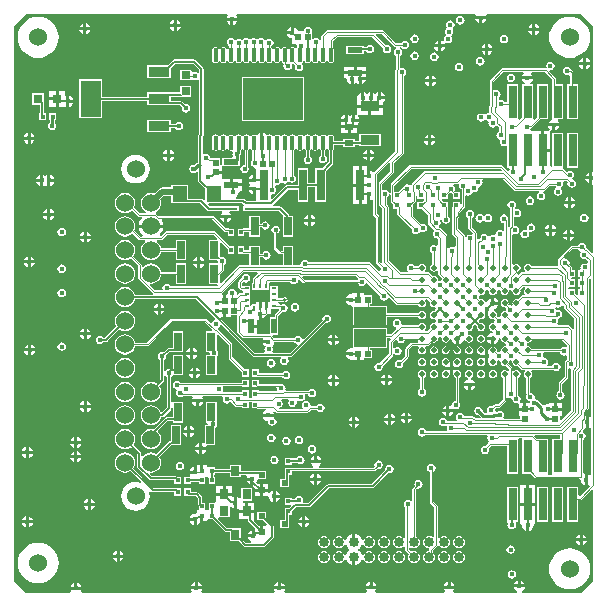
<source format=gtl>
G04*
G04 #@! TF.GenerationSoftware,Altium Limited,Altium Designer,19.0.4 (130)*
G04*
G04 Layer_Physical_Order=1*
G04 Layer_Color=255*
%FSLAX25Y25*%
%MOIN*%
G70*
G01*
G75*
%ADD13C,0.00787*%
%ADD15C,0.01000*%
%ADD16C,0.00700*%
%ADD18R,0.02913X0.10984*%
%ADD19R,0.01968X0.05118*%
%ADD20R,0.02126X0.02126*%
%ADD21R,0.05118X0.01968*%
%ADD22R,0.02126X0.02126*%
%ADD23R,0.02362X0.01968*%
%ADD24R,0.01575X0.01772*%
%ADD25R,0.02756X0.06102*%
%ADD26R,0.03150X0.03543*%
%ADD27R,0.01772X0.01575*%
%ADD28R,0.02756X0.10433*%
%ADD29R,0.03150X0.01968*%
%ADD30R,0.06496X0.03543*%
%ADD31R,0.20079X0.14173*%
%ADD32O,0.01575X0.04724*%
%ADD33R,0.02953X0.02756*%
%ADD34R,0.07087X0.12402*%
%ADD35R,0.07087X0.03543*%
%ADD36R,0.03150X0.03150*%
%ADD37R,0.10630X0.05906*%
%ADD38R,0.05118X0.05512*%
G04:AMPARAMS|DCode=39|XSize=11.81mil|YSize=11.81mil|CornerRadius=5.91mil|HoleSize=0mil|Usage=FLASHONLY|Rotation=270.000|XOffset=0mil|YOffset=0mil|HoleType=Round|Shape=RoundedRectangle|*
%AMROUNDEDRECTD39*
21,1,0.01181,0.00000,0,0,270.0*
21,1,0.00000,0.01181,0,0,270.0*
1,1,0.01181,0.00000,0.00000*
1,1,0.01181,0.00000,0.00000*
1,1,0.01181,0.00000,0.00000*
1,1,0.01181,0.00000,0.00000*
%
%ADD39ROUNDEDRECTD39*%
%ADD40R,0.01831X0.00984*%
%ADD41R,0.00984X0.01831*%
G04:AMPARAMS|DCode=42|XSize=19.69mil|YSize=19.69mil|CornerRadius=9.85mil|HoleSize=0mil|Usage=FLASHONLY|Rotation=0.000|XOffset=0mil|YOffset=0mil|HoleType=Round|Shape=RoundedRectangle|*
%AMROUNDEDRECTD42*
21,1,0.01969,0.00000,0,0,0.0*
21,1,0.00000,0.01969,0,0,0.0*
1,1,0.01969,0.00000,0.00000*
1,1,0.01969,0.00000,0.00000*
1,1,0.01969,0.00000,0.00000*
1,1,0.01969,0.00000,0.00000*
%
%ADD42ROUNDEDRECTD42*%
%ADD43R,0.01772X0.00984*%
%ADD73C,0.00400*%
%ADD74C,0.00591*%
%ADD75C,0.00500*%
%ADD76C,0.01968*%
%ADD77C,0.03347*%
%ADD78C,0.06000*%
%ADD79C,0.01772*%
%ADD80C,0.01968*%
G36*
X234252Y190945D02*
Y142433D01*
X233962Y142195D01*
Y140157D01*
Y138120D01*
X234252Y137882D01*
Y115352D01*
X233790Y115161D01*
X232377Y116574D01*
X231956Y116748D01*
X231826Y117028D01*
X231719Y117568D01*
X231413Y118027D01*
X230954Y118333D01*
X230413Y118440D01*
X229873Y118333D01*
X229414Y118027D01*
X229145Y117623D01*
X227186D01*
X226765Y117448D01*
X222709Y113393D01*
X222535Y112972D01*
Y111371D01*
X222578Y111265D01*
X222472Y111088D01*
X222217Y110832D01*
X213806D01*
X213561Y111199D01*
X213120Y111494D01*
X212599Y111597D01*
X212078Y111494D01*
X211637Y111199D01*
X211342Y110757D01*
X211238Y110237D01*
X211342Y109716D01*
X211577Y109364D01*
X211475Y109038D01*
X211356Y108864D01*
X210630D01*
X210209Y108689D01*
X209330Y107809D01*
X209105Y107858D01*
X209032Y107944D01*
X208857Y108423D01*
X208957Y108664D01*
Y108935D01*
X209183Y108980D01*
X209624Y109275D01*
X209919Y109716D01*
X210022Y110237D01*
X209919Y110757D01*
X209624Y111199D01*
X209183Y111494D01*
X208662Y111597D01*
X208141Y111494D01*
X207700Y111199D01*
X207679Y111167D01*
X207179Y111319D01*
Y121201D01*
X207540Y121394D01*
X207679Y121421D01*
X208169Y121323D01*
X208710Y121431D01*
X209168Y121737D01*
X209475Y122195D01*
X209582Y122736D01*
X209475Y123277D01*
X209168Y123735D01*
X208710Y124042D01*
X208169Y124149D01*
X208068Y124129D01*
X207682Y124446D01*
Y127046D01*
X208182Y127313D01*
X208359Y127195D01*
X208900Y127087D01*
X209441Y127195D01*
X209899Y127501D01*
X210205Y127959D01*
X210313Y128500D01*
X210205Y129041D01*
X209899Y129499D01*
X209441Y129805D01*
X208900Y129913D01*
X208612Y129856D01*
X208132Y130158D01*
X208090Y130223D01*
X208086Y130300D01*
X208088Y130304D01*
X208392Y130759D01*
X208500Y131299D01*
X208392Y131840D01*
X208086Y132298D01*
X207627Y132605D01*
X207087Y132712D01*
X206546Y132605D01*
X206087Y132298D01*
X205781Y131840D01*
X205674Y131299D01*
X205781Y130759D01*
X206087Y130300D01*
X206491Y130030D01*
Y124237D01*
X206191Y123965D01*
X205713Y124145D01*
Y125830D01*
X205843Y126024D01*
X205950Y126565D01*
X205843Y127105D01*
X205537Y127564D01*
X205078Y127870D01*
X204538Y127978D01*
X203997Y127870D01*
X203538Y127564D01*
X203232Y127105D01*
X203125Y126565D01*
X203232Y126024D01*
X203538Y125566D01*
X203997Y125259D01*
X204523Y125155D01*
Y122860D01*
X204446Y122797D01*
X204023Y122638D01*
X203690Y122861D01*
X203150Y122968D01*
X202609Y122861D01*
X202151Y122554D01*
X201844Y122096D01*
X201737Y121555D01*
X201746Y121510D01*
X201328Y121187D01*
X200787Y121295D01*
X200247Y121187D01*
X199788Y120881D01*
X199744Y120815D01*
X199737Y120812D01*
X199166Y120850D01*
X198999Y121099D01*
X198541Y121405D01*
X198000Y121513D01*
X197459Y121405D01*
X197001Y121099D01*
X196695Y120641D01*
X196587Y120100D01*
X196370Y119867D01*
X195998Y119713D01*
X195764Y119798D01*
X195498Y119948D01*
Y121726D01*
X195323Y122147D01*
X193746Y123724D01*
Y126782D01*
X194150Y127052D01*
X194456Y127510D01*
X194563Y128051D01*
X194456Y128592D01*
X194150Y129050D01*
X193691Y129357D01*
X193150Y129464D01*
X192610Y129357D01*
X192151Y129050D01*
X191845Y128592D01*
X191737Y128051D01*
X191845Y127510D01*
X192151Y127052D01*
X192555Y126782D01*
Y123477D01*
X192729Y123057D01*
X194065Y121721D01*
X193979Y121543D01*
X193770Y121309D01*
X193316Y121399D01*
X192776Y121292D01*
X192317Y120985D01*
X192040Y120570D01*
X192004Y120566D01*
X191540Y120734D01*
X191365Y121155D01*
X189259Y123261D01*
Y126906D01*
X189456Y127103D01*
X189630Y127524D01*
Y128547D01*
X191366Y130282D01*
X191540Y130703D01*
Y134135D01*
X191901Y134328D01*
X192040Y134355D01*
X192531Y134257D01*
X193071Y134365D01*
X193530Y134671D01*
X193836Y135130D01*
X193836Y135130D01*
X193839Y135141D01*
X194055Y135512D01*
X194596Y135405D01*
X195137Y135512D01*
X195595Y135819D01*
X195902Y136277D01*
X196009Y136818D01*
X196412Y137357D01*
X196505Y137376D01*
X196964Y137682D01*
X197270Y138140D01*
X197378Y138681D01*
X197280Y139172D01*
X197307Y139311D01*
X197500Y139672D01*
X204265D01*
X207874Y136062D01*
X208295Y135888D01*
X216177D01*
X216282Y135388D01*
X215930Y135153D01*
X215624Y134694D01*
X215516Y134153D01*
X215624Y133613D01*
X215930Y133154D01*
X216388Y132848D01*
X216929Y132741D01*
X217470Y132848D01*
X217928Y133154D01*
X218234Y133613D01*
X218342Y134153D01*
X218234Y134694D01*
X217928Y135153D01*
X217576Y135388D01*
X217681Y135888D01*
X217892D01*
X218313Y136062D01*
X219844Y137594D01*
X221564D01*
X221715Y137367D01*
X221811Y137144D01*
X221607Y136740D01*
X221442Y136629D01*
X221135Y136171D01*
X221028Y135630D01*
X221135Y135089D01*
X221442Y134631D01*
X221900Y134325D01*
X222441Y134217D01*
X222982Y134325D01*
X223440Y134631D01*
X223746Y135089D01*
X223854Y135630D01*
X223746Y136171D01*
X223558Y136452D01*
X223463Y136675D01*
X223666Y137079D01*
X223832Y137190D01*
X224138Y137648D01*
X224246Y138189D01*
X224148Y138680D01*
X224175Y138819D01*
X224368Y139180D01*
X225342D01*
X225758Y138764D01*
X225663Y138287D01*
X225771Y137747D01*
X226077Y137288D01*
X226536Y136982D01*
X227076Y136874D01*
X227617Y136982D01*
X228076Y137288D01*
X228382Y137747D01*
X228489Y138287D01*
X228382Y138828D01*
X228076Y139286D01*
X227617Y139593D01*
X227378Y139640D01*
X227273Y140171D01*
X227377Y140241D01*
X227683Y140699D01*
X227791Y141240D01*
X227683Y141781D01*
X227377Y142239D01*
X226919Y142546D01*
X226378Y142653D01*
X225837Y142546D01*
X225379Y142239D01*
X225352Y142237D01*
X224399Y143189D01*
X224292Y143497D01*
X224247Y143692D01*
X224247Y143821D01*
Y155310D01*
X220634D01*
X220634Y143846D01*
X220593Y143805D01*
X220397Y143765D01*
X219897Y144174D01*
Y148968D01*
X217441D01*
Y149468D01*
X216941D01*
Y155960D01*
X214984D01*
Y155960D01*
X214897D01*
Y155960D01*
X213452D01*
X213223Y156460D01*
X213412Y156743D01*
X213453Y156951D01*
X213530D01*
X213951Y157125D01*
X216476Y159650D01*
X219247D01*
Y171334D01*
X215634D01*
Y160492D01*
X214716Y159573D01*
X214247Y159812D01*
Y171334D01*
X213321D01*
X213169Y171834D01*
X213663Y172164D01*
X214080Y172788D01*
X214126Y173024D01*
X210480D01*
X210527Y172788D01*
X210944Y172164D01*
X211437Y171834D01*
X211285Y171334D01*
X210634D01*
Y160492D01*
X209716Y159573D01*
X209247Y159812D01*
Y171334D01*
X205634D01*
Y165556D01*
X204812D01*
X204542Y165960D01*
X204084Y166266D01*
X203543Y166374D01*
X203198Y166305D01*
X202732Y166617D01*
X202722Y166943D01*
X202957Y167100D01*
X203263Y167559D01*
X203370Y168099D01*
X203263Y168640D01*
X202957Y169098D01*
X202498Y169405D01*
X201958Y169512D01*
X201467Y169415D01*
X201328Y169441D01*
X200967Y169634D01*
Y172271D01*
X204152Y175455D01*
X210900D01*
X211051Y174955D01*
X210944Y174883D01*
X210527Y174259D01*
X210480Y174024D01*
X214126D01*
X214080Y174259D01*
X213663Y174883D01*
X213555Y174955D01*
X213707Y175455D01*
X218191D01*
X220589Y173057D01*
Y166749D01*
X220634Y166639D01*
Y159670D01*
X220338Y159611D01*
X219714Y159194D01*
X219297Y158571D01*
X219250Y158335D01*
X222897D01*
X222850Y158571D01*
X222463Y159150D01*
X222513Y159362D01*
X222651Y159650D01*
X224247D01*
Y171334D01*
X221780D01*
Y173304D01*
X221605Y173725D01*
X219617Y175713D01*
X219864Y176174D01*
X220002Y176146D01*
X220543Y176254D01*
X221001Y176560D01*
X221307Y177018D01*
X221415Y177559D01*
X221307Y178100D01*
X221001Y178558D01*
X220543Y178865D01*
X220002Y178972D01*
X219461Y178865D01*
X219003Y178558D01*
X218697Y178100D01*
X218589Y177559D01*
X218683Y177085D01*
X218572Y176887D01*
X218344Y176646D01*
X203905D01*
X203484Y176471D01*
X199951Y172938D01*
X199776Y172517D01*
Y166939D01*
X199809Y166859D01*
Y164483D01*
X199632Y164305D01*
X199457Y163884D01*
Y162390D01*
X199457Y162307D01*
X199106Y161849D01*
X199045Y161837D01*
X198586Y161531D01*
X198502Y161405D01*
X197948Y161334D01*
X197490Y161640D01*
X196949Y161748D01*
X196408Y161640D01*
X195950Y161334D01*
X195643Y160875D01*
X195536Y160335D01*
X195643Y159794D01*
X195950Y159335D01*
X196408Y159029D01*
X196949Y158922D01*
X197490Y159029D01*
X197948Y159335D01*
X198032Y159461D01*
X198586Y159532D01*
X199014Y159247D01*
X199393Y158915D01*
X199286Y158374D01*
X199393Y157833D01*
X199700Y157375D01*
X200158Y157069D01*
X200699Y156961D01*
X201239Y157069D01*
X201698Y157375D01*
X201819Y157557D01*
X202377Y157637D01*
X202751Y157294D01*
Y155698D01*
X202347Y155428D01*
X202041Y154970D01*
X201934Y154429D01*
X202041Y153888D01*
X202347Y153430D01*
X202806Y153124D01*
X202835Y153118D01*
X203232Y152812D01*
X203185Y152577D01*
X203125Y152271D01*
X203232Y151731D01*
X203538Y151272D01*
X203997Y150966D01*
X204538Y150858D01*
X205078Y150966D01*
X205134Y151003D01*
X205634Y150736D01*
Y143626D01*
X206292D01*
X206444Y143126D01*
X206442Y143125D01*
X206164Y142709D01*
X206047Y142630D01*
X205655Y142511D01*
X203848Y144319D01*
X203427Y144493D01*
X173425D01*
X173004Y144319D01*
X166891Y138205D01*
X166717Y137784D01*
Y135285D01*
X166217Y135236D01*
X166168Y135482D01*
X165861Y135940D01*
X165403Y136246D01*
X164862Y136354D01*
X164372Y136256D01*
X164233Y136283D01*
X163872Y136476D01*
Y137902D01*
X167659Y141689D01*
X167834Y142110D01*
Y145127D01*
X170893Y148187D01*
X171068Y148608D01*
Y174125D01*
X171472Y174395D01*
X171778Y174853D01*
X171885Y175394D01*
X171778Y175934D01*
X171472Y176393D01*
X171013Y176699D01*
X170472Y176807D01*
X170288Y176770D01*
X169788Y177159D01*
Y180818D01*
X170192Y181088D01*
X170498Y181546D01*
X170606Y182087D01*
X170498Y182627D01*
X170192Y183086D01*
X169734Y183392D01*
X169436Y183451D01*
X169432Y183452D01*
X169444Y183570D01*
X169444D01*
X169444Y183570D01*
X169729Y183952D01*
X170188D01*
X170458Y183548D01*
X170916Y183242D01*
X171457Y183134D01*
X171997Y183242D01*
X172456Y183548D01*
X172762Y184007D01*
X172870Y184547D01*
X172762Y185088D01*
X172456Y185546D01*
X171997Y185853D01*
X171457Y185960D01*
X170916Y185853D01*
X170458Y185546D01*
X170188Y185143D01*
X168554D01*
X164482Y189215D01*
X164061Y189389D01*
X145585D01*
X145164Y189215D01*
X143810Y187861D01*
X143636Y187440D01*
Y186122D01*
X143136Y186072D01*
X142830Y186531D01*
X142371Y186837D01*
X141831Y186944D01*
X141290Y186837D01*
X140928Y186595D01*
X140582Y186707D01*
X140428Y186816D01*
Y188421D01*
X140428Y188421D01*
X140490Y188895D01*
X140526Y189075D01*
X140419Y189615D01*
X140112Y190074D01*
X139654Y190380D01*
X139113Y190488D01*
X138572Y190380D01*
X138114Y190074D01*
X137808Y189615D01*
X137700Y189075D01*
X137697Y189071D01*
X135821D01*
X135772Y189319D01*
X135355Y189942D01*
X134731Y190359D01*
X134495Y190406D01*
Y188583D01*
X133995D01*
Y188083D01*
X132172D01*
X132219Y187847D01*
X132635Y187223D01*
X133259Y186806D01*
X133802Y186698D01*
Y184945D01*
X135216D01*
X135554Y184445D01*
X135496Y184153D01*
X135604Y183613D01*
X135490Y183411D01*
X135442Y183357D01*
X134877Y183405D01*
X134815Y183497D01*
X134439Y183749D01*
X133995Y183837D01*
X133551Y183749D01*
X133175Y183497D01*
X132993Y183225D01*
X132802Y183184D01*
X132629D01*
X132438Y183225D01*
X132256Y183497D01*
X131880Y183749D01*
X131436Y183837D01*
X130992Y183749D01*
X130616Y183497D01*
X130434Y183225D01*
X130243Y183184D01*
X130070D01*
X129879Y183225D01*
X129697Y183497D01*
X129321Y183749D01*
X128877Y183837D01*
X128433Y183749D01*
X128057Y183497D01*
X127875Y183225D01*
X127683Y183184D01*
X127511D01*
X127320Y183225D01*
X127138Y183497D01*
X127008Y183584D01*
Y184099D01*
X127317Y184306D01*
X127623Y184764D01*
X127731Y185305D01*
X127623Y185845D01*
X127317Y186304D01*
X126859Y186610D01*
X126318Y186718D01*
X125777Y186610D01*
X125319Y186304D01*
X125314Y186296D01*
X124712D01*
X124621Y186432D01*
X124163Y186739D01*
X123622Y186846D01*
X123081Y186739D01*
X122623Y186432D01*
X122573Y186357D01*
X122193D01*
X122006Y186409D01*
X121604Y186678D01*
X121063Y186786D01*
X120522Y186678D01*
X120064Y186372D01*
X119640D01*
X119181Y186678D01*
X118641Y186786D01*
X118100Y186678D01*
X117642Y186372D01*
X117564Y186256D01*
X117042Y186137D01*
X116584Y186443D01*
X116043Y186551D01*
X115503Y186443D01*
X115222Y186256D01*
X114997Y186161D01*
X114595Y186364D01*
X114483Y186531D01*
X114025Y186837D01*
X113484Y186944D01*
X112943Y186837D01*
X112485Y186531D01*
X112179Y186072D01*
X112071Y185531D01*
X112179Y184991D01*
X112485Y184532D01*
X112927Y184237D01*
Y183647D01*
X112703Y183497D01*
X112521Y183225D01*
X112329Y183184D01*
X112157D01*
X111965Y183225D01*
X111784Y183497D01*
X111407Y183749D01*
X110964Y183837D01*
X110520Y183749D01*
X110143Y183497D01*
X109962Y183225D01*
X109770Y183184D01*
X109598D01*
X109406Y183225D01*
X109224Y183497D01*
X108848Y183749D01*
X108405Y183837D01*
X107961Y183749D01*
X107585Y183497D01*
X107333Y183121D01*
X107245Y182677D01*
Y179528D01*
X107333Y179084D01*
X107585Y178708D01*
X107961Y178456D01*
X108405Y178368D01*
X108848Y178456D01*
X109224Y178708D01*
X109406Y178980D01*
X109598Y179021D01*
X109770D01*
X109962Y178980D01*
X110143Y178708D01*
X110520Y178456D01*
X110964Y178368D01*
X111407Y178456D01*
X111784Y178708D01*
X111965Y178980D01*
X112157Y179021D01*
X112329D01*
X112521Y178980D01*
X112703Y178708D01*
X113079Y178456D01*
X113523Y178368D01*
X113966Y178456D01*
X114343Y178708D01*
X114524Y178980D01*
X114716Y179021D01*
X114888D01*
X115080Y178980D01*
X115262Y178708D01*
X115638Y178456D01*
X116082Y178368D01*
X116525Y178456D01*
X116902Y178708D01*
X117083Y178980D01*
X117275Y179021D01*
X117447D01*
X117639Y178980D01*
X117821Y178708D01*
X118197Y178456D01*
X118641Y178368D01*
X119085Y178456D01*
X119461Y178708D01*
X119642Y178980D01*
X119834Y179021D01*
X120006D01*
X120198Y178980D01*
X120380Y178708D01*
X120756Y178456D01*
X121200Y178368D01*
X121644Y178456D01*
X122020Y178708D01*
X122202Y178980D01*
X122393Y179021D01*
X122565D01*
X122757Y178980D01*
X122939Y178708D01*
X123315Y178456D01*
X123759Y178368D01*
X124203Y178456D01*
X124579Y178708D01*
X124761Y178980D01*
X124952Y179021D01*
X125124D01*
X125316Y178980D01*
X125498Y178708D01*
X125874Y178456D01*
X126318Y178368D01*
X126762Y178456D01*
X127138Y178708D01*
X127320Y178980D01*
X127511Y179021D01*
X127683D01*
X127875Y178980D01*
X128057Y178708D01*
X128433Y178456D01*
X128877Y178368D01*
X129321Y178456D01*
X129697Y178708D01*
X129879Y178980D01*
X130070Y179021D01*
X130243D01*
X130434Y178980D01*
X130616Y178708D01*
X130935Y178495D01*
X131077Y178001D01*
X130969Y177461D01*
X131077Y176920D01*
X131383Y176462D01*
X131841Y176155D01*
X132382Y176048D01*
X132923Y176155D01*
X133381Y176462D01*
X133687Y176920D01*
X133795Y177461D01*
X133704Y177916D01*
X133838Y178124D01*
X134218Y178208D01*
X134456Y178175D01*
X134949Y177683D01*
X134846Y177165D01*
X134953Y176625D01*
X135260Y176166D01*
X135718Y175860D01*
X136259Y175752D01*
X136800Y175860D01*
X137258Y176166D01*
X137564Y176625D01*
X137672Y177165D01*
X137564Y177706D01*
X137321Y178070D01*
X137295Y178358D01*
X137360Y178698D01*
X137374Y178708D01*
X137556Y178980D01*
X137748Y179021D01*
X137920D01*
X138111Y178980D01*
X138293Y178708D01*
X138669Y178456D01*
X139113Y178368D01*
X139557Y178456D01*
X139933Y178708D01*
X140115Y178980D01*
X140307Y179021D01*
X140479D01*
X140671Y178980D01*
X140852Y178708D01*
X141228Y178456D01*
X141672Y178368D01*
X142116Y178456D01*
X142492Y178708D01*
X142674Y178980D01*
X142866Y179021D01*
X143038D01*
X143229Y178980D01*
X143411Y178708D01*
X143788Y178456D01*
X144231Y178368D01*
X144675Y178456D01*
X145051Y178708D01*
X145233Y178980D01*
X145425Y179021D01*
X145597D01*
X145789Y178980D01*
X145970Y178708D01*
X146346Y178456D01*
X146790Y178368D01*
X147234Y178456D01*
X147610Y178708D01*
X147862Y179084D01*
X147950Y179528D01*
Y182677D01*
X147862Y183121D01*
X147610Y183497D01*
X147386Y183647D01*
Y185747D01*
X148937Y187298D01*
X160482D01*
X164233Y183547D01*
X164138Y183071D01*
X164246Y182530D01*
X164552Y182072D01*
X165010Y181765D01*
X165551Y181658D01*
X166092Y181765D01*
X166550Y182072D01*
X166857Y182530D01*
X166964Y183071D01*
X166857Y183612D01*
X166550Y184070D01*
X166092Y184376D01*
X165551Y184484D01*
X165075Y184389D01*
X161727Y187736D01*
X161919Y188198D01*
X163814D01*
X167886Y184126D01*
X168307Y183952D01*
X168657D01*
X168942Y183570D01*
X168942Y183570D01*
X168942D01*
X168953Y183452D01*
X168950Y183451D01*
X168652Y183392D01*
X168194Y183086D01*
X167887Y182627D01*
X167780Y182087D01*
X167887Y181546D01*
X168194Y181088D01*
X168598Y180818D01*
Y176603D01*
X168466Y176471D01*
X168291Y176051D01*
Y149153D01*
X161341Y142203D01*
X160844Y142252D01*
X160808Y142305D01*
X160185Y142721D01*
X159949Y142768D01*
Y140945D01*
X158949D01*
Y143125D01*
X158912Y143155D01*
Y144012D01*
X157034D01*
Y137795D01*
Y131579D01*
X158912D01*
Y132436D01*
X158949Y132465D01*
Y134646D01*
X159949D01*
Y132822D01*
X160185Y132869D01*
X160322Y132961D01*
X160822Y132694D01*
Y128174D01*
X160996Y127753D01*
X161781Y126968D01*
Y112033D01*
X161955Y111612D01*
X163446Y110122D01*
X163351Y109646D01*
X163353Y109635D01*
X162954Y109076D01*
X162844Y109061D01*
X159870Y112035D01*
X159449Y112209D01*
X139359D01*
X139090Y112613D01*
X138631Y112920D01*
X138091Y113027D01*
X137550Y112920D01*
X137091Y112613D01*
X136785Y112155D01*
X136678Y111614D01*
X136703Y111489D01*
X136292Y110989D01*
X134307D01*
Y117574D01*
X130851D01*
Y115950D01*
X130266D01*
X128942Y117274D01*
Y121664D01*
X129346Y121934D01*
X129652Y122392D01*
X129759Y122933D01*
X129652Y123474D01*
X129346Y123932D01*
X128887Y124239D01*
X128347Y124346D01*
X127806Y124239D01*
X127347Y123932D01*
X127041Y123474D01*
X126934Y122933D01*
X127041Y122392D01*
X127347Y121934D01*
X127751Y121664D01*
Y117028D01*
X127926Y116607D01*
X129599Y114933D01*
X130020Y114759D01*
X130851D01*
Y110989D01*
X123086D01*
Y113775D01*
X124026D01*
X124296Y113371D01*
X124755Y113065D01*
X125295Y112957D01*
X125836Y113065D01*
X126294Y113371D01*
X126601Y113829D01*
X126708Y114370D01*
X126601Y114911D01*
X126294Y115369D01*
X125836Y115675D01*
X125295Y115783D01*
X124755Y115675D01*
X124296Y115369D01*
X124026Y114965D01*
X123086D01*
Y117574D01*
X119630D01*
Y116051D01*
X117968D01*
Y117377D01*
X115693D01*
Y114906D01*
X117309D01*
X117418Y114861D01*
X119630D01*
Y110989D01*
X116299D01*
X115878Y110814D01*
X110200Y105137D01*
X109700Y105344D01*
Y107881D01*
X110854Y109035D01*
X111028Y109456D01*
Y111139D01*
X111432Y111409D01*
X111739Y111868D01*
X111846Y112408D01*
X111739Y112949D01*
X111432Y113407D01*
X110974Y113714D01*
X110433Y113821D01*
X110107Y113756D01*
X109700Y114111D01*
Y118529D01*
X110162Y118720D01*
X112347Y116536D01*
Y114906D01*
X114622D01*
Y117377D01*
X113189D01*
X108393Y122173D01*
X107972Y122347D01*
X91929D01*
X91508Y122173D01*
X90130Y120795D01*
X90002Y120824D01*
X90001Y120825D01*
X89829Y121378D01*
X90305Y121999D01*
X90708Y122971D01*
X90780Y123516D01*
X86811D01*
X82842D01*
X82914Y122971D01*
X83317Y121999D01*
X83958Y121163D01*
X84106Y121049D01*
X83946Y120576D01*
X83416D01*
X81248Y122743D01*
X81413Y123141D01*
X81528Y124016D01*
X81413Y124890D01*
X81076Y125705D01*
X80539Y126405D01*
X79839Y126942D01*
X79024Y127279D01*
X78149Y127395D01*
X77275Y127279D01*
X76460Y126942D01*
X75760Y126405D01*
X75223Y125705D01*
X74886Y124890D01*
X74771Y124016D01*
X74886Y123141D01*
X75223Y122326D01*
X75760Y121626D01*
X76460Y121089D01*
X77275Y120752D01*
X78149Y120637D01*
X79024Y120752D01*
X79839Y121089D01*
X80539Y121626D01*
X80672Y121635D01*
X82748Y119559D01*
X83169Y119385D01*
X84713D01*
X84883Y118885D01*
X84422Y118531D01*
X83885Y117831D01*
X83547Y117016D01*
X83432Y116142D01*
X83547Y115267D01*
X83885Y114452D01*
X84422Y113752D01*
X85122Y113215D01*
X85936Y112878D01*
X86811Y112763D01*
X87686Y112878D01*
X88500Y113215D01*
X89200Y113752D01*
X89737Y114452D01*
X90075Y115267D01*
X90112Y115546D01*
X95024D01*
Y112741D01*
X98480D01*
Y119543D01*
X95024D01*
Y116737D01*
X90112D01*
X90075Y117016D01*
X89737Y117831D01*
X89200Y118531D01*
X88739Y118885D01*
X88909Y119385D01*
X90158D01*
X90578Y119559D01*
X92176Y121157D01*
X107726D01*
X108878Y120005D01*
X108686Y119543D01*
X106245D01*
Y112741D01*
X108747D01*
X109020Y112408D01*
X109068Y112169D01*
X108705Y111669D01*
X106245D01*
Y104867D01*
X108762D01*
X109029Y104367D01*
X108943Y104237D01*
X93296D01*
X93027Y104641D01*
X92568Y104947D01*
X92028Y105055D01*
X91487Y104947D01*
X91028Y104641D01*
X90722Y104182D01*
X90615Y103642D01*
X90712Y103151D01*
X90685Y103012D01*
X90492Y102651D01*
X88037D01*
X86227Y104461D01*
X86460Y104935D01*
X86811Y104889D01*
X87686Y105004D01*
X88500Y105341D01*
X89200Y105878D01*
X89737Y106578D01*
X90075Y107393D01*
X90112Y107672D01*
X95024D01*
Y104867D01*
X98480D01*
Y111669D01*
X95024D01*
Y108863D01*
X90112D01*
X90075Y109142D01*
X89737Y109957D01*
X89200Y110657D01*
X88500Y111194D01*
X87686Y111531D01*
X86811Y111647D01*
X85936Y111531D01*
X85122Y111194D01*
X84422Y110657D01*
X84206Y110376D01*
X83706Y110546D01*
Y111180D01*
X83532Y111601D01*
X80904Y114229D01*
X81076Y114452D01*
X81413Y115267D01*
X81528Y116142D01*
X81413Y117016D01*
X81076Y117831D01*
X80539Y118531D01*
X79839Y119068D01*
X79024Y119405D01*
X78149Y119521D01*
X77275Y119405D01*
X76460Y119068D01*
X75760Y118531D01*
X75223Y117831D01*
X74886Y117016D01*
X74771Y116142D01*
X74886Y115267D01*
X75223Y114452D01*
X75760Y113752D01*
X76460Y113215D01*
X77275Y112878D01*
X78149Y112763D01*
X79024Y112878D01*
X79839Y113215D01*
X80062Y113387D01*
X82516Y110934D01*
Y106735D01*
X82690Y106314D01*
X87369Y101635D01*
X87591Y101543D01*
X87491Y101043D01*
X81443D01*
X81413Y101268D01*
X81076Y102083D01*
X80539Y102783D01*
X79839Y103320D01*
X79024Y103657D01*
X78149Y103773D01*
X77275Y103657D01*
X76460Y103320D01*
X75760Y102783D01*
X75223Y102083D01*
X74886Y101268D01*
X74771Y100394D01*
X74886Y99519D01*
X75223Y98704D01*
X75760Y98004D01*
X76460Y97467D01*
X77275Y97130D01*
X78149Y97015D01*
X79024Y97130D01*
X79839Y97467D01*
X80539Y98004D01*
X81076Y98704D01*
X81413Y99519D01*
X81443Y99744D01*
X101748D01*
X108210Y93283D01*
X108045Y92740D01*
X107864Y92704D01*
X107405Y92398D01*
X107127Y91982D01*
X107010Y91903D01*
X106618Y91784D01*
X105363Y93039D01*
X104942Y93213D01*
X93701D01*
X93280Y93039D01*
X85482Y85241D01*
X81450D01*
X81413Y85520D01*
X81076Y86335D01*
X80539Y87035D01*
X79839Y87572D01*
X79024Y87910D01*
X78149Y88025D01*
X77275Y87910D01*
X76460Y87572D01*
X75760Y87035D01*
X75223Y86335D01*
X74886Y85520D01*
X74771Y84646D01*
X74886Y83771D01*
X75223Y82956D01*
X75760Y82256D01*
X76460Y81719D01*
X77275Y81382D01*
X78149Y81267D01*
X79024Y81382D01*
X79839Y81719D01*
X80539Y82256D01*
X81076Y82956D01*
X81413Y83771D01*
X81450Y84050D01*
X85728D01*
X86149Y84225D01*
X93947Y92023D01*
X104696D01*
X107226Y89493D01*
X107034Y89031D01*
X105260D01*
Y82229D01*
X106174D01*
X106491Y81842D01*
X106461Y81693D01*
X106491Y81544D01*
X106174Y81157D01*
X105260D01*
Y74355D01*
X108716D01*
Y80589D01*
X108873Y80694D01*
X109179Y81152D01*
X109287Y81693D01*
X109179Y82234D01*
X108873Y82692D01*
X108716Y82797D01*
Y87826D01*
X109178Y88017D01*
X112699Y84497D01*
Y80308D01*
X112873Y79887D01*
X117170Y75591D01*
Y73961D01*
X119445D01*
Y76433D01*
X118012D01*
X113889Y80555D01*
Y84743D01*
X113715Y85164D01*
X109205Y89674D01*
X109191Y90167D01*
X109227Y90281D01*
X109404Y90399D01*
X109710Y90858D01*
X109746Y91039D01*
X110289Y91204D01*
X120710Y80783D01*
X121169Y80593D01*
X129986D01*
X130029Y80543D01*
X130208Y80093D01*
X129994Y79773D01*
X129886Y79232D01*
X129994Y78692D01*
X130300Y78233D01*
X130759Y77927D01*
X131299Y77819D01*
X131840Y77927D01*
X132298Y78233D01*
X132605Y78692D01*
X132712Y79232D01*
X132605Y79773D01*
X132391Y80093D01*
X132569Y80543D01*
X132612Y80593D01*
X133506D01*
X133965Y80783D01*
X145126Y91944D01*
X145374Y91894D01*
X145915Y92002D01*
X146373Y92308D01*
X146679Y92766D01*
X146787Y93307D01*
X146679Y93848D01*
X146373Y94306D01*
X145915Y94612D01*
X145374Y94720D01*
X144833Y94612D01*
X144375Y94306D01*
X144069Y93848D01*
X143961Y93307D01*
X144069Y92766D01*
X144086Y92740D01*
X137801Y86456D01*
X137259Y86620D01*
X137231Y86761D01*
X136924Y87220D01*
X136466Y87526D01*
X135925Y87633D01*
X135385Y87526D01*
X134926Y87220D01*
X134656Y86816D01*
X127883D01*
X127322Y87377D01*
X127513Y87839D01*
X129227D01*
Y91423D01*
X129272Y91532D01*
Y94214D01*
X130533Y95476D01*
X131010Y95381D01*
X131551Y95488D01*
X132009Y95795D01*
X132315Y96253D01*
X132423Y96794D01*
X132315Y97334D01*
X132009Y97793D01*
X131551Y98099D01*
X131010Y98207D01*
X130469Y98099D01*
X130228Y97938D01*
X129991Y98037D01*
X129507D01*
X129443Y98076D01*
X129325Y98716D01*
X129466Y98913D01*
X130781D01*
X131069Y98720D01*
X131436Y98647D01*
X131803Y98720D01*
X132114Y98928D01*
X132322Y99239D01*
X132395Y99606D01*
X132322Y99973D01*
X132114Y100284D01*
X131803Y100492D01*
X131436Y100565D01*
X131069Y100492D01*
X130758Y100284D01*
X130637Y100103D01*
X129270D01*
X129109Y100536D01*
X129109Y100751D01*
X129109Y102362D01*
X129109Y102720D01*
Y104188D01*
X126578D01*
X126578Y102362D01*
X126578Y102004D01*
X126578Y100394D01*
X126578Y100036D01*
Y99006D01*
X126578Y98717D01*
X126289Y98717D01*
X125735D01*
Y96801D01*
X124735D01*
Y98717D01*
X123767D01*
Y96801D01*
X122767D01*
Y98717D01*
X121775D01*
Y98067D01*
X120456D01*
Y97740D01*
X119956Y97447D01*
X119956Y97448D01*
Y98283D01*
X119956D01*
Y98567D01*
X119956D01*
Y100251D01*
X119956D01*
Y100537D01*
X119956D01*
X119956Y102362D01*
X119956Y102720D01*
Y104188D01*
X117425D01*
X117032Y104448D01*
Y105068D01*
X117557Y105593D01*
X117865Y105387D01*
X118405Y105280D01*
X118946Y105387D01*
X119405Y105694D01*
X119711Y106152D01*
X119818Y106693D01*
X119711Y107234D01*
X119405Y107692D01*
X118946Y107998D01*
X118405Y108106D01*
X117865Y107998D01*
X117406Y107692D01*
X117100Y107234D01*
X116997Y106717D01*
X116016Y105736D01*
X115842Y105315D01*
Y103740D01*
X116016Y103319D01*
X116410Y102926D01*
X116831Y102751D01*
X117178D01*
X117425Y102504D01*
Y102228D01*
X117071Y101875D01*
X116672D01*
X116251Y101700D01*
X115691Y101140D01*
X115282Y101428D01*
X115389Y101969D01*
X115282Y102509D01*
X114976Y102968D01*
X114517Y103274D01*
X113976Y103382D01*
X113436Y103274D01*
X112977Y102968D01*
X112671Y102509D01*
X112563Y101969D01*
X112621Y101677D01*
X112283Y101177D01*
X111857D01*
Y99114D01*
X110857D01*
Y101177D01*
X110743D01*
X110613Y101481D01*
X110590Y101677D01*
X117811Y108898D01*
X122265D01*
X122456Y108436D01*
X120877Y106857D01*
X120703Y106436D01*
Y105252D01*
X120456D01*
Y102721D01*
X122140D01*
Y102721D01*
X122425D01*
Y102721D01*
X124109D01*
Y102721D01*
X124393D01*
Y102721D01*
X126077D01*
Y105252D01*
X126469Y105512D01*
X133186D01*
X133456Y105108D01*
X133915Y104802D01*
X134455Y104695D01*
X134996Y104802D01*
X135454Y105108D01*
X135761Y105567D01*
X135868Y106107D01*
X135839Y106256D01*
X136300Y106502D01*
X137612Y105189D01*
X138033Y105015D01*
X155818D01*
X156088Y104611D01*
X156546Y104305D01*
X157087Y104197D01*
X157627Y104305D01*
X158086Y104611D01*
X158364Y105027D01*
X158481Y105106D01*
X158873Y105225D01*
X163153Y100945D01*
X163094Y100650D01*
X163202Y100110D01*
X163508Y99651D01*
X163967Y99345D01*
X164507Y99237D01*
X165048Y99345D01*
X165506Y99651D01*
X165784Y100067D01*
X165901Y100146D01*
X166293Y100265D01*
X168553Y98005D01*
X168974Y97830D01*
X175958D01*
X176203Y97464D01*
X176644Y97169D01*
X177165Y97065D01*
X177686Y97169D01*
X178127Y97464D01*
X178422Y97905D01*
X178525Y98426D01*
X178422Y98946D01*
X178186Y99299D01*
X178288Y99624D01*
X178408Y99799D01*
X178887D01*
X179827Y98858D01*
X179741Y98426D01*
X179845Y97905D01*
X180140Y97464D01*
X180581Y97169D01*
X181102Y97065D01*
X181279Y97100D01*
X181701Y96675D01*
X181658Y96457D01*
X181714Y96173D01*
X181343Y95801D01*
X181102Y95849D01*
X180581Y95746D01*
X180140Y95451D01*
X179845Y95009D01*
X179741Y94489D01*
X179845Y93968D01*
X180140Y93527D01*
X180581Y93232D01*
X181102Y93128D01*
X181322Y93172D01*
X181725Y92774D01*
X181725Y92664D01*
X181696Y92519D01*
X181724Y92375D01*
X181724Y92265D01*
X181322Y91868D01*
X181102Y91911D01*
X180581Y91808D01*
X180140Y91513D01*
X179845Y91071D01*
X179741Y90551D01*
X179827Y90118D01*
X178887Y89177D01*
X178408D01*
X178288Y89353D01*
X178186Y89677D01*
X178422Y90030D01*
X178525Y90551D01*
X178422Y91071D01*
X178127Y91513D01*
X177686Y91808D01*
X177165Y91911D01*
X176644Y91808D01*
X176203Y91513D01*
X175958Y91146D01*
X170564D01*
X170175Y91646D01*
X170212Y91831D01*
X170105Y92371D01*
X169798Y92830D01*
X169340Y93136D01*
X168799Y93244D01*
X168259Y93136D01*
X167800Y92830D01*
X167494Y92371D01*
X167386Y91831D01*
X167494Y91290D01*
X167800Y90832D01*
X168259Y90525D01*
X168463Y90485D01*
X168628Y89942D01*
X166683Y87997D01*
X165447D01*
Y90113D01*
X154118D01*
Y83961D01*
X153881Y83559D01*
X153447Y83400D01*
X152807Y83272D01*
X152184Y82856D01*
X151767Y82232D01*
X151720Y81996D01*
X153543D01*
Y80996D01*
X151720D01*
X151767Y80760D01*
X152184Y80137D01*
X152807Y79720D01*
X153447Y79593D01*
X153881Y79433D01*
Y79433D01*
X155444D01*
Y81496D01*
X156444D01*
Y79433D01*
X158007D01*
Y80083D01*
X160506D01*
Y82909D01*
X159689D01*
Y83508D01*
X165447D01*
Y86806D01*
X166577D01*
X166785Y86306D01*
X166508Y86030D01*
X166334Y85609D01*
Y81644D01*
X163173Y78484D01*
X162697Y78578D01*
X162156Y78471D01*
X161698Y78164D01*
X161391Y77706D01*
X161284Y77165D01*
X161391Y76625D01*
X161698Y76166D01*
X162156Y75860D01*
X162697Y75752D01*
X163238Y75860D01*
X163696Y76166D01*
X164002Y76625D01*
X164110Y77165D01*
X164015Y77642D01*
X167350Y80977D01*
X167497Y81330D01*
X167800Y81434D01*
X168025Y81463D01*
X168455Y81175D01*
X168996Y81067D01*
X169537Y81175D01*
X169995Y81481D01*
X170301Y81940D01*
X170409Y82480D01*
X170301Y83021D01*
X169995Y83479D01*
X169537Y83786D01*
X168996Y83893D01*
X168455Y83786D01*
X168025Y83498D01*
X167874Y83530D01*
X167525Y83672D01*
Y85362D01*
X168391Y86229D01*
X168783Y86110D01*
X168900Y86031D01*
X169178Y85615D01*
X169636Y85309D01*
X170177Y85201D01*
X170718Y85309D01*
X171176Y85615D01*
X171446Y86018D01*
X175774D01*
X175993Y85711D01*
X175753Y85240D01*
X173680D01*
X173259Y85066D01*
X171694Y83501D01*
X171520Y83080D01*
Y80924D01*
X170063Y79468D01*
X169587Y79563D01*
X169046Y79455D01*
X168588Y79149D01*
X168281Y78690D01*
X168174Y78150D01*
X168281Y77609D01*
X168588Y77150D01*
X169046Y76844D01*
X169587Y76737D01*
X170127Y76844D01*
X170586Y77150D01*
X170892Y77609D01*
X171000Y78150D01*
X170905Y78626D01*
X172536Y80257D01*
X172710Y80678D01*
Y82833D01*
X173927Y84050D01*
X175922D01*
X176041Y83875D01*
X176143Y83550D01*
X175908Y83197D01*
X175804Y82677D01*
X175908Y82156D01*
X176203Y81715D01*
X176644Y81420D01*
X177165Y81316D01*
X177686Y81420D01*
X178127Y81715D01*
X178422Y82156D01*
X178525Y82677D01*
X178422Y83197D01*
X178187Y83550D01*
X178289Y83875D01*
X178408Y84050D01*
X179133D01*
X179554Y84224D01*
X180669Y85339D01*
X181102Y85253D01*
X181623Y85357D01*
X182064Y85652D01*
X182359Y86093D01*
X182463Y86614D01*
X182428Y86790D01*
X182853Y87213D01*
X183070Y87169D01*
X183288Y87213D01*
X183713Y86790D01*
X183678Y86614D01*
X183782Y86093D01*
X184077Y85652D01*
X184518Y85357D01*
X185039Y85253D01*
X185560Y85357D01*
X186001Y85652D01*
X186296Y86093D01*
X186365Y86439D01*
X186764Y86698D01*
X186887Y86726D01*
X186966Y86683D01*
X186952Y86614D01*
X187107Y85839D01*
X187545Y85183D01*
X188202Y84744D01*
X188476Y84690D01*
Y86614D01*
X189476D01*
Y84690D01*
X189750Y84744D01*
X190407Y85183D01*
X190845Y85839D01*
X190864Y85933D01*
X191429Y86210D01*
X191633Y86112D01*
X191672Y86068D01*
X191951Y85652D01*
X192392Y85357D01*
X192913Y85253D01*
X193434Y85357D01*
X193875Y85652D01*
X194170Y86093D01*
X194273Y86614D01*
X194170Y87134D01*
X193875Y87576D01*
X193434Y87871D01*
X192940Y87969D01*
X192566Y88096D01*
X192474Y88189D01*
X192354Y88792D01*
X192594Y89127D01*
X192726Y89227D01*
X192913Y89190D01*
X193434Y89294D01*
X193875Y89589D01*
X194170Y90030D01*
X194273Y90551D01*
X194226Y90791D01*
X194598Y91163D01*
X194882Y91107D01*
X195166Y91163D01*
X195538Y90791D01*
X195490Y90551D01*
X195594Y90030D01*
X195889Y89589D01*
X196330Y89294D01*
X196851Y89190D01*
X197372Y89294D01*
X197813Y89589D01*
X198108Y90030D01*
X198212Y90551D01*
X198108Y91071D01*
X197813Y91513D01*
X197372Y91808D01*
X196851Y91911D01*
X196611Y91864D01*
X196239Y92235D01*
X196295Y92520D01*
X196239Y92804D01*
X196611Y93176D01*
X196851Y93128D01*
X197372Y93232D01*
X197813Y93527D01*
X198108Y93968D01*
X198146Y94159D01*
X198319Y94294D01*
Y96457D01*
X199320D01*
Y94294D01*
X199493Y94159D01*
X199531Y93968D01*
X199826Y93527D01*
X200267Y93232D01*
X200788Y93128D01*
X200998Y93170D01*
X201393Y92774D01*
X201343Y92521D01*
X201386Y92302D01*
X200964Y91876D01*
X200788Y91911D01*
X200267Y91808D01*
X199826Y91513D01*
X199531Y91071D01*
X199427Y90551D01*
X199531Y90030D01*
X199826Y89589D01*
X200267Y89294D01*
X200468Y89254D01*
X200664Y88929D01*
X200714Y88713D01*
X200647Y88609D01*
X200500Y88580D01*
X200014Y88483D01*
X199357Y88044D01*
X198918Y87388D01*
X198864Y87114D01*
X200788D01*
Y86614D01*
X201288D01*
Y84690D01*
X201562Y84744D01*
X202219Y85183D01*
X202657Y85839D01*
X202811Y86614D01*
X202774Y86801D01*
X202909Y86887D01*
X203364Y86614D01*
X203468Y86093D01*
X203763Y85652D01*
X204204Y85357D01*
X204725Y85253D01*
X204935Y85295D01*
X205330Y84899D01*
X205280Y84646D01*
X205323Y84428D01*
X204900Y84002D01*
X204725Y84037D01*
X204204Y83934D01*
X203763Y83639D01*
X203468Y83197D01*
X203364Y82677D01*
X203399Y82501D01*
X202974Y82078D01*
X202756Y82122D01*
X202503Y82071D01*
X202107Y82467D01*
X202149Y82677D01*
X202045Y83197D01*
X201750Y83639D01*
X201309Y83934D01*
X200788Y84037D01*
X200267Y83934D01*
X199826Y83639D01*
X199531Y83197D01*
X199493Y83007D01*
X199320Y82872D01*
Y80708D01*
Y78544D01*
X199493Y78409D01*
X199531Y78219D01*
X199826Y77778D01*
X200267Y77483D01*
X200788Y77379D01*
X201309Y77483D01*
X201750Y77778D01*
X202045Y78219D01*
X202149Y78740D01*
X202114Y78916D01*
X202539Y79339D01*
X202756Y79296D01*
X202974Y79339D01*
X203399Y78916D01*
X203364Y78740D01*
X203468Y78219D01*
X203763Y77778D01*
X204204Y77483D01*
X204725Y77379D01*
X205158Y77465D01*
X206098Y76525D01*
Y76046D01*
X205923Y75926D01*
X205598Y75824D01*
X205246Y76060D01*
X204725Y76163D01*
X204204Y76060D01*
X203763Y75765D01*
X203468Y75323D01*
X203364Y74803D01*
X203468Y74282D01*
X203763Y73841D01*
X204130Y73595D01*
Y66389D01*
X202495Y64754D01*
X201468D01*
X201047Y64579D01*
X200585Y64117D01*
X200108Y64211D01*
X199567Y64104D01*
X199109Y63797D01*
X198803Y63339D01*
X198695Y62798D01*
X198799Y62279D01*
X198801Y62254D01*
X198521Y61779D01*
X197932D01*
X197382Y62329D01*
X197413Y62485D01*
X197305Y63026D01*
X196999Y63484D01*
X196541Y63791D01*
X196000Y63898D01*
X195459Y63791D01*
X195001Y63484D01*
X194695Y63026D01*
X194587Y62485D01*
X194695Y61944D01*
X195001Y61486D01*
X195459Y61180D01*
X196000Y61072D01*
X196156Y61103D01*
X196752Y60508D01*
X196545Y60008D01*
X195059D01*
X194427Y60640D01*
X194006Y60814D01*
X191199D01*
X191168Y60974D01*
X190861Y61432D01*
X190403Y61739D01*
X189862Y61846D01*
X189321Y61739D01*
X188863Y61432D01*
X188557Y60974D01*
X188449Y60433D01*
X188557Y59892D01*
X188725Y59641D01*
X188470Y59141D01*
X185589D01*
X185557Y59301D01*
X185251Y59759D01*
X184793Y60065D01*
X184252Y60173D01*
X183711Y60065D01*
X183253Y59759D01*
X182947Y59301D01*
X182839Y58760D01*
X182947Y58219D01*
X183253Y57761D01*
X183711Y57454D01*
X184252Y57347D01*
X184793Y57454D01*
X185142Y57688D01*
X185498Y57340D01*
X185505Y57329D01*
X185398Y56791D01*
X185501Y56275D01*
X185502Y56245D01*
X185222Y55775D01*
X178533D01*
X178505Y55920D01*
X178198Y56379D01*
X177740Y56685D01*
X177199Y56792D01*
X176658Y56685D01*
X176200Y56379D01*
X175894Y55920D01*
X175786Y55379D01*
X175894Y54839D01*
X176200Y54380D01*
X176658Y54074D01*
X177199Y53967D01*
X177740Y54074D01*
X178198Y54380D01*
X178335Y54585D01*
X198887D01*
X199154Y54085D01*
X199088Y53986D01*
X198981Y53445D01*
X199088Y52904D01*
X199365Y52490D01*
X199387Y52376D01*
X199332Y51886D01*
X198413Y50967D01*
X198140Y51022D01*
X197599Y50914D01*
X197141Y50608D01*
X196834Y50149D01*
X196727Y49609D01*
X196834Y49068D01*
X197141Y48610D01*
X197599Y48303D01*
X198140Y48196D01*
X198680Y48303D01*
X199139Y48610D01*
X199445Y49068D01*
X199553Y49609D01*
X199445Y50149D01*
X199378Y50249D01*
X200082Y50953D01*
X205634D01*
Y41540D01*
X209247D01*
Y53224D01*
X209451Y53640D01*
X210431D01*
X210634Y53224D01*
Y41540D01*
X213405D01*
X214737Y40209D01*
X215158Y40035D01*
X229610D01*
X230033Y39600D01*
X230180Y38864D01*
X230596Y38240D01*
X231220Y37824D01*
X231456Y37777D01*
Y39600D01*
Y41423D01*
X231421Y41416D01*
X230922Y41732D01*
Y52966D01*
X231325Y53236D01*
X231632Y53694D01*
X231739Y54235D01*
X231632Y54776D01*
X231325Y55234D01*
X230909Y55512D01*
X230830Y55629D01*
X230711Y56021D01*
X231031Y56341D01*
X231148Y56622D01*
X231463Y56834D01*
X231706Y56902D01*
X231833Y56877D01*
Y58700D01*
Y60688D01*
X231607Y60873D01*
Y62057D01*
X232586Y63036D01*
X232761Y63456D01*
Y106499D01*
X233138Y106808D01*
X233581Y106625D01*
Y60665D01*
X233140Y60429D01*
X233068Y60476D01*
X232833Y60523D01*
Y58700D01*
Y56877D01*
X233068Y56924D01*
X233140Y56971D01*
X233581Y56735D01*
Y41384D01*
X233081Y41117D01*
X232692Y41376D01*
X232456Y41423D01*
Y39600D01*
Y37777D01*
X232692Y37824D01*
X232811Y37903D01*
X233129Y37514D01*
X229747Y34133D01*
X229247Y34340D01*
Y37200D01*
X225634D01*
Y25516D01*
X229247D01*
Y32672D01*
X229724D01*
X230145Y32847D01*
X233790Y36491D01*
X234252Y36300D01*
Y5906D01*
X230315Y1969D01*
X210486D01*
X210410Y2200D01*
X210403Y2468D01*
X210960Y2840D01*
X211376Y3464D01*
X211423Y3700D01*
X207777D01*
X207824Y3464D01*
X208240Y2840D01*
X208797Y2468D01*
X208790Y2200D01*
X208714Y1969D01*
X187753D01*
X187611Y2315D01*
X187578Y2468D01*
X187976Y3064D01*
X188023Y3300D01*
X184377D01*
X184424Y3064D01*
X184822Y2468D01*
X184789Y2315D01*
X184647Y1969D01*
X161753D01*
X161611Y2315D01*
X161578Y2468D01*
X161976Y3064D01*
X162023Y3300D01*
X158377D01*
X158424Y3064D01*
X158822Y2468D01*
X158789Y2315D01*
X158647Y1969D01*
X131379D01*
X131112Y2468D01*
X131376Y2864D01*
X131423Y3100D01*
X127777D01*
X127824Y2864D01*
X128088Y2468D01*
X127821Y1969D01*
X103779D01*
X103512Y2468D01*
X103776Y2864D01*
X103823Y3100D01*
X100177D01*
X100224Y2864D01*
X100488Y2468D01*
X100221Y1969D01*
X63713D01*
X63446Y2468D01*
X63576Y2664D01*
X63623Y2900D01*
X59977D01*
X60024Y2664D01*
X60154Y2468D01*
X59887Y1969D01*
X45276D01*
X41339Y5906D01*
Y190945D01*
X45276Y194882D01*
X112231D01*
X112370Y194576D01*
X112415Y194382D01*
X112024Y193797D01*
X111977Y193561D01*
X115623D01*
X115576Y193797D01*
X115185Y194382D01*
X115230Y194576D01*
X115369Y194882D01*
X194854D01*
X195121Y194382D01*
X195024Y194236D01*
X194977Y194000D01*
X198623D01*
X198576Y194236D01*
X198479Y194382D01*
X198746Y194882D01*
X230315D01*
X234252Y190945D01*
D02*
G37*
G36*
X203682Y142801D02*
X203490Y142339D01*
X178062D01*
X177641Y142164D01*
X173693Y138216D01*
X173562Y137900D01*
X173443Y137821D01*
X173231Y137745D01*
X173019Y137708D01*
X172686Y137931D01*
X172146Y138038D01*
X171605Y137931D01*
X171147Y137624D01*
X170840Y137166D01*
X170780Y136864D01*
X170588Y136784D01*
X169292Y135488D01*
X167907D01*
Y137538D01*
X173672Y143302D01*
X203180D01*
X203682Y142801D01*
D02*
G37*
G36*
X189517Y138220D02*
X189628Y138082D01*
X189532Y137598D01*
X189639Y137058D01*
X189946Y136599D01*
X190350Y136329D01*
Y131393D01*
X190319Y131372D01*
X189819Y131640D01*
Y132141D01*
X187347D01*
Y130526D01*
X187302Y130417D01*
Y127847D01*
X187169Y127526D01*
Y121546D01*
X187343Y121125D01*
X188381Y120088D01*
Y117493D01*
X187881Y117226D01*
X187835Y117256D01*
X187295Y117364D01*
X186754Y117256D01*
X186295Y116950D01*
X186134Y116708D01*
X185634Y116860D01*
Y120959D01*
X185460Y121380D01*
X183272Y123568D01*
X182979Y123689D01*
X182876Y124099D01*
X182885Y124228D01*
X182987Y124296D01*
X183294Y124755D01*
X183401Y125295D01*
X183294Y125836D01*
X183218Y125950D01*
X183175Y126161D01*
X183361Y126285D01*
X183883Y126033D01*
X183940Y125745D01*
X184246Y125287D01*
X184704Y124980D01*
X185245Y124873D01*
X185786Y124980D01*
X186244Y125287D01*
X186551Y125745D01*
X186658Y126286D01*
X186551Y126826D01*
X186244Y127285D01*
X185841Y127555D01*
Y129867D01*
X185881D01*
Y132141D01*
X184252D01*
X183680Y132713D01*
X183887Y133213D01*
X185881D01*
Y134646D01*
X186326Y135091D01*
X186924Y135069D01*
X187347Y134646D01*
Y133213D01*
X189819D01*
Y135488D01*
X188315D01*
X187999Y135909D01*
X188116Y136084D01*
X188224Y136625D01*
X188116Y137166D01*
X187810Y137624D01*
X187573Y137783D01*
X187725Y138283D01*
X188906D01*
X189223Y138414D01*
X189517Y138220D01*
D02*
G37*
G36*
X166717Y134597D02*
Y132491D01*
X166891Y132070D01*
X167662Y131299D01*
Y129867D01*
X168988D01*
Y128248D01*
X169162Y127827D01*
X173780Y123209D01*
X173686Y122733D01*
X173793Y122192D01*
X174099Y121734D01*
X174558Y121428D01*
X175098Y121320D01*
X175639Y121428D01*
X176098Y121734D01*
X176404Y122192D01*
X176901Y122130D01*
X176917Y122120D01*
X177457Y122012D01*
X177998Y122120D01*
X178457Y122426D01*
X178763Y122885D01*
X178870Y123425D01*
X178763Y123966D01*
X178457Y124424D01*
X177998Y124731D01*
X177457Y124838D01*
X176981Y124743D01*
X174116Y127609D01*
Y130417D01*
X174071Y130526D01*
Y131299D01*
X174841Y132070D01*
X175016Y132491D01*
Y134240D01*
X175516Y134458D01*
X175536Y134440D01*
Y133213D01*
X177702D01*
X177737Y132713D01*
X177166Y132141D01*
X175536D01*
Y129867D01*
X177067D01*
X179129Y127805D01*
Y125316D01*
X179304Y124895D01*
X181235Y122964D01*
X181195Y122560D01*
X180888Y122102D01*
X180781Y121561D01*
X180888Y121020D01*
X181195Y120562D01*
X181653Y120256D01*
X182194Y120148D01*
X182475Y119730D01*
Y117754D01*
X182419Y117706D01*
X181975Y117532D01*
X181652Y117748D01*
X181111Y117856D01*
X180570Y117748D01*
X180112Y117442D01*
X179806Y116983D01*
X179698Y116443D01*
X179806Y115902D01*
X180112Y115444D01*
X180511Y115177D01*
Y111447D01*
X180140Y111199D01*
X179845Y110757D01*
X179741Y110237D01*
X179845Y109716D01*
X180140Y109275D01*
X180581Y108980D01*
X181102Y108876D01*
X181623Y108980D01*
X181975Y109215D01*
X182300Y109113D01*
X182475Y108994D01*
Y108268D01*
X182649Y107847D01*
X183764Y106732D01*
X183678Y106300D01*
X183713Y106124D01*
X183288Y105701D01*
X183071Y105744D01*
X182853Y105700D01*
X182427Y106123D01*
X182463Y106300D01*
X182359Y106820D01*
X182064Y107262D01*
X181623Y107557D01*
X181102Y107660D01*
X180669Y107574D01*
X179554Y108689D01*
X179133Y108864D01*
X178408D01*
X178289Y109038D01*
X178187Y109364D01*
X178422Y109716D01*
X178525Y110237D01*
X178422Y110757D01*
X178127Y111199D01*
X177686Y111494D01*
X177165Y111597D01*
X176644Y111494D01*
X176203Y111199D01*
X175958Y110832D01*
X174706D01*
X174533Y111090D01*
X174075Y111396D01*
X173534Y111504D01*
X172994Y111396D01*
X172535Y111090D01*
X172229Y110631D01*
X172121Y110091D01*
X172229Y109550D01*
X172420Y109265D01*
X172193Y108765D01*
X170030D01*
X166027Y112767D01*
Y130519D01*
X165853Y130940D01*
X165457Y131335D01*
Y133672D01*
X165861Y133942D01*
X166168Y134400D01*
X166217Y134646D01*
X166717Y134597D01*
D02*
G37*
G36*
X166643Y145114D02*
Y142357D01*
X162855Y138569D01*
X162681Y138148D01*
Y131402D01*
X162855Y130981D01*
X163937Y129900D01*
Y112148D01*
X164026Y111933D01*
X163602Y111649D01*
X162972Y112280D01*
Y127215D01*
X162797Y127636D01*
X162013Y128420D01*
Y141190D01*
X166143Y145321D01*
X166643Y145114D01*
D02*
G37*
G36*
X229414Y116028D02*
X229873Y115722D01*
X230041Y115179D01*
X229994Y115108D01*
X229886Y114567D01*
X229994Y114026D01*
X230300Y113568D01*
X230759Y113261D01*
X231299Y113154D01*
X231775Y113249D01*
X232476Y112549D01*
Y111879D01*
X231976Y111612D01*
X231938Y111637D01*
X231398Y111744D01*
X230857Y111637D01*
X230399Y111331D01*
X230092Y110872D01*
X229985Y110331D01*
X230050Y110003D01*
X229729Y109503D01*
X229276D01*
Y107032D01*
X229818D01*
Y106354D01*
X229276D01*
Y103882D01*
X229818D01*
Y103204D01*
X229276D01*
Y101210D01*
X228776Y101003D01*
X228204Y101575D01*
Y103204D01*
X225929D01*
X225796Y103267D01*
Y103437D01*
X226270Y103882D01*
X228204D01*
Y106354D01*
X227061D01*
X226933Y106532D01*
X227189Y107032D01*
X228204D01*
Y109503D01*
X227075D01*
Y110331D01*
X226901Y110752D01*
X226318Y111335D01*
X226413Y111811D01*
X226305Y112352D01*
X225999Y112810D01*
X225541Y113116D01*
X225000Y113224D01*
X224914Y113207D01*
X224668Y113668D01*
X227432Y116432D01*
X229145D01*
X229414Y116028D01*
D02*
G37*
G36*
X155874Y106775D02*
X155845Y106246D01*
X155818Y106206D01*
X138280D01*
X137314Y107171D01*
X137506Y107633D01*
X155016D01*
X155874Y106775D01*
D02*
G37*
G36*
X211476Y103561D02*
X211577Y103236D01*
X211342Y102883D01*
X211238Y102363D01*
X211342Y101842D01*
X211577Y101490D01*
X211475Y101164D01*
X211356Y100990D01*
X210630D01*
X210209Y100815D01*
X209095Y99700D01*
X208662Y99786D01*
X208141Y99683D01*
X207700Y99388D01*
X207405Y98946D01*
X207301Y98426D01*
X207395Y97953D01*
X207221Y97739D01*
X207024Y97575D01*
X206534Y97673D01*
X206401Y97646D01*
X206289Y97716D01*
X206007Y98030D01*
X206085Y98426D01*
X205982Y98946D01*
X205687Y99388D01*
X205246Y99683D01*
X204725Y99786D01*
X204204Y99683D01*
X203763Y99388D01*
X203468Y98946D01*
X203364Y98426D01*
X203468Y97905D01*
X203763Y97464D01*
X204204Y97169D01*
X204725Y97065D01*
X204817Y97083D01*
X204967Y96980D01*
X205209Y96700D01*
X205121Y96260D01*
X205135Y96192D01*
X204838Y95895D01*
X204695Y95843D01*
X204204Y95746D01*
X203763Y95451D01*
X203468Y95009D01*
X203364Y94489D01*
X203399Y94313D01*
X202974Y93890D01*
X202756Y93934D01*
X202503Y93883D01*
X202107Y94279D01*
X202149Y94489D01*
X202045Y95009D01*
X201750Y95451D01*
X201309Y95746D01*
X201120Y96255D01*
X201205Y96485D01*
X201562Y96556D01*
X202219Y96995D01*
X202657Y97651D01*
X202712Y97926D01*
X200788D01*
Y98426D01*
X200288D01*
Y100350D01*
X200014Y100295D01*
X199357Y99856D01*
X198918Y99200D01*
X198848Y98843D01*
X198617Y98757D01*
X198108Y98946D01*
X197813Y99388D01*
X197372Y99683D01*
X196851Y99786D01*
X196641Y99745D01*
X196246Y100140D01*
X196296Y100394D01*
X196253Y100611D01*
X196675Y101037D01*
X196851Y101002D01*
X197372Y101106D01*
X197813Y101401D01*
X198108Y101842D01*
X198212Y102363D01*
X198177Y102538D01*
X198602Y102961D01*
X198820Y102918D01*
X199073Y102968D01*
X199469Y102572D01*
X199427Y102363D01*
X199531Y101842D01*
X199826Y101401D01*
X200267Y101106D01*
X200788Y101002D01*
X201309Y101106D01*
X201750Y101401D01*
X202045Y101842D01*
X202149Y102363D01*
X202114Y102538D01*
X202539Y102961D01*
X202757Y102918D01*
X203010Y102968D01*
X203406Y102572D01*
X203364Y102363D01*
X203468Y101842D01*
X203763Y101401D01*
X204204Y101106D01*
X204725Y101002D01*
X205246Y101106D01*
X205687Y101401D01*
X205982Y101842D01*
X206085Y102363D01*
X206054Y102523D01*
X206148Y102652D01*
X206489Y102899D01*
X206890Y102819D01*
X207307Y102392D01*
X207301Y102363D01*
X207405Y101842D01*
X207700Y101401D01*
X208141Y101106D01*
X208662Y101002D01*
X209183Y101106D01*
X209624Y101401D01*
X209919Y101842D01*
X210022Y102363D01*
X209936Y102795D01*
X210877Y103736D01*
X211356D01*
X211476Y103561D01*
D02*
G37*
G36*
X224562Y97538D02*
Y96924D01*
X224736Y96503D01*
X227970Y93270D01*
Y89928D01*
X227470Y89829D01*
X227415Y89963D01*
X226406Y90972D01*
X225985Y91146D01*
X222564D01*
X222500Y91225D01*
X222343Y91646D01*
X222566Y91979D01*
X222673Y92520D01*
X222610Y92837D01*
X222566Y93061D01*
X222956Y93377D01*
X222992Y93384D01*
X223451Y93691D01*
X223757Y94149D01*
X223865Y94690D01*
X223757Y95230D01*
X223451Y95689D01*
X222992Y95995D01*
X222452Y96103D01*
X222269Y96066D01*
X221692Y96404D01*
X221690Y96412D01*
X221384Y96870D01*
X221709Y97215D01*
X221999Y97021D01*
X222539Y96914D01*
X223080Y97021D01*
X223538Y97328D01*
X223745Y97637D01*
X224290Y97759D01*
X224562Y97538D01*
D02*
G37*
G36*
X129109Y96599D02*
X129541Y96436D01*
X129605Y96231D01*
X128256Y94882D01*
X128082Y94461D01*
Y93657D01*
X126558D01*
Y88212D01*
X126368Y88084D01*
X122200D01*
Y90248D01*
X120215D01*
Y91248D01*
X122200D01*
Y92647D01*
X122700Y92966D01*
X122728Y92960D01*
Y94784D01*
X123728D01*
Y92960D01*
X123964Y93007D01*
X124588Y93424D01*
X125005Y94048D01*
X125059Y94319D01*
X125164Y94362D01*
X125656Y94855D01*
X125669Y94886D01*
X126727D01*
Y96599D01*
X129109D01*
Y96599D01*
D02*
G37*
G36*
X225498Y84388D02*
Y83917D01*
X225137Y83724D01*
X224998Y83697D01*
X224508Y83795D01*
X223967Y83687D01*
X223509Y83381D01*
X223436Y83272D01*
X213806D01*
X213561Y83639D01*
X213120Y83934D01*
X212599Y84037D01*
X212423Y84002D01*
X212000Y84428D01*
X212043Y84645D01*
X212000Y84862D01*
X212423Y85288D01*
X212599Y85253D01*
X213120Y85357D01*
X213561Y85652D01*
X213806Y86018D01*
X223868D01*
X225498Y84388D01*
D02*
G37*
G36*
X134926Y85221D02*
X135385Y84915D01*
X135525Y84887D01*
X135690Y84345D01*
X133237Y81892D01*
X127563D01*
X127296Y82392D01*
X127388Y82530D01*
X127496Y83071D01*
X127388Y83612D01*
X127319Y83716D01*
X127344Y84270D01*
X127424Y84390D01*
X127424Y84390D01*
X127507Y84515D01*
X127761Y84894D01*
X127906Y85625D01*
X134656D01*
X134926Y85221D01*
D02*
G37*
G36*
X111857Y93902D02*
X113420D01*
Y94552D01*
X115354D01*
X115535Y94280D01*
Y88768D01*
X115710Y88347D01*
X116989Y87068D01*
X117410Y86894D01*
X124030D01*
X124266Y86453D01*
X124208Y86366D01*
X124161Y86130D01*
X125984D01*
Y85130D01*
X124161D01*
X124208Y84894D01*
X124625Y84270D01*
X125034Y83996D01*
X124777Y83612D01*
X124670Y83071D01*
X124777Y82530D01*
X124870Y82392D01*
X124602Y81892D01*
X121438D01*
X109890Y93440D01*
X110081Y93902D01*
X110857D01*
Y95965D01*
X111857D01*
Y93902D01*
D02*
G37*
G36*
X207336Y78916D02*
X207301Y78740D01*
X207405Y78219D01*
X207700Y77778D01*
X208141Y77483D01*
X208662Y77379D01*
X209095Y77465D01*
X210209Y76350D01*
X210630Y76176D01*
X211356D01*
X211475Y76001D01*
X211577Y75676D01*
X211342Y75323D01*
X211238Y74803D01*
X211342Y74282D01*
X211637Y73841D01*
X212004Y73595D01*
Y68284D01*
X212128Y67984D01*
X211982Y67765D01*
X211874Y67224D01*
X211982Y66684D01*
X212288Y66225D01*
X212747Y65919D01*
X213226Y65824D01*
X213234Y65804D01*
X213126Y65264D01*
X212955Y65055D01*
X211917D01*
Y62992D01*
X211417D01*
Y62492D01*
X209354D01*
Y60929D01*
X210004D01*
Y59931D01*
X204521D01*
X204253Y60431D01*
X204405Y60659D01*
X204513Y61200D01*
X204405Y61741D01*
X204099Y62199D01*
X203641Y62505D01*
X203100Y62613D01*
X202559Y62505D01*
X202142Y62226D01*
X202070Y62203D01*
X201871Y62224D01*
X201508Y62732D01*
X201521Y62798D01*
X201446Y63174D01*
X201789Y63563D01*
X202741D01*
X203162Y63738D01*
X205146Y65721D01*
X205320Y66142D01*
Y66806D01*
X205397Y66869D01*
X205820Y67027D01*
X206153Y66805D01*
X206694Y66697D01*
X206782Y66715D01*
X207249Y66500D01*
X207357Y65959D01*
X207663Y65501D01*
X208121Y65195D01*
X208662Y65087D01*
X208886Y65132D01*
X209354Y64740D01*
Y63492D01*
X210917D01*
Y65055D01*
X209894D01*
X209759Y65312D01*
X209697Y65555D01*
X209967Y65959D01*
X210075Y66500D01*
X209967Y67041D01*
X209661Y67499D01*
X209257Y67769D01*
Y73595D01*
X209624Y73841D01*
X209919Y74282D01*
X210022Y74803D01*
X209919Y75323D01*
X209624Y75765D01*
X209183Y76060D01*
X208662Y76163D01*
X208141Y76060D01*
X207789Y75824D01*
X207463Y75927D01*
X207289Y76046D01*
Y76771D01*
X207114Y77192D01*
X205999Y78307D01*
X206085Y78740D01*
X206050Y78916D01*
X206476Y79339D01*
X206693Y79296D01*
X206911Y79339D01*
X207336Y78916D01*
D02*
G37*
G36*
X223202Y81841D02*
X223509Y81383D01*
X223967Y81077D01*
X224508Y80969D01*
X224998Y81067D01*
X225137Y81040D01*
X225498Y80847D01*
Y79816D01*
X224863Y79181D01*
X224689Y78760D01*
Y73942D01*
X222906Y72159D01*
X222731Y71738D01*
Y68985D01*
X222328Y68716D01*
X222021Y68257D01*
X221914Y67716D01*
X222021Y67176D01*
X222328Y66717D01*
X222786Y66411D01*
X223327Y66304D01*
X223868Y66411D01*
X224326Y66717D01*
X224632Y67176D01*
X224740Y67716D01*
X224632Y68257D01*
X224326Y68716D01*
X223922Y68985D01*
Y71491D01*
X225705Y73274D01*
X225880Y73695D01*
Y76522D01*
X226380Y76789D01*
X226439Y76750D01*
X226481Y76741D01*
X226817Y76245D01*
X226817Y76203D01*
Y62732D01*
X223529Y59443D01*
X223066Y59635D01*
Y60929D01*
X223716D01*
Y62492D01*
X221654D01*
Y62992D01*
X221153D01*
Y65055D01*
X219590D01*
Y65055D01*
X219160Y64889D01*
X218555Y64768D01*
X218044Y64427D01*
X217923Y64353D01*
X217371Y64412D01*
X215907Y65877D01*
X215708Y66009D01*
X215539Y66263D01*
X215080Y66569D01*
X214601Y66664D01*
X214593Y66684D01*
X214700Y67224D01*
X214593Y67765D01*
X214286Y68224D01*
X213828Y68530D01*
X213287Y68637D01*
X213194Y68714D01*
Y73595D01*
X213561Y73841D01*
X213856Y74282D01*
X213960Y74803D01*
X213856Y75323D01*
X213620Y75676D01*
X213723Y76001D01*
X213842Y76176D01*
X221083D01*
X221408Y75958D01*
X221949Y75851D01*
X222490Y75958D01*
X222948Y76265D01*
X223254Y76723D01*
X223362Y77264D01*
X223254Y77804D01*
X222948Y78263D01*
X222490Y78569D01*
X221949Y78677D01*
X221408Y78569D01*
X220950Y78263D01*
X220643Y77804D01*
X220556Y77366D01*
X219149D01*
X219018Y77595D01*
X218943Y77866D01*
X219205Y78259D01*
X219313Y78800D01*
X219205Y79341D01*
X218899Y79799D01*
X218441Y80105D01*
X217955Y80202D01*
X217872Y80251D01*
X217575Y80658D01*
X217641Y80992D01*
X217534Y81533D01*
X217501Y81581D01*
X217769Y82081D01*
X223155D01*
X223202Y81841D01*
D02*
G37*
G36*
X223021Y54486D02*
X223215Y54085D01*
X223102Y53813D01*
Y53224D01*
X220634D01*
Y41540D01*
X220265Y41225D01*
X219617D01*
X219247Y41540D01*
Y53224D01*
X216294D01*
X216184Y53269D01*
X215489D01*
X214635Y54123D01*
X214826Y54585D01*
X222922D01*
X223021Y54486D01*
D02*
G37*
%LPC*%
G36*
X198623Y193000D02*
X197300D01*
Y191677D01*
X197536Y191724D01*
X198160Y192140D01*
X198576Y192764D01*
X198623Y193000D01*
D02*
G37*
G36*
X196300D02*
X194977D01*
X195024Y192764D01*
X195440Y192140D01*
X196064Y191724D01*
X196300Y191677D01*
Y193000D01*
D02*
G37*
G36*
X95400Y192823D02*
Y191500D01*
X96723D01*
X96676Y191736D01*
X96260Y192360D01*
X95636Y192776D01*
X95400Y192823D01*
D02*
G37*
G36*
X94400D02*
X94164Y192776D01*
X93540Y192360D01*
X93124Y191736D01*
X93077Y191500D01*
X94400D01*
Y192823D01*
D02*
G37*
G36*
X189961Y194130D02*
X189420Y194022D01*
X188962Y193716D01*
X188655Y193257D01*
X188548Y192717D01*
X188655Y192176D01*
X188962Y191717D01*
X189420Y191411D01*
X189961Y191304D01*
X190501Y191411D01*
X190960Y191717D01*
X191266Y192176D01*
X191374Y192717D01*
X191266Y193257D01*
X190960Y193716D01*
X190501Y194022D01*
X189961Y194130D01*
D02*
G37*
G36*
X115623Y192561D02*
X114300D01*
Y191238D01*
X114536Y191285D01*
X115160Y191701D01*
X115576Y192325D01*
X115623Y192561D01*
D02*
G37*
G36*
X113300D02*
X111977D01*
X112024Y192325D01*
X112440Y191701D01*
X113064Y191285D01*
X113300Y191238D01*
Y192561D01*
D02*
G37*
G36*
X65300Y191723D02*
Y190400D01*
X66623D01*
X66576Y190636D01*
X66160Y191260D01*
X65536Y191676D01*
X65300Y191723D01*
D02*
G37*
G36*
X64300D02*
X64064Y191676D01*
X63440Y191260D01*
X63024Y190636D01*
X62977Y190400D01*
X64300D01*
Y191723D01*
D02*
G37*
G36*
X214994Y191523D02*
Y190200D01*
X216318D01*
X216271Y190436D01*
X215854Y191060D01*
X215230Y191476D01*
X214994Y191523D01*
D02*
G37*
G36*
X213994D02*
X213759Y191476D01*
X213135Y191060D01*
X212718Y190436D01*
X212671Y190200D01*
X213994D01*
Y191523D01*
D02*
G37*
G36*
X96723Y190500D02*
X95400D01*
Y189177D01*
X95636Y189224D01*
X96260Y189640D01*
X96676Y190264D01*
X96723Y190500D01*
D02*
G37*
G36*
X94400D02*
X93077D01*
X93124Y190264D01*
X93540Y189640D01*
X94164Y189224D01*
X94400Y189177D01*
Y190500D01*
D02*
G37*
G36*
X133495Y190406D02*
X133259Y190359D01*
X132635Y189942D01*
X132219Y189319D01*
X132172Y189083D01*
X133495D01*
Y190406D01*
D02*
G37*
G36*
X66623Y189400D02*
X65300D01*
Y188077D01*
X65536Y188124D01*
X66160Y188540D01*
X66576Y189164D01*
X66623Y189400D01*
D02*
G37*
G36*
X64300D02*
X62977D01*
X63024Y189164D01*
X63440Y188540D01*
X64064Y188124D01*
X64300Y188077D01*
Y189400D01*
D02*
G37*
G36*
X216318Y189200D02*
X214994D01*
Y187877D01*
X215230Y187924D01*
X215854Y188340D01*
X216271Y188964D01*
X216318Y189200D01*
D02*
G37*
G36*
X213994D02*
X212671D01*
X212718Y188964D01*
X213135Y188340D01*
X213759Y187924D01*
X213994Y187877D01*
Y189200D01*
D02*
G37*
G36*
X186614Y192653D02*
X186074Y192546D01*
X185615Y192239D01*
X185309Y191781D01*
X185201Y191240D01*
X185309Y190699D01*
X185382Y190589D01*
X185273Y189914D01*
X185230Y189886D01*
X184924Y189428D01*
X184817Y188887D01*
X184924Y188347D01*
X185230Y187888D01*
X184982Y187453D01*
X184901Y187399D01*
X184595Y186941D01*
X184487Y186400D01*
X184561Y186027D01*
X184142Y185706D01*
X183806Y185930D01*
X183570Y185977D01*
Y184653D01*
X184894D01*
X184859Y184827D01*
X184996Y184985D01*
X185264Y185158D01*
X185359Y185095D01*
X185900Y184987D01*
X186441Y185095D01*
X186899Y185401D01*
X187205Y185859D01*
X187313Y186400D01*
X187205Y186941D01*
X186899Y187399D01*
X187148Y187834D01*
X187229Y187888D01*
X187535Y188347D01*
X187643Y188887D01*
X187535Y189428D01*
X187461Y189538D01*
X187571Y190213D01*
X187613Y190241D01*
X187920Y190699D01*
X188027Y191240D01*
X187920Y191781D01*
X187613Y192239D01*
X187155Y192546D01*
X186614Y192653D01*
D02*
G37*
G36*
X174705Y188013D02*
X174164Y187905D01*
X173706Y187599D01*
X173399Y187141D01*
X173292Y186600D01*
X173399Y186059D01*
X173706Y185601D01*
X174164Y185295D01*
X174705Y185187D01*
X175245Y185295D01*
X175704Y185601D01*
X176010Y186059D01*
X176118Y186600D01*
X176010Y187141D01*
X175704Y187599D01*
X175245Y187905D01*
X174705Y188013D01*
D02*
G37*
G36*
X204500Y187813D02*
X203959Y187705D01*
X203501Y187399D01*
X203195Y186941D01*
X203087Y186400D01*
X203195Y185859D01*
X203501Y185401D01*
X203959Y185095D01*
X204500Y184987D01*
X205041Y185095D01*
X205499Y185401D01*
X205805Y185859D01*
X205913Y186400D01*
X205805Y186941D01*
X205499Y187399D01*
X205041Y187705D01*
X204500Y187813D01*
D02*
G37*
G36*
X182570Y185977D02*
X182334Y185930D01*
X181711Y185513D01*
X181294Y184889D01*
X181247Y184653D01*
X182570D01*
Y185977D01*
D02*
G37*
G36*
X159782Y184484D02*
X159242Y184376D01*
X158783Y184070D01*
X158550Y183720D01*
X157770D01*
Y184307D01*
X151952D01*
Y181638D01*
X157770D01*
Y182421D01*
X158550D01*
X158783Y182072D01*
X159242Y181765D01*
X159782Y181658D01*
X160323Y181765D01*
X160782Y182072D01*
X161088Y182530D01*
X161195Y183071D01*
X161088Y183612D01*
X160782Y184070D01*
X160323Y184376D01*
X159782Y184484D01*
D02*
G37*
G36*
X199319Y184894D02*
Y183571D01*
X200642D01*
X200595Y183807D01*
X200179Y184431D01*
X199555Y184847D01*
X199319Y184894D01*
D02*
G37*
G36*
X198319D02*
X198083Y184847D01*
X197459Y184431D01*
X197043Y183807D01*
X196996Y183571D01*
X198319D01*
Y184894D01*
D02*
G37*
G36*
X184894Y183653D02*
X183570D01*
Y182330D01*
X183806Y182377D01*
X184430Y182794D01*
X184847Y183418D01*
X184894Y183653D01*
D02*
G37*
G36*
X182570D02*
X181247D01*
X181294Y183418D01*
X181711Y182794D01*
X182334Y182377D01*
X182570Y182330D01*
Y183653D01*
D02*
G37*
G36*
X200642Y182571D02*
X199319D01*
Y181248D01*
X199555Y181295D01*
X200179Y181711D01*
X200595Y182335D01*
X200642Y182571D01*
D02*
G37*
G36*
X198319D02*
X196996D01*
X197043Y182335D01*
X197459Y181711D01*
X198083Y181295D01*
X198319Y181248D01*
Y182571D01*
D02*
G37*
G36*
X226378Y193840D02*
X225045Y193709D01*
X223763Y193320D01*
X222582Y192689D01*
X221547Y191839D01*
X220697Y190804D01*
X220066Y189622D01*
X219677Y188341D01*
X219546Y187008D01*
X219677Y185675D01*
X220066Y184393D01*
X220697Y183212D01*
X221547Y182177D01*
X222582Y181327D01*
X223763Y180696D01*
X225045Y180307D01*
X226378Y180176D01*
X227711Y180307D01*
X228993Y180696D01*
X230174Y181327D01*
X231209Y182177D01*
X232059Y183212D01*
X232690Y184393D01*
X233079Y185675D01*
X233210Y187008D01*
X233079Y188341D01*
X232690Y189622D01*
X232059Y190804D01*
X231209Y191839D01*
X230174Y192689D01*
X228993Y193320D01*
X227711Y193709D01*
X226378Y193840D01*
D02*
G37*
G36*
X49213D02*
X47880Y193709D01*
X46598Y193320D01*
X45417Y192689D01*
X44382Y191839D01*
X43532Y190804D01*
X42900Y189622D01*
X42512Y188341D01*
X42380Y187008D01*
X42512Y185675D01*
X42900Y184393D01*
X43532Y183212D01*
X44382Y182177D01*
X45417Y181327D01*
X46598Y180696D01*
X47880Y180307D01*
X49213Y180176D01*
X50546Y180307D01*
X51827Y180696D01*
X53008Y181327D01*
X54044Y182177D01*
X54893Y183212D01*
X55525Y184393D01*
X55913Y185675D01*
X56045Y187008D01*
X55913Y188341D01*
X55525Y189622D01*
X54893Y190804D01*
X54044Y191839D01*
X53008Y192689D01*
X51827Y193320D01*
X50546Y193709D01*
X49213Y193840D01*
D02*
G37*
G36*
X174705Y182313D02*
X174164Y182205D01*
X173706Y181899D01*
X173399Y181441D01*
X173292Y180900D01*
X173399Y180359D01*
X173706Y179901D01*
X174164Y179595D01*
X174705Y179487D01*
X175245Y179595D01*
X175704Y179901D01*
X176010Y180359D01*
X176118Y180900D01*
X176010Y181441D01*
X175704Y181899D01*
X175245Y182205D01*
X174705Y182313D01*
D02*
G37*
G36*
X181299Y182023D02*
X180759Y181916D01*
X180300Y181609D01*
X179994Y181151D01*
X179886Y180610D01*
X179994Y180069D01*
X180300Y179611D01*
X180759Y179305D01*
X181299Y179197D01*
X181840Y179305D01*
X182298Y179611D01*
X182605Y180069D01*
X182712Y180610D01*
X182605Y181151D01*
X182298Y181609D01*
X181840Y181916D01*
X181299Y182023D01*
D02*
G37*
G36*
X231900Y180123D02*
Y178800D01*
X233223D01*
X233176Y179036D01*
X232760Y179660D01*
X232136Y180076D01*
X231900Y180123D01*
D02*
G37*
G36*
X230900D02*
X230664Y180076D01*
X230040Y179660D01*
X229624Y179036D01*
X229577Y178800D01*
X230900D01*
Y180123D01*
D02*
G37*
G36*
X196645Y180457D02*
X196104Y180349D01*
X195646Y180043D01*
X195340Y179585D01*
X195232Y179044D01*
X195340Y178503D01*
X195646Y178045D01*
X196104Y177739D01*
X196645Y177631D01*
X197186Y177739D01*
X197644Y178045D01*
X197950Y178503D01*
X198058Y179044D01*
X197950Y179585D01*
X197644Y180043D01*
X197186Y180349D01*
X196645Y180457D01*
D02*
G37*
G36*
X233223Y177800D02*
X231900D01*
Y176477D01*
X232136Y176524D01*
X232760Y176940D01*
X233176Y177564D01*
X233223Y177800D01*
D02*
G37*
G36*
X230900D02*
X229577D01*
X229624Y177564D01*
X230040Y176940D01*
X230664Y176524D01*
X230900Y176477D01*
Y177800D01*
D02*
G37*
G36*
X158420Y177279D02*
X155361D01*
Y175795D01*
X158420D01*
Y177279D01*
D02*
G37*
G36*
X154361D02*
X151302D01*
Y175795D01*
X154361D01*
Y177279D01*
D02*
G37*
G36*
X189566Y178578D02*
X189025Y178471D01*
X188567Y178165D01*
X188260Y177706D01*
X188153Y177165D01*
X188260Y176625D01*
X188567Y176166D01*
X189025Y175860D01*
X189566Y175752D01*
X190107Y175860D01*
X190565Y176166D01*
X190871Y176625D01*
X190979Y177165D01*
X190871Y177706D01*
X190565Y178165D01*
X190107Y178471D01*
X189566Y178578D01*
D02*
G37*
G36*
X101325Y179650D02*
X94640D01*
X94350Y179592D01*
X94104Y179428D01*
X92388Y177712D01*
X85674D01*
Y173469D01*
X93460D01*
Y176640D01*
X94954Y178133D01*
X101011D01*
X102884Y176261D01*
Y175495D01*
X102718Y175380D01*
X102383Y175273D01*
X102017Y175518D01*
X101476Y175626D01*
X100936Y175518D01*
X100752Y175395D01*
X100252Y175662D01*
Y176236D01*
X96599D01*
Y172780D01*
X100252D01*
Y172780D01*
X100752Y173030D01*
X100936Y172907D01*
X101476Y172800D01*
X102017Y172907D01*
X102383Y173152D01*
X102718Y173045D01*
X102884Y172931D01*
Y154822D01*
X102802Y154741D01*
X102638Y154495D01*
X102580Y154204D01*
Y145367D01*
X102500D01*
X102169Y145301D01*
X101887Y145113D01*
X101330Y144556D01*
X101000Y144622D01*
X100459Y144514D01*
X100001Y144208D01*
X99695Y143749D01*
X99587Y143209D01*
X99695Y142668D01*
X100001Y142209D01*
X100459Y141903D01*
X101000Y141796D01*
X101541Y141903D01*
X101999Y142209D01*
X102080Y142331D01*
X102580Y142179D01*
Y139279D01*
X102638Y138989D01*
X102802Y138743D01*
X104867Y136679D01*
Y132898D01*
X104405Y132707D01*
X104095Y133017D01*
X103849Y133181D01*
X103559Y133239D01*
X99267D01*
Y137948D01*
X93449D01*
Y136990D01*
X90551D01*
X90031Y136887D01*
X89589Y136592D01*
X88015Y135017D01*
X87686Y135153D01*
X86811Y135269D01*
X85936Y135153D01*
X85122Y134816D01*
X84422Y134279D01*
X83885Y133579D01*
X83547Y132764D01*
X83432Y131890D01*
X83547Y131015D01*
X83885Y130200D01*
X84422Y129500D01*
X85122Y128964D01*
X85155Y128950D01*
X85056Y128450D01*
X83219D01*
X81191Y130478D01*
X81413Y131015D01*
X81528Y131890D01*
X81413Y132764D01*
X81076Y133579D01*
X80539Y134279D01*
X79839Y134816D01*
X79024Y135153D01*
X78149Y135269D01*
X77275Y135153D01*
X76460Y134816D01*
X75760Y134279D01*
X75223Y133579D01*
X74886Y132764D01*
X74771Y131890D01*
X74886Y131015D01*
X75223Y130200D01*
X75760Y129500D01*
X76460Y128964D01*
X77275Y128626D01*
X78149Y128511D01*
X79024Y128626D01*
X79839Y128964D01*
X80508Y129477D01*
X82551Y127433D01*
X82972Y127259D01*
X83710D01*
X83874Y126759D01*
X83317Y126033D01*
X82914Y125060D01*
X82842Y124516D01*
X86811D01*
X90780D01*
X90708Y125060D01*
X90371Y125873D01*
X90618Y126373D01*
X107135D01*
X111196Y122312D01*
X111617Y122138D01*
X112347D01*
Y120811D01*
X114622D01*
Y123283D01*
X113006D01*
X112897Y123328D01*
X111864D01*
X107803Y127390D01*
X107382Y127564D01*
X89337D01*
X88626Y128275D01*
X88386Y128375D01*
X88375Y128912D01*
X88500Y128964D01*
X89200Y129500D01*
X89737Y130200D01*
X90075Y131015D01*
X90190Y131890D01*
X90075Y132764D01*
X89938Y133093D01*
X91115Y134269D01*
X93449D01*
Y131737D01*
X98450D01*
X98524Y131722D01*
X103245D01*
X105582Y129385D01*
X105828Y129221D01*
X106118Y129163D01*
X110506D01*
X110658Y128663D01*
X110451Y128525D01*
X110035Y127901D01*
X109988Y127665D01*
X113634D01*
X113587Y127901D01*
X113171Y128525D01*
X112964Y128663D01*
X113116Y129163D01*
X113725D01*
Y129079D01*
X116196D01*
Y130763D01*
X113725D01*
Y130680D01*
X106432D01*
X105837Y131275D01*
X106028Y131737D01*
X109868D01*
X109941Y131722D01*
X117307D01*
X117766Y131263D01*
X117620Y130811D01*
X117583Y130763D01*
X117465D01*
Y129079D01*
X119937D01*
Y129163D01*
X129607D01*
X130998Y127772D01*
X130851Y127417D01*
X130851D01*
Y120615D01*
X134307D01*
Y127417D01*
X133502D01*
X133042Y127559D01*
X132984Y127849D01*
X132820Y128095D01*
X132820Y128095D01*
X130457Y130457D01*
X130211Y130622D01*
X129921Y130680D01*
X127694D01*
X127539Y131049D01*
X127527Y131179D01*
X132597Y136250D01*
X135810D01*
Y132229D01*
X139266D01*
Y137037D01*
X141618D01*
Y132229D01*
X145073D01*
Y142289D01*
X147327Y144543D01*
X147491Y144789D01*
X147549Y145079D01*
Y149532D01*
X147610Y149574D01*
X147862Y149950D01*
X147950Y150394D01*
Y151053D01*
X150968D01*
Y150477D01*
X154817D01*
Y151053D01*
X156184D01*
Y150733D01*
X163381D01*
Y154976D01*
X156184D01*
Y152569D01*
X154817D01*
Y153145D01*
X150968D01*
Y152569D01*
X147950D01*
Y153543D01*
X147862Y153987D01*
X147610Y154363D01*
X147234Y154615D01*
X146790Y154703D01*
X146346Y154615D01*
X145970Y154363D01*
X145789Y154091D01*
X145597Y154050D01*
X145425D01*
X145233Y154091D01*
X145051Y154363D01*
X144675Y154615D01*
X144231Y154703D01*
X143788Y154615D01*
X143411Y154363D01*
X143229Y154091D01*
X143038Y154050D01*
X142866D01*
X142674Y154091D01*
X142492Y154363D01*
X142116Y154615D01*
X141672Y154703D01*
X141228Y154615D01*
X140852Y154363D01*
X140671Y154091D01*
X140479Y154050D01*
X140307D01*
X140115Y154091D01*
X139933Y154363D01*
X139557Y154615D01*
X139113Y154703D01*
X138669Y154615D01*
X138293Y154363D01*
X138111Y154091D01*
X137920Y154050D01*
X137748D01*
X137556Y154091D01*
X137374Y154363D01*
X136998Y154615D01*
X136554Y154703D01*
X136110Y154615D01*
X135734Y154363D01*
X135552Y154091D01*
X135361Y154050D01*
X135188D01*
X134997Y154091D01*
X134815Y154363D01*
X134439Y154615D01*
X133995Y154703D01*
X133551Y154615D01*
X133175Y154363D01*
X132993Y154091D01*
X132802Y154050D01*
X132629D01*
X132438Y154091D01*
X132256Y154363D01*
X131880Y154615D01*
X131436Y154703D01*
X130992Y154615D01*
X130616Y154363D01*
X130434Y154091D01*
X130243Y154050D01*
X130070D01*
X129879Y154091D01*
X129697Y154363D01*
X129321Y154615D01*
X128877Y154703D01*
X128433Y154615D01*
X128057Y154363D01*
X127875Y154091D01*
X127683Y154050D01*
X127511D01*
X127320Y154091D01*
X127138Y154363D01*
X126762Y154615D01*
X126318Y154703D01*
X125874Y154615D01*
X125498Y154363D01*
X125361D01*
X125048Y154832D01*
X124456Y155227D01*
X124259Y155266D01*
Y151969D01*
X123259D01*
Y155266D01*
X123061Y155227D01*
X122470Y154832D01*
X122157Y154363D01*
X122020D01*
X121644Y154615D01*
X121200Y154703D01*
X120756Y154615D01*
X120380Y154363D01*
X120198Y154091D01*
X120006Y154050D01*
X119834D01*
X119642Y154091D01*
X119461Y154363D01*
X119085Y154615D01*
X118641Y154703D01*
X118197Y154615D01*
X117821Y154363D01*
X117639Y154091D01*
X117447Y154050D01*
X117275D01*
X117083Y154091D01*
X116902Y154363D01*
X116525Y154615D01*
X116082Y154703D01*
X115638Y154615D01*
X115262Y154363D01*
X115080Y154091D01*
X114888Y154050D01*
X114716D01*
X114524Y154091D01*
X114343Y154363D01*
X113966Y154615D01*
X113523Y154703D01*
X113079Y154615D01*
X112703Y154363D01*
X112521Y154091D01*
X112329Y154050D01*
X112157D01*
X111965Y154091D01*
X111784Y154363D01*
X111407Y154615D01*
X110964Y154703D01*
X110520Y154615D01*
X110143Y154363D01*
X109962Y154091D01*
X109770Y154050D01*
X109598D01*
X109406Y154091D01*
X109224Y154363D01*
X108848Y154615D01*
X108405Y154703D01*
X107961Y154615D01*
X107585Y154363D01*
X107333Y153987D01*
X107245Y153543D01*
Y150394D01*
X107333Y149950D01*
X107585Y149574D01*
X107961Y149322D01*
X108405Y149234D01*
X108848Y149322D01*
X109224Y149574D01*
X109406Y149846D01*
X109598Y149887D01*
X109770D01*
X109962Y149846D01*
X110143Y149574D01*
X110520Y149322D01*
X110964Y149234D01*
X111407Y149322D01*
X111784Y149574D01*
X111965Y149846D01*
X112157Y149887D01*
X112329D01*
X112521Y149846D01*
X112703Y149574D01*
X113079Y149322D01*
X113523Y149234D01*
X113958Y149321D01*
X113987Y149298D01*
X114295Y148941D01*
X114049Y148572D01*
X113941Y148031D01*
X114049Y147491D01*
X114106Y147405D01*
X113839Y146905D01*
X110614D01*
Y144629D01*
X110607Y144607D01*
X110014Y144411D01*
X109818Y144544D01*
Y146689D01*
X107651D01*
X107542Y146734D01*
X106627D01*
X106531Y146850D01*
X106423Y147391D01*
X106117Y147850D01*
X105659Y148156D01*
X105118Y148263D01*
X104597Y148160D01*
X104575Y148157D01*
X104097Y148436D01*
Y153890D01*
X104178Y153971D01*
X104342Y154217D01*
X104400Y154507D01*
Y176575D01*
X104342Y176865D01*
X104178Y177111D01*
X101861Y179428D01*
X101615Y179592D01*
X101325Y179650D01*
D02*
G37*
G36*
X180523Y174341D02*
Y173017D01*
X181846D01*
X181799Y173253D01*
X181382Y173877D01*
X180759Y174294D01*
X180523Y174341D01*
D02*
G37*
G36*
X179523D02*
X179287Y174294D01*
X178663Y173877D01*
X178246Y173253D01*
X178200Y173017D01*
X179523D01*
Y174341D01*
D02*
G37*
G36*
X206791Y174937D02*
X206251Y174829D01*
X205792Y174523D01*
X205486Y174064D01*
X205378Y173524D01*
X205486Y172983D01*
X205792Y172524D01*
X206251Y172218D01*
X206791Y172111D01*
X207332Y172218D01*
X207790Y172524D01*
X208097Y172983D01*
X208204Y173524D01*
X208097Y174064D01*
X207790Y174523D01*
X207332Y174829D01*
X206791Y174937D01*
D02*
G37*
G36*
X158358Y172728D02*
X157034D01*
Y171405D01*
X157270Y171452D01*
X157894Y171869D01*
X158311Y172493D01*
X158358Y172728D01*
D02*
G37*
G36*
X158420Y174795D02*
X151302D01*
Y173311D01*
X151946D01*
X152014Y173228D01*
X152161Y172493D01*
X152577Y171869D01*
X153201Y171452D01*
X153437Y171405D01*
Y173228D01*
X154437D01*
Y171405D01*
X154673Y171452D01*
X155236Y171828D01*
X155799Y171452D01*
X156034Y171405D01*
Y173228D01*
X156534D01*
Y173728D01*
X158420D01*
Y174795D01*
D02*
G37*
G36*
X181846Y172017D02*
X180523D01*
Y170694D01*
X180759Y170741D01*
X181382Y171158D01*
X181799Y171782D01*
X181846Y172017D01*
D02*
G37*
G36*
X179523D02*
X178200D01*
X178246Y171782D01*
X178663Y171158D01*
X179287Y170741D01*
X179523Y170694D01*
Y172017D01*
D02*
G37*
G36*
X162492Y168752D02*
X162256Y168705D01*
X161633Y168289D01*
X161596D01*
X160972Y168705D01*
X160736Y168752D01*
Y166929D01*
X159736D01*
Y168752D01*
X159500Y168705D01*
X158877Y168289D01*
X158840D01*
X158216Y168705D01*
X157980Y168752D01*
Y166929D01*
X156980D01*
Y168752D01*
X156745Y168705D01*
X156121Y168289D01*
X155704Y167665D01*
X155652Y167406D01*
X155632Y167306D01*
X155534Y166847D01*
X155534Y166381D01*
Y164575D01*
X159782D01*
X164031D01*
Y165355D01*
X164352Y165569D01*
X164769Y166193D01*
X164815Y166429D01*
X162992D01*
Y166929D01*
X162492D01*
Y168752D01*
D02*
G37*
G36*
X163492D02*
Y167429D01*
X164815D01*
X164769Y167665D01*
X164352Y168289D01*
X163728Y168705D01*
X163492Y168752D01*
D02*
G37*
G36*
X55012Y169110D02*
X52937D01*
Y167035D01*
X55012D01*
Y169110D01*
D02*
G37*
G36*
X59555Y167571D02*
Y166248D01*
X60878D01*
X60831Y166484D01*
X60415Y167108D01*
X59791Y167524D01*
X59555Y167571D01*
D02*
G37*
G36*
X55012Y166035D02*
X52937D01*
Y163961D01*
X55012D01*
Y166035D01*
D02*
G37*
G36*
X60878Y165248D02*
X59555D01*
Y163925D01*
X59791Y163972D01*
X60415Y164388D01*
X60831Y165012D01*
X60878Y165248D01*
D02*
G37*
G36*
X58087Y169110D02*
X56012D01*
Y166535D01*
Y163961D01*
X58087D01*
X58087Y163961D01*
X58555Y163923D01*
Y165748D01*
Y167599D01*
X58087Y167924D01*
Y169110D01*
D02*
G37*
G36*
X70626Y173086D02*
X62839D01*
Y159985D01*
X70626D01*
Y165822D01*
X85674D01*
Y164414D01*
X90920D01*
X90988Y164400D01*
X96402D01*
X97079Y163723D01*
X97012Y163386D01*
X97120Y162845D01*
X97426Y162387D01*
X97885Y162080D01*
X98425Y161973D01*
X98966Y162080D01*
X99424Y162387D01*
X99731Y162845D01*
X99838Y163386D01*
X99731Y163926D01*
X99424Y164385D01*
X98966Y164691D01*
X98425Y164799D01*
X98089Y164732D01*
X97202Y165619D01*
X96970Y165773D01*
X96697Y165828D01*
X93460D01*
Y167243D01*
X96925D01*
X97050Y167268D01*
X100252D01*
Y170724D01*
X97466D01*
X97397Y170738D01*
X97328Y170724D01*
X96599D01*
Y168671D01*
X90988D01*
X90920Y168657D01*
X85674D01*
Y167249D01*
X70626D01*
Y173086D01*
D02*
G37*
G36*
X164031Y163575D02*
X160282D01*
Y161303D01*
X164031D01*
Y163575D01*
D02*
G37*
G36*
X159282D02*
X155534D01*
X155534Y161672D01*
Y161645D01*
Y161645D01*
X155534Y161514D01*
X155357Y161405D01*
X155067Y161225D01*
X155067Y161225D01*
X154831Y161272D01*
Y159949D01*
X156154D01*
X156107Y160185D01*
X155690Y160808D01*
X155850Y161303D01*
X155947Y161303D01*
X159282D01*
Y163575D01*
D02*
G37*
G36*
X153831Y161272D02*
X153595Y161225D01*
X153150Y160928D01*
X152704Y161225D01*
X152469Y161272D01*
Y159449D01*
X151969D01*
Y158949D01*
X150145D01*
X150192Y158713D01*
X150318Y158525D01*
Y157744D01*
X152893D01*
X155467D01*
Y157940D01*
X155690Y158089D01*
X156107Y158713D01*
X156154Y158949D01*
X154331D01*
Y159449D01*
X153831D01*
Y161272D01*
D02*
G37*
G36*
X151469D02*
X151233Y161225D01*
X150609Y160808D01*
X150192Y160185D01*
X150145Y159949D01*
X151469D01*
Y161272D01*
D02*
G37*
G36*
X225590Y177299D02*
X225050Y177191D01*
X224591Y176885D01*
X224285Y176426D01*
X224178Y175886D01*
X224285Y175345D01*
X224591Y174887D01*
X225050Y174580D01*
X225590Y174473D01*
X225981Y174550D01*
X226481Y174259D01*
Y171334D01*
X225634D01*
Y159650D01*
X229247D01*
Y171334D01*
X227672D01*
Y175483D01*
X227497Y175904D01*
X227094Y176307D01*
X226904Y176385D01*
X226896Y176426D01*
X226590Y176885D01*
X226131Y177191D01*
X225590Y177299D01*
D02*
G37*
G36*
X51137Y168460D02*
X47288D01*
Y164611D01*
X49724D01*
Y161866D01*
X49552D01*
Y159394D01*
X51826D01*
Y161866D01*
X51151D01*
Y165311D01*
X51137Y165380D01*
Y168460D01*
D02*
G37*
G36*
X137987Y173972D02*
X117208D01*
Y159099D01*
X137987D01*
Y173972D01*
D02*
G37*
G36*
X55173Y161866D02*
X52898D01*
Y159394D01*
X53101D01*
Y158733D01*
X52901Y158599D01*
X52595Y158141D01*
X52487Y157600D01*
X52595Y157059D01*
X52901Y156601D01*
X53359Y156295D01*
X53900Y156187D01*
X54441Y156295D01*
X54899Y156601D01*
X55205Y157059D01*
X55313Y157600D01*
X55205Y158141D01*
X54899Y158599D01*
X54834Y158642D01*
Y159394D01*
X55173D01*
Y161866D01*
D02*
G37*
G36*
X93460Y159602D02*
X85674D01*
Y155359D01*
X93460D01*
Y156767D01*
X94873D01*
X95064Y156481D01*
X95522Y156175D01*
X96063Y156067D01*
X96604Y156175D01*
X97062Y156481D01*
X97368Y156940D01*
X97476Y157480D01*
X97368Y158021D01*
X97062Y158479D01*
X96604Y158786D01*
X96063Y158893D01*
X95522Y158786D01*
X95064Y158479D01*
X94873Y158194D01*
X93460D01*
Y159602D01*
D02*
G37*
G36*
X222897Y157335D02*
X221574D01*
Y156011D01*
X221810Y156058D01*
X222433Y156475D01*
X222850Y157099D01*
X222897Y157335D01*
D02*
G37*
G36*
X220574D02*
X219250D01*
X219297Y157099D01*
X219714Y156475D01*
X219736Y156460D01*
X219584Y155960D01*
X217941D01*
Y149968D01*
X219897D01*
Y155751D01*
X220309Y156038D01*
X220359Y156054D01*
X220574Y156011D01*
Y157335D01*
D02*
G37*
G36*
X155467Y156744D02*
X153393D01*
Y155260D01*
X155467D01*
Y156744D01*
D02*
G37*
G36*
X152393D02*
X150318D01*
Y155260D01*
X152393D01*
Y156744D01*
D02*
G37*
G36*
X46700Y155223D02*
Y153900D01*
X48023D01*
X47976Y154136D01*
X47560Y154760D01*
X46936Y155176D01*
X46700Y155223D01*
D02*
G37*
G36*
X45700D02*
X45464Y155176D01*
X44840Y154760D01*
X44424Y154136D01*
X44377Y153900D01*
X45700D01*
Y155223D01*
D02*
G37*
G36*
X180224Y154678D02*
Y153354D01*
X181548D01*
X181501Y153590D01*
X181084Y154214D01*
X180460Y154631D01*
X180224Y154678D01*
D02*
G37*
G36*
X179224D02*
X178989Y154631D01*
X178365Y154214D01*
X177948Y153590D01*
X177901Y153354D01*
X179224D01*
Y154678D01*
D02*
G37*
G36*
X48023Y152900D02*
X46700D01*
Y151577D01*
X46936Y151624D01*
X47560Y152040D01*
X47976Y152664D01*
X48023Y152900D01*
D02*
G37*
G36*
X45700D02*
X44377D01*
X44424Y152664D01*
X44840Y152040D01*
X45464Y151624D01*
X45700Y151577D01*
Y152900D01*
D02*
G37*
G36*
X181548Y152354D02*
X180224D01*
Y151031D01*
X180460Y151078D01*
X181084Y151495D01*
X181501Y152119D01*
X181548Y152354D01*
D02*
G37*
G36*
X179224D02*
X177901D01*
X177948Y152119D01*
X178365Y151495D01*
X178989Y151078D01*
X179224Y151031D01*
Y152354D01*
D02*
G37*
G36*
X159949Y149590D02*
Y148266D01*
X161272D01*
X161225Y148502D01*
X160808Y149126D01*
X160185Y149543D01*
X159949Y149590D01*
D02*
G37*
G36*
X158949D02*
X158713Y149543D01*
X158089Y149126D01*
X157672Y148502D01*
X157625Y148266D01*
X158949D01*
Y149590D01*
D02*
G37*
G36*
X93182Y149461D02*
Y148138D01*
X94505D01*
X94458Y148374D01*
X94041Y148997D01*
X93417Y149414D01*
X93182Y149461D01*
D02*
G37*
G36*
X92182D02*
X91946Y149414D01*
X91322Y148997D01*
X90905Y148374D01*
X90858Y148138D01*
X92182D01*
Y149461D01*
D02*
G37*
G36*
X161272Y147266D02*
X159949D01*
Y145943D01*
X160185Y145990D01*
X160808Y146407D01*
X161225Y147030D01*
X161272Y147266D01*
D02*
G37*
G36*
X158949D02*
X157625D01*
X157672Y147030D01*
X158089Y146407D01*
X158713Y145990D01*
X158949Y145943D01*
Y147266D01*
D02*
G37*
G36*
X94505Y147138D02*
X93182D01*
Y145815D01*
X93417Y145861D01*
X94041Y146278D01*
X94458Y146902D01*
X94505Y147138D01*
D02*
G37*
G36*
X92182D02*
X90858D01*
X90905Y146902D01*
X91322Y146278D01*
X91946Y145861D01*
X92182Y145815D01*
Y147138D01*
D02*
G37*
G36*
X229247Y155310D02*
X225634D01*
Y143626D01*
X229247D01*
Y155310D01*
D02*
G37*
G36*
X52256Y141193D02*
X52020Y141147D01*
X51575Y140849D01*
X51130Y141147D01*
X50894Y141193D01*
Y139370D01*
Y137547D01*
X51130Y137594D01*
X51575Y137891D01*
X52020Y137594D01*
X52256Y137547D01*
Y139370D01*
Y141193D01*
D02*
G37*
G36*
X232962Y141981D02*
X232726Y141934D01*
X232103Y141517D01*
X231686Y140893D01*
X231639Y140657D01*
X232962D01*
Y141981D01*
D02*
G37*
G36*
X53256Y141193D02*
Y139870D01*
X54579D01*
X54532Y140106D01*
X54115Y140730D01*
X53492Y141147D01*
X53256Y141193D01*
D02*
G37*
G36*
X49894D02*
X49658Y141147D01*
X49034Y140730D01*
X48617Y140106D01*
X48570Y139870D01*
X49894D01*
Y141193D01*
D02*
G37*
G36*
X81693Y147883D02*
X80458Y147721D01*
X79306Y147244D01*
X78318Y146485D01*
X77559Y145497D01*
X77082Y144346D01*
X76920Y143110D01*
X77082Y141875D01*
X77559Y140724D01*
X78318Y139735D01*
X79306Y138977D01*
X80458Y138500D01*
X81693Y138337D01*
X82928Y138500D01*
X84079Y138977D01*
X85068Y139735D01*
X85826Y140724D01*
X86303Y141875D01*
X86466Y143110D01*
X86303Y144346D01*
X85826Y145497D01*
X85068Y146485D01*
X84079Y147244D01*
X82928Y147721D01*
X81693Y147883D01*
D02*
G37*
G36*
X232962Y139657D02*
X231639D01*
X231686Y139422D01*
X232103Y138798D01*
X232726Y138381D01*
X232962Y138334D01*
Y139657D01*
D02*
G37*
G36*
X156034Y144012D02*
X154156D01*
Y138295D01*
X156034D01*
Y144012D01*
D02*
G37*
G36*
X54579Y138870D02*
X53256D01*
Y137547D01*
X53492Y137594D01*
X54115Y138011D01*
X54532Y138634D01*
X54579Y138870D01*
D02*
G37*
G36*
X49894D02*
X48570D01*
X48617Y138634D01*
X49034Y138011D01*
X49658Y137594D01*
X49894Y137547D01*
Y138870D01*
D02*
G37*
G36*
X226878Y133713D02*
Y132390D01*
X228201D01*
X228154Y132626D01*
X227738Y133249D01*
X227114Y133666D01*
X226878Y133713D01*
D02*
G37*
G36*
X225878D02*
X225642Y133666D01*
X225018Y133249D01*
X224602Y132626D01*
X224555Y132390D01*
X225878D01*
Y133713D01*
D02*
G37*
G36*
X156034Y137295D02*
X154156D01*
Y131579D01*
X156034D01*
Y137295D01*
D02*
G37*
G36*
X213189Y133992D02*
X212648Y133884D01*
X212190Y133578D01*
X211884Y133119D01*
X211776Y132579D01*
X211884Y132038D01*
X212190Y131580D01*
X212648Y131273D01*
X213189Y131166D01*
X213730Y131273D01*
X214188Y131580D01*
X214494Y132038D01*
X214602Y132579D01*
X214494Y133119D01*
X214188Y133578D01*
X213730Y133884D01*
X213189Y133992D01*
D02*
G37*
G36*
X228201Y131390D02*
X226878D01*
Y130067D01*
X227114Y130113D01*
X227738Y130530D01*
X228154Y131154D01*
X228201Y131390D01*
D02*
G37*
G36*
X225878D02*
X224555D01*
X224602Y131154D01*
X225018Y130530D01*
X225642Y130113D01*
X225878Y130067D01*
Y131390D01*
D02*
G37*
G36*
X53256Y129776D02*
Y128453D01*
X54579D01*
X54532Y128689D01*
X54115Y129312D01*
X53492Y129729D01*
X53256Y129776D01*
D02*
G37*
G36*
X52256D02*
X52020Y129729D01*
X51396Y129312D01*
X50980Y128689D01*
X50933Y128453D01*
X52256D01*
Y129776D01*
D02*
G37*
G36*
X199155Y128213D02*
X198615Y128105D01*
X198156Y127799D01*
X198022Y127598D01*
X197428Y127587D01*
X197367Y127679D01*
X196909Y127985D01*
X196368Y128092D01*
X195827Y127985D01*
X195369Y127679D01*
X195062Y127220D01*
X194955Y126679D01*
X195062Y126139D01*
X195369Y125680D01*
X195827Y125374D01*
X196368Y125266D01*
X196909Y125374D01*
X197367Y125680D01*
X197501Y125881D01*
X198095Y125892D01*
X198156Y125801D01*
X198615Y125495D01*
X199155Y125387D01*
X199696Y125495D01*
X200154Y125801D01*
X200461Y126259D01*
X200568Y126800D01*
X200461Y127341D01*
X200154Y127799D01*
X199696Y128105D01*
X199155Y128213D01*
D02*
G37*
G36*
X140264Y127808D02*
Y126484D01*
X141587D01*
X141540Y126720D01*
X141123Y127344D01*
X140500Y127761D01*
X140264Y127808D01*
D02*
G37*
G36*
X139264D02*
X139028Y127761D01*
X138404Y127344D01*
X137987Y126720D01*
X137941Y126484D01*
X139264D01*
Y127808D01*
D02*
G37*
G36*
X54579Y127453D02*
X53256D01*
Y126129D01*
X53492Y126176D01*
X54115Y126593D01*
X54532Y127217D01*
X54579Y127453D01*
D02*
G37*
G36*
X52256D02*
X50933D01*
X50980Y127217D01*
X51396Y126593D01*
X52020Y126176D01*
X52256Y126129D01*
Y127453D01*
D02*
G37*
G36*
X231300Y128213D02*
X230759Y128105D01*
X230301Y127799D01*
X229995Y127341D01*
X229887Y126800D01*
X229995Y126259D01*
X230301Y125801D01*
X230759Y125495D01*
X231300Y125387D01*
X231841Y125495D01*
X232299Y125801D01*
X232605Y126259D01*
X232713Y126800D01*
X232605Y127341D01*
X232299Y127799D01*
X231841Y128105D01*
X231300Y128213D01*
D02*
G37*
G36*
X113634Y126665D02*
X112311D01*
Y125342D01*
X112547Y125389D01*
X113171Y125806D01*
X113587Y126429D01*
X113634Y126665D01*
D02*
G37*
G36*
X111311D02*
X109988D01*
X110035Y126429D01*
X110451Y125806D01*
X111075Y125389D01*
X111311Y125342D01*
Y126665D01*
D02*
G37*
G36*
X141587Y125484D02*
X140264D01*
Y124161D01*
X140500Y124208D01*
X141123Y124625D01*
X141540Y125248D01*
X141587Y125484D01*
D02*
G37*
G36*
X139264D02*
X137941D01*
X137987Y125248D01*
X138404Y124625D01*
X139028Y124208D01*
X139264Y124161D01*
Y125484D01*
D02*
G37*
G36*
X220502Y124559D02*
Y123236D01*
X221825D01*
X221778Y123472D01*
X221362Y124096D01*
X220738Y124513D01*
X220502Y124559D01*
D02*
G37*
G36*
X219502D02*
X219266Y124513D01*
X218642Y124096D01*
X218226Y123472D01*
X218179Y123236D01*
X219502D01*
Y124559D01*
D02*
G37*
G36*
X123086Y127417D02*
X119630D01*
Y123328D01*
X117418D01*
X117309Y123283D01*
X115693D01*
Y120811D01*
X117968D01*
Y122138D01*
X119630D01*
Y120615D01*
X123086D01*
Y123716D01*
X123731D01*
X124001Y123312D01*
X124459Y123006D01*
X125000Y122898D01*
X125541Y123006D01*
X125999Y123312D01*
X126305Y123770D01*
X126413Y124311D01*
X126305Y124852D01*
X125999Y125310D01*
X125541Y125616D01*
X125000Y125724D01*
X124459Y125616D01*
X124001Y125310D01*
X123731Y124906D01*
X123086D01*
Y127417D01*
D02*
G37*
G36*
X213583Y125035D02*
X213042Y124927D01*
X212584Y124621D01*
X212277Y124163D01*
X212170Y123622D01*
X212262Y123161D01*
X212096Y122943D01*
X211879Y122778D01*
X211417Y122870D01*
X210877Y122762D01*
X210418Y122456D01*
X210112Y121997D01*
X210004Y121457D01*
X210112Y120916D01*
X210418Y120458D01*
X210877Y120151D01*
X211417Y120044D01*
X211958Y120151D01*
X212416Y120458D01*
X212723Y120916D01*
X212830Y121457D01*
X212738Y121918D01*
X212904Y122135D01*
X213121Y122301D01*
X213583Y122209D01*
X214123Y122317D01*
X214582Y122623D01*
X214888Y123081D01*
X214996Y123622D01*
X214888Y124163D01*
X214582Y124621D01*
X214123Y124927D01*
X213583Y125035D01*
D02*
G37*
G36*
X226594Y122940D02*
Y121617D01*
X227917D01*
X227870Y121853D01*
X227453Y122477D01*
X226830Y122894D01*
X226594Y122940D01*
D02*
G37*
G36*
X225594D02*
X225358Y122894D01*
X224734Y122477D01*
X224317Y121853D01*
X224270Y121617D01*
X225594D01*
Y122940D01*
D02*
G37*
G36*
X65461Y122296D02*
Y120972D01*
X66784D01*
X66737Y121208D01*
X66320Y121832D01*
X65696Y122249D01*
X65461Y122296D01*
D02*
G37*
G36*
X64461D02*
X64225Y122249D01*
X63601Y121832D01*
X63184Y121208D01*
X63137Y120972D01*
X64461D01*
Y122296D01*
D02*
G37*
G36*
X221825Y122236D02*
X220502D01*
Y120913D01*
X220738Y120960D01*
X221362Y121377D01*
X221778Y122000D01*
X221825Y122236D01*
D02*
G37*
G36*
X219502D02*
X218179D01*
X218226Y122000D01*
X218642Y121377D01*
X219266Y120960D01*
X219502Y120913D01*
Y122236D01*
D02*
G37*
G36*
X57087Y123563D02*
X56546Y123456D01*
X56087Y123150D01*
X55781Y122691D01*
X55674Y122150D01*
X55781Y121610D01*
X56087Y121151D01*
X56546Y120845D01*
X57087Y120738D01*
X57627Y120845D01*
X58086Y121151D01*
X58392Y121610D01*
X58500Y122150D01*
X58392Y122691D01*
X58086Y123150D01*
X57627Y123456D01*
X57087Y123563D01*
D02*
G37*
G36*
X227917Y120617D02*
X226594D01*
Y119294D01*
X226830Y119341D01*
X227453Y119757D01*
X227870Y120381D01*
X227917Y120617D01*
D02*
G37*
G36*
X225594D02*
X224270D01*
X224317Y120381D01*
X224734Y119757D01*
X225358Y119341D01*
X225594Y119294D01*
Y120617D01*
D02*
G37*
G36*
X66784Y119972D02*
X65461D01*
Y118649D01*
X65696Y118696D01*
X66320Y119113D01*
X66737Y119737D01*
X66784Y119972D01*
D02*
G37*
G36*
X64461D02*
X63137D01*
X63184Y119737D01*
X63601Y119113D01*
X64225Y118696D01*
X64461Y118649D01*
Y119972D01*
D02*
G37*
G36*
X46700Y114023D02*
Y112700D01*
X48023D01*
X47976Y112936D01*
X47560Y113560D01*
X46936Y113976D01*
X46700Y114023D01*
D02*
G37*
G36*
X45700D02*
X45464Y113976D01*
X44840Y113560D01*
X44424Y112936D01*
X44377Y112700D01*
X45700D01*
Y114023D01*
D02*
G37*
G36*
X103256Y113831D02*
Y112508D01*
X104579D01*
X104532Y112744D01*
X104115Y113367D01*
X103492Y113784D01*
X103256Y113831D01*
D02*
G37*
G36*
X102256D02*
X102020Y113784D01*
X101396Y113367D01*
X100979Y112744D01*
X100933Y112508D01*
X102256D01*
Y113831D01*
D02*
G37*
G36*
X48023Y111700D02*
X46700D01*
Y110377D01*
X46936Y110424D01*
X47560Y110840D01*
X47976Y111464D01*
X48023Y111700D01*
D02*
G37*
G36*
X45700D02*
X44377D01*
X44424Y111464D01*
X44840Y110840D01*
X45464Y110424D01*
X45700Y110377D01*
Y111700D01*
D02*
G37*
G36*
X104579Y111508D02*
X103256D01*
Y110185D01*
X103492Y110231D01*
X104115Y110648D01*
X104532Y111272D01*
X104579Y111508D01*
D02*
G37*
G36*
X102256D02*
X100933D01*
X100979Y111272D01*
X101396Y110648D01*
X102020Y110231D01*
X102256Y110185D01*
Y111508D01*
D02*
G37*
G36*
X57087Y111354D02*
X56546Y111246D01*
X56087Y110940D01*
X55781Y110482D01*
X55674Y109941D01*
X55781Y109400D01*
X56087Y108942D01*
X56546Y108635D01*
X57087Y108528D01*
X57627Y108635D01*
X58086Y108942D01*
X58392Y109400D01*
X58500Y109941D01*
X58392Y110482D01*
X58086Y110940D01*
X57627Y111246D01*
X57087Y111354D01*
D02*
G37*
G36*
X78149Y111647D02*
X77275Y111531D01*
X76460Y111194D01*
X75760Y110657D01*
X75223Y109957D01*
X74886Y109142D01*
X74771Y108268D01*
X74886Y107393D01*
X75223Y106578D01*
X75760Y105878D01*
X76460Y105341D01*
X77275Y105004D01*
X78149Y104889D01*
X79024Y105004D01*
X79839Y105341D01*
X80539Y105878D01*
X81076Y106578D01*
X81413Y107393D01*
X81528Y108268D01*
X81413Y109142D01*
X81076Y109957D01*
X80539Y110657D01*
X79839Y111194D01*
X79024Y111531D01*
X78149Y111647D01*
D02*
G37*
G36*
X57087Y103185D02*
X56546Y103077D01*
X56087Y102771D01*
X55781Y102312D01*
X55674Y101772D01*
X55781Y101231D01*
X56087Y100773D01*
X56546Y100466D01*
X57087Y100359D01*
X57627Y100466D01*
X58086Y100773D01*
X58392Y101231D01*
X58500Y101772D01*
X58392Y102312D01*
X58086Y102771D01*
X57627Y103077D01*
X57087Y103185D01*
D02*
G37*
G36*
X90067Y98280D02*
Y96957D01*
X91390D01*
X91343Y97193D01*
X90926Y97816D01*
X90303Y98233D01*
X90067Y98280D01*
D02*
G37*
G36*
X89067D02*
X88831Y98233D01*
X88207Y97816D01*
X87790Y97193D01*
X87744Y96957D01*
X89067D01*
Y98280D01*
D02*
G37*
G36*
X134761Y98443D02*
X134221Y98335D01*
X133762Y98029D01*
X133456Y97571D01*
X133349Y97030D01*
X133456Y96489D01*
X133762Y96031D01*
X134221Y95724D01*
X134761Y95617D01*
X135302Y95724D01*
X135761Y96031D01*
X136067Y96489D01*
X136174Y97030D01*
X136067Y97571D01*
X135761Y98029D01*
X135302Y98335D01*
X134761Y98443D01*
D02*
G37*
G36*
X91390Y95957D02*
X90067D01*
Y94633D01*
X90303Y94680D01*
X90926Y95097D01*
X91343Y95721D01*
X91390Y95957D01*
D02*
G37*
G36*
X89067D02*
X87744D01*
X87790Y95721D01*
X88207Y95097D01*
X88831Y94680D01*
X89067Y94633D01*
Y95957D01*
D02*
G37*
G36*
X153881Y101669D02*
X153447Y101510D01*
X152807Y101383D01*
X152184Y100966D01*
X151767Y100342D01*
X151720Y100106D01*
X153543D01*
Y99106D01*
X151720D01*
X151767Y98870D01*
X152184Y98247D01*
X152807Y97830D01*
X153447Y97703D01*
X153881Y97543D01*
X154118Y97141D01*
Y90988D01*
X165447D01*
Y93893D01*
X175958D01*
X176203Y93527D01*
X176644Y93232D01*
X177165Y93128D01*
X177686Y93232D01*
X178127Y93527D01*
X178422Y93968D01*
X178525Y94489D01*
X178422Y95009D01*
X178127Y95451D01*
X177686Y95746D01*
X177165Y95849D01*
X176644Y95746D01*
X176203Y95451D01*
X175958Y95084D01*
X165447D01*
Y97594D01*
X159689D01*
Y98193D01*
X160506D01*
Y101019D01*
X158007D01*
Y101669D01*
X156444D01*
Y99606D01*
X155444D01*
Y101669D01*
X153881D01*
Y101669D01*
D02*
G37*
G36*
X78149Y95899D02*
X77275Y95784D01*
X76460Y95446D01*
X75760Y94909D01*
X75223Y94209D01*
X74886Y93394D01*
X74771Y92520D01*
X74886Y91645D01*
X75223Y90830D01*
X75322Y90702D01*
X71555Y86934D01*
X70973D01*
X70783Y87220D01*
X70324Y87526D01*
X69784Y87633D01*
X69243Y87526D01*
X68784Y87220D01*
X68478Y86761D01*
X68370Y86221D01*
X68478Y85680D01*
X68784Y85221D01*
X69243Y84915D01*
X69784Y84807D01*
X70324Y84915D01*
X70783Y85221D01*
X70973Y85507D01*
X71850D01*
X72123Y85561D01*
X72355Y85716D01*
X76331Y89692D01*
X76460Y89593D01*
X77275Y89256D01*
X78149Y89141D01*
X79024Y89256D01*
X79839Y89593D01*
X80539Y90130D01*
X81076Y90830D01*
X81413Y91645D01*
X81528Y92520D01*
X81413Y93394D01*
X81076Y94209D01*
X80539Y94909D01*
X79839Y95446D01*
X79024Y95784D01*
X78149Y95899D01*
D02*
G37*
G36*
X65461Y90012D02*
Y88689D01*
X66784D01*
X66737Y88925D01*
X66320Y89549D01*
X65696Y89965D01*
X65461Y90012D01*
D02*
G37*
G36*
X64461D02*
X64225Y89965D01*
X63601Y89549D01*
X63184Y88925D01*
X63137Y88689D01*
X64461D01*
Y90012D01*
D02*
G37*
G36*
X148100Y88023D02*
Y86700D01*
X149423D01*
X149376Y86936D01*
X148960Y87560D01*
X148336Y87976D01*
X148100Y88023D01*
D02*
G37*
G36*
X147100D02*
X146864Y87976D01*
X146240Y87560D01*
X145824Y86936D01*
X145777Y86700D01*
X147100D01*
Y88023D01*
D02*
G37*
G36*
X66784Y87689D02*
X65461D01*
Y86366D01*
X65696Y86413D01*
X66320Y86829D01*
X66737Y87453D01*
X66784Y87689D01*
D02*
G37*
G36*
X64461D02*
X63137D01*
X63184Y87453D01*
X63601Y86829D01*
X64225Y86413D01*
X64461Y86366D01*
Y87689D01*
D02*
G37*
G36*
X196851Y87974D02*
X196330Y87871D01*
X195889Y87576D01*
X195594Y87134D01*
X195490Y86614D01*
X195594Y86093D01*
X195889Y85652D01*
X196330Y85357D01*
X196851Y85253D01*
X197372Y85357D01*
X197813Y85652D01*
X198108Y86093D01*
X198212Y86614D01*
X198108Y87134D01*
X197813Y87576D01*
X197372Y87871D01*
X196851Y87974D01*
D02*
G37*
G36*
X200288Y86114D02*
X198864D01*
X198918Y85839D01*
X199357Y85183D01*
X200014Y84744D01*
X200288Y84690D01*
Y86114D01*
D02*
G37*
G36*
X149423Y85700D02*
X148100D01*
Y84377D01*
X148336Y84424D01*
X148960Y84840D01*
X149376Y85464D01*
X149423Y85700D01*
D02*
G37*
G36*
X147100D02*
X145777D01*
X145824Y85464D01*
X146240Y84840D01*
X146864Y84424D01*
X147100Y84377D01*
Y85700D01*
D02*
G37*
G36*
X46900Y84652D02*
Y83329D01*
X48223D01*
X48176Y83565D01*
X47760Y84188D01*
X47136Y84605D01*
X46900Y84652D01*
D02*
G37*
G36*
X45900D02*
X45664Y84605D01*
X45040Y84188D01*
X44624Y83565D01*
X44577Y83329D01*
X45900D01*
Y84652D01*
D02*
G37*
G36*
X57087Y85370D02*
X56546Y85262D01*
X56087Y84956D01*
X55781Y84497D01*
X55674Y83957D01*
X55781Y83416D01*
X56087Y82958D01*
X56546Y82651D01*
X57087Y82544D01*
X57627Y82651D01*
X58086Y82958D01*
X58392Y83416D01*
X58500Y83957D01*
X58392Y84497D01*
X58086Y84956D01*
X57627Y85262D01*
X57087Y85370D01*
D02*
G37*
G36*
X100894Y83516D02*
Y82193D01*
X102217D01*
X102170Y82429D01*
X101753Y83052D01*
X101129Y83469D01*
X100894Y83516D01*
D02*
G37*
G36*
X99894D02*
X99658Y83469D01*
X99034Y83052D01*
X98617Y82429D01*
X98570Y82193D01*
X99894D01*
Y83516D01*
D02*
G37*
G36*
X97496Y89031D02*
X94040D01*
Y83478D01*
X92682D01*
X92222Y83288D01*
X91087Y82153D01*
X90561Y82258D01*
X90020Y82150D01*
X89562Y81844D01*
X89255Y81385D01*
X89148Y80845D01*
X89255Y80304D01*
X89562Y79846D01*
X89912Y79612D01*
Y72917D01*
X88680Y71686D01*
X88500Y71824D01*
X87686Y72161D01*
X86811Y72277D01*
X85936Y72161D01*
X85122Y71824D01*
X84422Y71287D01*
X83885Y70587D01*
X83547Y69772D01*
X83432Y68898D01*
X83547Y68023D01*
X83885Y67208D01*
X84422Y66508D01*
X85122Y65971D01*
X85936Y65634D01*
X86811Y65519D01*
X87686Y65634D01*
X88500Y65971D01*
X89200Y66508D01*
X89737Y67208D01*
X90075Y68023D01*
X90190Y68898D01*
X90075Y69772D01*
X89737Y70587D01*
X89599Y70767D01*
X91020Y72188D01*
X91210Y72648D01*
Y74241D01*
X91710Y74393D01*
X91914Y74088D01*
X92264Y73854D01*
Y63655D01*
X90571Y61962D01*
X90468Y61948D01*
X89994Y62092D01*
X89737Y62713D01*
X89200Y63413D01*
X88500Y63950D01*
X87686Y64287D01*
X86811Y64403D01*
X85936Y64287D01*
X85122Y63950D01*
X84422Y63413D01*
X83885Y62713D01*
X83547Y61898D01*
X83432Y61024D01*
X83547Y60149D01*
X83885Y59334D01*
X84422Y58634D01*
X85122Y58097D01*
X85936Y57760D01*
X86811Y57645D01*
X87686Y57760D01*
X88500Y58097D01*
X89200Y58634D01*
X89737Y59334D01*
X90075Y60149D01*
X90106Y60384D01*
X90561D01*
X91020Y60574D01*
X93373Y62927D01*
X93563Y63386D01*
X94040Y63330D01*
Y60429D01*
X92063D01*
X91604Y60239D01*
X87751Y56386D01*
X87686Y56413D01*
X86811Y56529D01*
X85936Y56413D01*
X85122Y56076D01*
X84422Y55539D01*
X83885Y54839D01*
X83547Y54024D01*
X83432Y53150D01*
X83547Y52275D01*
X83885Y51460D01*
X84422Y50760D01*
X85122Y50223D01*
X85936Y49886D01*
X86811Y49771D01*
X87686Y49886D01*
X88500Y50223D01*
X89200Y50760D01*
X89737Y51460D01*
X90075Y52275D01*
X90190Y53150D01*
X90075Y54024D01*
X89737Y54839D01*
X89200Y55539D01*
X89172Y55970D01*
X92332Y59131D01*
X94040D01*
Y58607D01*
X97496D01*
Y65409D01*
X94063D01*
X94040Y65409D01*
X93563Y65465D01*
Y73854D01*
X93913Y74088D01*
X94091Y74355D01*
X97496D01*
Y81157D01*
X94040D01*
Y76634D01*
X93206D01*
X92854Y76488D01*
X92373Y76392D01*
X91914Y76086D01*
X91710Y75781D01*
X91210Y75932D01*
Y79612D01*
X91560Y79846D01*
X91866Y80304D01*
X91974Y80845D01*
X91914Y81143D01*
X92951Y82179D01*
X94640D01*
X94759Y82229D01*
X97496D01*
Y89031D01*
D02*
G37*
G36*
X192913Y84037D02*
X192392Y83934D01*
X191951Y83639D01*
X191656Y83197D01*
X191552Y82677D01*
X191656Y82156D01*
X191951Y81715D01*
X192392Y81420D01*
X192913Y81316D01*
X193434Y81420D01*
X193875Y81715D01*
X194170Y82156D01*
X194273Y82677D01*
X194170Y83197D01*
X193875Y83639D01*
X193434Y83934D01*
X192913Y84037D01*
D02*
G37*
G36*
X188976D02*
X188455Y83934D01*
X188014Y83639D01*
X187719Y83197D01*
X187615Y82677D01*
X187719Y82156D01*
X188014Y81715D01*
X188455Y81420D01*
X188976Y81316D01*
X189497Y81420D01*
X189938Y81715D01*
X190233Y82156D01*
X190337Y82677D01*
X190233Y83197D01*
X189938Y83639D01*
X189497Y83934D01*
X188976Y84037D01*
D02*
G37*
G36*
X185039D02*
X184518Y83934D01*
X184077Y83639D01*
X183782Y83197D01*
X183678Y82677D01*
X183782Y82156D01*
X184077Y81715D01*
X184518Y81420D01*
X185039Y81316D01*
X185560Y81420D01*
X186001Y81715D01*
X186296Y82156D01*
X186399Y82677D01*
X186296Y83197D01*
X186001Y83639D01*
X185560Y83934D01*
X185039Y84037D01*
D02*
G37*
G36*
X181102D02*
X180581Y83934D01*
X180140Y83639D01*
X179845Y83197D01*
X179741Y82677D01*
X179845Y82156D01*
X180140Y81715D01*
X180581Y81420D01*
X181102Y81316D01*
X181623Y81420D01*
X182064Y81715D01*
X182359Y82156D01*
X182463Y82677D01*
X182359Y83197D01*
X182064Y83639D01*
X181623Y83934D01*
X181102Y84037D01*
D02*
G37*
G36*
X196851D02*
X196330Y83934D01*
X195889Y83639D01*
X195594Y83197D01*
X195490Y82677D01*
X195594Y82156D01*
X195889Y81715D01*
X196330Y81420D01*
X196521Y81382D01*
X196656Y81208D01*
X198319D01*
Y82872D01*
X198146Y83007D01*
X198108Y83197D01*
X197813Y83639D01*
X197372Y83934D01*
X196851Y84037D01*
D02*
G37*
G36*
X48223Y82329D02*
X46900D01*
Y81005D01*
X47136Y81052D01*
X47760Y81469D01*
X48176Y82093D01*
X48223Y82329D01*
D02*
G37*
G36*
X45900D02*
X44577D01*
X44624Y82093D01*
X45040Y81469D01*
X45664Y81052D01*
X45900Y81005D01*
Y82329D01*
D02*
G37*
G36*
X102217Y81193D02*
X100894D01*
Y79870D01*
X101129Y79917D01*
X101753Y80333D01*
X102170Y80957D01*
X102217Y81193D01*
D02*
G37*
G36*
X99894D02*
X98570D01*
X98617Y80957D01*
X99034Y80333D01*
X99658Y79917D01*
X99894Y79870D01*
Y81193D01*
D02*
G37*
G36*
X198319Y80208D02*
X196656D01*
X196521Y80035D01*
X196330Y79997D01*
X195889Y79702D01*
X195594Y79260D01*
X195490Y78740D01*
X195594Y78219D01*
X195889Y77778D01*
X196330Y77483D01*
X196851Y77379D01*
X197372Y77483D01*
X197813Y77778D01*
X198108Y78219D01*
X198146Y78409D01*
X198319Y78545D01*
Y80208D01*
D02*
G37*
G36*
X192913Y80100D02*
X192392Y79997D01*
X191951Y79702D01*
X191656Y79260D01*
X191552Y78740D01*
X191656Y78219D01*
X191951Y77778D01*
X192392Y77483D01*
X192913Y77379D01*
X193434Y77483D01*
X193875Y77778D01*
X194170Y78219D01*
X194273Y78740D01*
X194170Y79260D01*
X193875Y79702D01*
X193434Y79997D01*
X192913Y80100D01*
D02*
G37*
G36*
X181102D02*
X180581Y79997D01*
X180140Y79702D01*
X179845Y79260D01*
X179741Y78740D01*
X179845Y78219D01*
X180140Y77778D01*
X180581Y77483D01*
X181102Y77379D01*
X181623Y77483D01*
X182064Y77778D01*
X182359Y78219D01*
X182463Y78740D01*
X182359Y79260D01*
X182064Y79702D01*
X181623Y79997D01*
X181102Y80100D01*
D02*
G37*
G36*
X177165D02*
X176644Y79997D01*
X176203Y79702D01*
X175908Y79260D01*
X175804Y78740D01*
X175908Y78219D01*
X176203Y77778D01*
X176644Y77483D01*
X177165Y77379D01*
X177686Y77483D01*
X178127Y77778D01*
X178422Y78219D01*
X178525Y78740D01*
X178422Y79260D01*
X178127Y79702D01*
X177686Y79997D01*
X177165Y80100D01*
D02*
G37*
G36*
X188976D02*
X188455Y79997D01*
X188014Y79702D01*
X187719Y79260D01*
X187683Y79083D01*
X187574Y78998D01*
Y77272D01*
X189234D01*
X189370Y77457D01*
X189497Y77483D01*
X189938Y77778D01*
X190233Y78219D01*
X190337Y78740D01*
X190233Y79260D01*
X189938Y79702D01*
X189497Y79997D01*
X188976Y80100D01*
D02*
G37*
G36*
X185039D02*
X184518Y79997D01*
X184077Y79702D01*
X183782Y79260D01*
X183678Y78740D01*
X183782Y78219D01*
X184077Y77778D01*
X184518Y77483D01*
X184772Y77432D01*
X184906Y77272D01*
X186574D01*
Y78871D01*
X186336Y79058D01*
X186296Y79260D01*
X186001Y79702D01*
X185560Y79997D01*
X185039Y80100D01*
D02*
G37*
G36*
X126961Y79759D02*
X126420Y79652D01*
X125961Y79346D01*
X125655Y78887D01*
X125548Y78347D01*
X125655Y77806D01*
X125961Y77347D01*
X126420Y77041D01*
X126961Y76933D01*
X127501Y77041D01*
X127960Y77347D01*
X128266Y77806D01*
X128374Y78347D01*
X128266Y78887D01*
X127960Y79346D01*
X127501Y79652D01*
X126961Y79759D01*
D02*
G37*
G36*
X101878Y77020D02*
Y75697D01*
X103201D01*
X103154Y75933D01*
X102738Y76556D01*
X102114Y76973D01*
X101878Y77020D01*
D02*
G37*
G36*
X100878D02*
X100642Y76973D01*
X100018Y76556D01*
X99602Y75933D01*
X99555Y75697D01*
X100878D01*
Y77020D01*
D02*
G37*
G36*
X200788Y76163D02*
X200267Y76060D01*
X199826Y75765D01*
X199531Y75323D01*
X199427Y74803D01*
X199531Y74282D01*
X199826Y73841D01*
X200267Y73546D01*
X200788Y73442D01*
X201309Y73546D01*
X201750Y73841D01*
X202045Y74282D01*
X202149Y74803D01*
X202045Y75323D01*
X201750Y75765D01*
X201309Y76060D01*
X200788Y76163D01*
D02*
G37*
G36*
X196851D02*
X196330Y76060D01*
X195889Y75765D01*
X195594Y75323D01*
X195490Y74803D01*
X195594Y74282D01*
X195889Y73841D01*
X196330Y73546D01*
X196851Y73442D01*
X197372Y73546D01*
X197813Y73841D01*
X198108Y74282D01*
X198212Y74803D01*
X198108Y75323D01*
X197813Y75765D01*
X197372Y76060D01*
X196851Y76163D01*
D02*
G37*
G36*
X186574Y76272D02*
X184906D01*
X184772Y76110D01*
X184518Y76060D01*
X184077Y75765D01*
X183782Y75323D01*
X183678Y74803D01*
X183782Y74282D01*
X184077Y73841D01*
X184518Y73546D01*
X185039Y73442D01*
X185560Y73546D01*
X186001Y73841D01*
X186296Y74282D01*
X186337Y74486D01*
X186574Y74673D01*
Y76272D01*
D02*
G37*
G36*
X181102Y76163D02*
X180581Y76060D01*
X180140Y75765D01*
X179845Y75323D01*
X179741Y74803D01*
X179845Y74282D01*
X180140Y73841D01*
X180581Y73546D01*
X181102Y73442D01*
X181623Y73546D01*
X182064Y73841D01*
X182359Y74282D01*
X182463Y74803D01*
X182359Y75323D01*
X182064Y75765D01*
X181623Y76060D01*
X181102Y76163D01*
D02*
G37*
G36*
X78149Y80151D02*
X77275Y80035D01*
X76460Y79698D01*
X75760Y79161D01*
X75223Y78461D01*
X74886Y77646D01*
X74771Y76772D01*
X74886Y75897D01*
X75223Y75082D01*
X75760Y74382D01*
X76460Y73845D01*
X77275Y73508D01*
X78149Y73393D01*
X79024Y73508D01*
X79839Y73845D01*
X80539Y74382D01*
X81076Y75082D01*
X81413Y75897D01*
X81528Y76772D01*
X81413Y77646D01*
X81076Y78461D01*
X80539Y79161D01*
X79839Y79698D01*
X79024Y80035D01*
X78149Y80151D01*
D02*
G37*
G36*
X103201Y74697D02*
X101878D01*
Y73374D01*
X102114Y73421D01*
X102738Y73837D01*
X103154Y74461D01*
X103201Y74697D01*
D02*
G37*
G36*
X100878D02*
X99555D01*
X99602Y74461D01*
X100018Y73837D01*
X100642Y73421D01*
X100878Y73374D01*
Y74697D01*
D02*
G37*
G36*
X165854Y74658D02*
Y73335D01*
X167178D01*
X167131Y73571D01*
X166714Y74194D01*
X166090Y74611D01*
X165854Y74658D01*
D02*
G37*
G36*
X164854D02*
X164619Y74611D01*
X163995Y74194D01*
X163578Y73571D01*
X163531Y73335D01*
X164854D01*
Y74658D01*
D02*
G37*
G36*
X148138Y74471D02*
Y73148D01*
X149461D01*
X149414Y73383D01*
X148997Y74007D01*
X148374Y74424D01*
X148138Y74471D01*
D02*
G37*
G36*
X147138D02*
X146902Y74424D01*
X146278Y74007D01*
X145861Y73383D01*
X145815Y73148D01*
X147138D01*
Y74471D01*
D02*
G37*
G36*
X122791Y76433D02*
X120516D01*
Y73961D01*
X122132D01*
X122241Y73916D01*
X130619D01*
X130891Y73509D01*
X131349Y73203D01*
X131890Y73095D01*
X132431Y73203D01*
X132889Y73509D01*
X133195Y73967D01*
X133303Y74508D01*
X133195Y75049D01*
X132889Y75507D01*
X132431Y75813D01*
X131890Y75921D01*
X131349Y75813D01*
X130891Y75507D01*
X130623Y75106D01*
X122791D01*
Y76433D01*
D02*
G37*
G36*
X192913Y76163D02*
X192392Y76060D01*
X191951Y75765D01*
X191656Y75323D01*
X191552Y74803D01*
X191656Y74282D01*
X191951Y73841D01*
X192392Y73546D01*
X192585Y73507D01*
Y72997D01*
X192285Y72938D01*
X191662Y72521D01*
X191245Y71897D01*
X191198Y71661D01*
X194844D01*
X194798Y71897D01*
X194381Y72521D01*
X193757Y72938D01*
X193349Y73019D01*
Y73529D01*
X193434Y73546D01*
X193875Y73841D01*
X194170Y74282D01*
X194273Y74803D01*
X194170Y75323D01*
X193875Y75765D01*
X193434Y76060D01*
X192913Y76163D01*
D02*
G37*
G36*
X167178Y72335D02*
X165854D01*
Y71011D01*
X166090Y71058D01*
X166714Y71475D01*
X167131Y72099D01*
X167178Y72335D01*
D02*
G37*
G36*
X164854D02*
X163531D01*
X163578Y72099D01*
X163995Y71475D01*
X164619Y71058D01*
X164854Y71011D01*
Y72335D01*
D02*
G37*
G36*
X149461Y72148D02*
X148138D01*
Y70824D01*
X148374Y70871D01*
X148997Y71288D01*
X149414Y71912D01*
X149461Y72148D01*
D02*
G37*
G36*
X147138D02*
X145815D01*
X145861Y71912D01*
X146278Y71288D01*
X146902Y70871D01*
X147138Y70824D01*
Y72148D01*
D02*
G37*
G36*
X122791Y72889D02*
X120516D01*
Y70418D01*
X122132D01*
X122241Y70372D01*
X128661D01*
X128902Y70079D01*
X129000Y69588D01*
X128973Y69449D01*
X128780Y69088D01*
X122791D01*
Y69346D01*
X120516D01*
Y66874D01*
X120069Y66748D01*
X119892D01*
X119445Y66874D01*
Y69346D01*
X117170D01*
Y68698D01*
X110989D01*
X110796Y69059D01*
X110770Y69198D01*
X110867Y69688D01*
X110760Y70229D01*
X110731Y70271D01*
X110999Y70771D01*
X117170D01*
Y70418D01*
X119445D01*
Y72889D01*
X117170D01*
Y71962D01*
X96703D01*
X96570Y72161D01*
X96112Y72467D01*
X95571Y72574D01*
X95030Y72467D01*
X94572Y72161D01*
X94266Y71702D01*
X94158Y71161D01*
X94266Y70621D01*
X94572Y70162D01*
X95030Y69856D01*
X95114Y69839D01*
X95344Y69284D01*
X95250Y69143D01*
X95142Y68602D01*
X95250Y68062D01*
X95556Y67603D01*
X96014Y67297D01*
X96555Y67189D01*
X97096Y67297D01*
X97417Y67511D01*
X97426Y67507D01*
X100537D01*
X100804Y67007D01*
X100586Y66681D01*
X100539Y66445D01*
X104185D01*
X104139Y66681D01*
X103920Y67007D01*
X104188Y67507D01*
X110626D01*
X110893Y67007D01*
X110808Y66879D01*
X110700Y66339D01*
X110808Y65798D01*
X111114Y65339D01*
X111572Y65033D01*
X112113Y64926D01*
X112654Y65033D01*
X113112Y65339D01*
X113594Y65387D01*
X114835Y64146D01*
X115256Y63972D01*
X117170D01*
Y63331D01*
X119445D01*
Y65557D01*
X120516D01*
Y63331D01*
X122132D01*
X122241Y63286D01*
X125085D01*
X125234Y62823D01*
X125227Y62786D01*
X124625Y62383D01*
X124208Y61759D01*
X124161Y61524D01*
X127808D01*
X127761Y61759D01*
X127511Y62133D01*
X127446Y62230D01*
X127826Y62542D01*
X127865Y62519D01*
X128319Y62064D01*
X128740Y61890D01*
X138940D01*
X139361Y62064D01*
X140242Y62945D01*
X142038D01*
X142308Y62541D01*
X142766Y62235D01*
X143307Y62127D01*
X143848Y62235D01*
X144306Y62541D01*
X144613Y62999D01*
X144720Y63540D01*
X144613Y64081D01*
X144306Y64539D01*
X143848Y64846D01*
X143307Y64953D01*
X142766Y64846D01*
X142308Y64539D01*
X142038Y64135D01*
X140459D01*
X139996Y64370D01*
X139888Y64911D01*
X139582Y65369D01*
X139123Y65675D01*
X138583Y65783D01*
X138042Y65675D01*
X137584Y65369D01*
X137277Y64911D01*
X137170Y64370D01*
X137277Y63829D01*
X137444Y63580D01*
X137187Y63080D01*
X129562D01*
X129513Y63580D01*
X129889Y63655D01*
X130347Y63961D01*
X130653Y64420D01*
X130761Y64961D01*
X130653Y65501D01*
X130347Y65960D01*
X130257Y66020D01*
X130409Y66520D01*
X132571D01*
X132839Y66020D01*
X132690Y65797D01*
X132582Y65256D01*
X132690Y64715D01*
X132996Y64257D01*
X133454Y63951D01*
X133995Y63843D01*
X134536Y63951D01*
X134994Y64257D01*
X135301Y64715D01*
X135408Y65256D01*
X135348Y65558D01*
X135613Y66043D01*
X135699Y66101D01*
X135754Y66086D01*
X136167Y65810D01*
X136708Y65702D01*
X137249Y65810D01*
X137707Y66116D01*
X138013Y66574D01*
X138121Y67115D01*
X138023Y67606D01*
X138050Y67744D01*
X138243Y68106D01*
X139145D01*
X139195Y67857D01*
X139501Y67399D01*
X139959Y67092D01*
X140500Y66985D01*
X141041Y67092D01*
X141499Y67399D01*
X141805Y67857D01*
X141913Y68398D01*
X141805Y68938D01*
X141499Y69397D01*
X141041Y69703D01*
X140500Y69811D01*
X139959Y69703D01*
X139501Y69397D01*
X139434Y69296D01*
X132014D01*
X131672Y69796D01*
X131728Y70079D01*
X131620Y70619D01*
X131314Y71078D01*
X130856Y71384D01*
X130315Y71492D01*
X129831Y71395D01*
X129426Y71563D01*
X122791D01*
Y72889D01*
D02*
G37*
G36*
X194844Y70661D02*
X193521D01*
Y69338D01*
X193757Y69385D01*
X194381Y69802D01*
X194798Y70426D01*
X194844Y70661D01*
D02*
G37*
G36*
X192521D02*
X191198D01*
X191245Y70426D01*
X191662Y69802D01*
X192285Y69385D01*
X192521Y69338D01*
Y70661D01*
D02*
G37*
G36*
X177165Y76163D02*
X176644Y76060D01*
X176203Y75765D01*
X175908Y75323D01*
X175804Y74803D01*
X175908Y74282D01*
X176203Y73841D01*
X176570Y73595D01*
Y69970D01*
X176166Y69700D01*
X175859Y69241D01*
X175752Y68701D01*
X175859Y68160D01*
X176166Y67702D01*
X176624Y67395D01*
X177165Y67288D01*
X177706Y67395D01*
X178164Y67702D01*
X178470Y68160D01*
X178578Y68701D01*
X178470Y69241D01*
X178164Y69700D01*
X177760Y69970D01*
Y73595D01*
X178127Y73841D01*
X178422Y74282D01*
X178525Y74803D01*
X178422Y75323D01*
X178127Y75765D01*
X177686Y76060D01*
X177165Y76163D01*
D02*
G37*
G36*
X78149Y72277D02*
X77275Y72161D01*
X76460Y71824D01*
X75760Y71287D01*
X75223Y70587D01*
X74886Y69772D01*
X74771Y68898D01*
X74886Y68023D01*
X75223Y67208D01*
X75760Y66508D01*
X76460Y65971D01*
X77275Y65634D01*
X78149Y65519D01*
X79024Y65634D01*
X79839Y65971D01*
X80539Y66508D01*
X81076Y67208D01*
X81413Y68023D01*
X81528Y68898D01*
X81413Y69772D01*
X81076Y70587D01*
X80539Y71287D01*
X79839Y71824D01*
X79024Y72161D01*
X78149Y72277D01*
D02*
G37*
G36*
X65461Y65800D02*
Y64476D01*
X66784D01*
X66737Y64712D01*
X66320Y65336D01*
X65696Y65753D01*
X65461Y65800D01*
D02*
G37*
G36*
X64461D02*
X64225Y65753D01*
X63601Y65336D01*
X63184Y64712D01*
X63137Y64476D01*
X64461D01*
Y65800D01*
D02*
G37*
G36*
X189233Y76272D02*
X187574D01*
Y74545D01*
X187683Y74460D01*
X187719Y74282D01*
X188014Y73841D01*
X188381Y73595D01*
Y65959D01*
X187943Y65872D01*
X187485Y65566D01*
X187179Y65108D01*
X187071Y64567D01*
X187085Y64496D01*
X186635Y64195D01*
X186536Y64262D01*
X186300Y64308D01*
Y62985D01*
X187742D01*
X187742Y62986D01*
X188084Y63234D01*
X188484Y63154D01*
X189025Y63261D01*
X189483Y63568D01*
X189790Y64026D01*
X189897Y64567D01*
X189790Y65108D01*
X189571Y65435D01*
Y73595D01*
X189938Y73841D01*
X190233Y74282D01*
X190337Y74803D01*
X190233Y75323D01*
X189938Y75765D01*
X189497Y76060D01*
X189369Y76085D01*
X189233Y76272D01*
D02*
G37*
G36*
X104185Y65445D02*
X102862D01*
Y64122D01*
X103098Y64169D01*
X103722Y64585D01*
X104139Y65209D01*
X104185Y65445D01*
D02*
G37*
G36*
X101862D02*
X100539D01*
X100586Y65209D01*
X101003Y64585D01*
X101626Y64169D01*
X101862Y64122D01*
Y65445D01*
D02*
G37*
G36*
X185300Y64308D02*
X185064Y64262D01*
X184440Y63845D01*
X184024Y63221D01*
X183977Y62985D01*
X185300D01*
Y64308D01*
D02*
G37*
G36*
X66784Y63476D02*
X65461D01*
Y62153D01*
X65696Y62200D01*
X66320Y62617D01*
X66737Y63241D01*
X66784Y63476D01*
D02*
G37*
G36*
X64461D02*
X63137D01*
X63184Y63241D01*
X63601Y62617D01*
X64225Y62200D01*
X64461Y62153D01*
Y63476D01*
D02*
G37*
G36*
X172383Y62023D02*
Y60700D01*
X173706D01*
X173660Y60936D01*
X173243Y61560D01*
X172619Y61976D01*
X172383Y62023D01*
D02*
G37*
G36*
X171383D02*
X171147Y61976D01*
X170524Y61560D01*
X170107Y60936D01*
X170060Y60700D01*
X171383D01*
Y62023D01*
D02*
G37*
G36*
X187623Y61985D02*
X186300D01*
Y60662D01*
X186536Y60709D01*
X187160Y61125D01*
X187576Y61749D01*
X187623Y61985D01*
D02*
G37*
G36*
X185300D02*
X183977D01*
X184024Y61749D01*
X184440Y61125D01*
X185064Y60709D01*
X185300Y60662D01*
Y61985D01*
D02*
G37*
G36*
X166900Y61623D02*
Y60300D01*
X168223D01*
X168176Y60536D01*
X167760Y61160D01*
X167136Y61576D01*
X166900Y61623D01*
D02*
G37*
G36*
X165900D02*
X165664Y61576D01*
X165040Y61160D01*
X164624Y60536D01*
X164577Y60300D01*
X165900D01*
Y61623D01*
D02*
G37*
G36*
X154988Y60583D02*
Y59260D01*
X156312D01*
X156265Y59496D01*
X155848Y60119D01*
X155224Y60536D01*
X154988Y60583D01*
D02*
G37*
G36*
X153988D02*
X153752Y60536D01*
X153129Y60119D01*
X152712Y59496D01*
X152665Y59260D01*
X153988D01*
Y60583D01*
D02*
G37*
G36*
X173706Y59700D02*
X172383D01*
Y58377D01*
X172619Y58424D01*
X173243Y58840D01*
X173660Y59464D01*
X173706Y59700D01*
D02*
G37*
G36*
X171383D02*
X170060D01*
X170107Y59464D01*
X170524Y58840D01*
X171147Y58424D01*
X171383Y58377D01*
Y59700D01*
D02*
G37*
G36*
X168223Y59300D02*
X166900D01*
Y57977D01*
X167136Y58024D01*
X167760Y58440D01*
X168176Y59064D01*
X168223Y59300D01*
D02*
G37*
G36*
X165900D02*
X164577D01*
X164624Y59064D01*
X165040Y58440D01*
X165664Y58024D01*
X165900Y57977D01*
Y59300D01*
D02*
G37*
G36*
X78149Y64403D02*
X77275Y64287D01*
X76460Y63950D01*
X75760Y63413D01*
X75223Y62713D01*
X74886Y61898D01*
X74771Y61024D01*
X74886Y60149D01*
X75223Y59334D01*
X75760Y58634D01*
X76460Y58097D01*
X77275Y57760D01*
X78149Y57645D01*
X79024Y57760D01*
X79839Y58097D01*
X80539Y58634D01*
X81076Y59334D01*
X81413Y60149D01*
X81528Y61024D01*
X81413Y61898D01*
X81076Y62713D01*
X80539Y63413D01*
X79839Y63950D01*
X79024Y64287D01*
X78149Y64403D01*
D02*
G37*
G36*
X127833Y60524D02*
X124161D01*
X124208Y60288D01*
X124625Y59664D01*
X125248Y59247D01*
X125729Y59152D01*
X125857Y58960D01*
X125965Y58419D01*
X126271Y57960D01*
X126729Y57654D01*
X127270Y57547D01*
X127811Y57654D01*
X128269Y57960D01*
X128575Y58419D01*
X128683Y58960D01*
X128575Y59500D01*
X128269Y59959D01*
X127811Y60265D01*
X127833Y60524D01*
D02*
G37*
G36*
X156312Y58260D02*
X154988D01*
Y56937D01*
X155224Y56983D01*
X155848Y57400D01*
X156265Y58024D01*
X156312Y58260D01*
D02*
G37*
G36*
X153988D02*
X152665D01*
X152712Y58024D01*
X153129Y57400D01*
X153752Y56983D01*
X153988Y56937D01*
Y58260D01*
D02*
G37*
G36*
X100000Y57479D02*
Y56155D01*
X101323D01*
X101276Y56391D01*
X100860Y57015D01*
X100236Y57432D01*
X100000Y57479D01*
D02*
G37*
G36*
X99000D02*
X98764Y57432D01*
X98140Y57015D01*
X97724Y56391D01*
X97677Y56155D01*
X99000D01*
Y57479D01*
D02*
G37*
G36*
X101323Y55155D02*
X100000D01*
Y53832D01*
X100236Y53879D01*
X100860Y54296D01*
X101276Y54919D01*
X101323Y55155D01*
D02*
G37*
G36*
X99000D02*
X97677D01*
X97724Y54919D01*
X98140Y54296D01*
X98764Y53879D01*
X99000Y53832D01*
Y55155D01*
D02*
G37*
G36*
X62311Y53792D02*
Y52469D01*
X63634D01*
X63587Y52704D01*
X63171Y53328D01*
X62547Y53745D01*
X62311Y53792D01*
D02*
G37*
G36*
X61311D02*
X61075Y53745D01*
X60451Y53328D01*
X60035Y52704D01*
X59988Y52469D01*
X61311D01*
Y53792D01*
D02*
G37*
G36*
X126961Y54956D02*
X126420Y54849D01*
X125961Y54542D01*
X125655Y54084D01*
X125548Y53543D01*
X125655Y53003D01*
X125961Y52544D01*
X126420Y52238D01*
X126961Y52130D01*
X127501Y52238D01*
X127960Y52544D01*
X128266Y53003D01*
X128374Y53543D01*
X128266Y54084D01*
X127960Y54542D01*
X127501Y54849D01*
X126961Y54956D01*
D02*
G37*
G36*
X108716Y65409D02*
X105260D01*
Y58607D01*
X105608D01*
X105926Y58126D01*
X105812Y57901D01*
X104772D01*
Y51923D01*
X104331Y51687D01*
X104181Y51788D01*
X103945Y51834D01*
Y50511D01*
X105268D01*
X105251Y50599D01*
X105542Y51099D01*
X108228D01*
Y54921D01*
X108228Y54921D01*
Y56838D01*
X108578Y57072D01*
X108884Y57530D01*
X108992Y58071D01*
X108884Y58612D01*
X108716Y58863D01*
Y65409D01*
D02*
G37*
G36*
X136259Y54169D02*
X135718Y54061D01*
X135260Y53755D01*
X134953Y53297D01*
X134846Y52756D01*
X134953Y52215D01*
X135260Y51757D01*
X135718Y51451D01*
X136259Y51343D01*
X136800Y51451D01*
X137258Y51757D01*
X137564Y52215D01*
X137672Y52756D01*
X137564Y53297D01*
X137258Y53755D01*
X136800Y54061D01*
X136259Y54169D01*
D02*
G37*
G36*
X132000Y53913D02*
X131459Y53805D01*
X131001Y53499D01*
X130695Y53041D01*
X130587Y52500D01*
X130695Y51959D01*
X131001Y51501D01*
X131459Y51195D01*
X132000Y51087D01*
X132541Y51195D01*
X132999Y51501D01*
X133305Y51959D01*
X133413Y52500D01*
X133305Y53041D01*
X132999Y53499D01*
X132541Y53805D01*
X132000Y53913D01*
D02*
G37*
G36*
X102945Y51834D02*
X102709Y51788D01*
X102085Y51371D01*
X101669Y50747D01*
X101622Y50511D01*
X102945D01*
Y51834D01*
D02*
G37*
G36*
X63634Y51468D02*
X62311D01*
Y50145D01*
X62547Y50192D01*
X63171Y50609D01*
X63587Y51233D01*
X63634Y51468D01*
D02*
G37*
G36*
X61311D02*
X59988D01*
X60035Y51233D01*
X60451Y50609D01*
X61075Y50192D01*
X61311Y50145D01*
Y51468D01*
D02*
G37*
G36*
X46100Y50475D02*
Y49152D01*
X47423D01*
X47376Y49387D01*
X46960Y50011D01*
X46336Y50428D01*
X46100Y50475D01*
D02*
G37*
G36*
X45100D02*
X44864Y50428D01*
X44240Y50011D01*
X43824Y49387D01*
X43777Y49152D01*
X45100D01*
Y50475D01*
D02*
G37*
G36*
X140574Y51095D02*
X140033Y50988D01*
X139575Y50681D01*
X139268Y50223D01*
X139161Y49682D01*
X139268Y49142D01*
X139575Y48683D01*
X140033Y48377D01*
X140574Y48269D01*
X141114Y48377D01*
X141573Y48683D01*
X141879Y49142D01*
X141987Y49682D01*
X141879Y50223D01*
X141573Y50681D01*
X141114Y50988D01*
X140574Y51095D01*
D02*
G37*
G36*
X105268Y49511D02*
X103945D01*
Y48188D01*
X104181Y48235D01*
X104805Y48652D01*
X105221Y49275D01*
X105268Y49511D01*
D02*
G37*
G36*
X102945D02*
X101622D01*
X101669Y49275D01*
X102085Y48652D01*
X102709Y48235D01*
X102945Y48188D01*
Y49511D01*
D02*
G37*
G36*
X97008Y57901D02*
X93552D01*
Y52555D01*
X93441D01*
X92982Y52365D01*
X88680Y48064D01*
X88500Y48202D01*
X87686Y48539D01*
X86811Y48654D01*
X85936Y48539D01*
X85122Y48202D01*
X84422Y47665D01*
X84139Y47297D01*
X83639Y47466D01*
Y48309D01*
X83449Y48769D01*
X80938Y51280D01*
X81076Y51460D01*
X81413Y52275D01*
X81528Y53150D01*
X81413Y54024D01*
X81076Y54839D01*
X80539Y55539D01*
X79839Y56076D01*
X79024Y56413D01*
X78149Y56529D01*
X77275Y56413D01*
X76460Y56076D01*
X75760Y55539D01*
X75223Y54839D01*
X74886Y54024D01*
X74771Y53150D01*
X74886Y52275D01*
X75223Y51460D01*
X75760Y50760D01*
X76460Y50223D01*
X77275Y49886D01*
X78149Y49771D01*
X79024Y49886D01*
X79839Y50223D01*
X80019Y50362D01*
X82340Y48041D01*
Y43794D01*
X82530Y43334D01*
X86318Y39547D01*
X86777Y39356D01*
X94630D01*
Y38134D01*
X96905D01*
Y40606D01*
X95350D01*
X95230Y40655D01*
X87046D01*
X86233Y41468D01*
X86467Y41942D01*
X86811Y41897D01*
X87686Y42012D01*
X88500Y42349D01*
X89200Y42886D01*
X89737Y43586D01*
X90075Y44401D01*
X90190Y45276D01*
X90075Y46150D01*
X89737Y46965D01*
X89599Y47145D01*
X93553Y51099D01*
X97008D01*
Y57901D01*
D02*
G37*
G36*
X62311Y49067D02*
Y47744D01*
X63634D01*
X63587Y47980D01*
X63171Y48604D01*
X62547Y49020D01*
X62311Y49067D01*
D02*
G37*
G36*
X61311D02*
X61075Y49020D01*
X60451Y48604D01*
X60035Y47980D01*
X59988Y47744D01*
X61311D01*
Y49067D01*
D02*
G37*
G36*
X47423Y48152D02*
X46100D01*
Y46828D01*
X46336Y46875D01*
X46960Y47292D01*
X47376Y47916D01*
X47423Y48152D01*
D02*
G37*
G36*
X45100D02*
X43777D01*
X43824Y47916D01*
X44240Y47292D01*
X44864Y46875D01*
X45100Y46828D01*
Y48152D01*
D02*
G37*
G36*
X136614Y47476D02*
X136074Y47368D01*
X135615Y47062D01*
X135355Y46674D01*
X133913D01*
Y46905D01*
X131441D01*
Y44630D01*
X133913D01*
Y45157D01*
X135553D01*
X135615Y45064D01*
X136074Y44758D01*
X136614Y44650D01*
X137155Y44758D01*
X137613Y45064D01*
X137920Y45522D01*
X138027Y46063D01*
X137920Y46604D01*
X137613Y47062D01*
X137155Y47368D01*
X136614Y47476D01*
D02*
G37*
G36*
X142331Y47591D02*
Y46268D01*
X143654D01*
X143607Y46503D01*
X143190Y47127D01*
X142567Y47544D01*
X142331Y47591D01*
D02*
G37*
G36*
X141331D02*
X141095Y47544D01*
X140471Y47127D01*
X140054Y46503D01*
X140007Y46268D01*
X141331D01*
Y47591D01*
D02*
G37*
G36*
X63634Y46744D02*
X62311D01*
Y45421D01*
X62547Y45468D01*
X63171Y45884D01*
X63587Y46508D01*
X63634Y46744D01*
D02*
G37*
G36*
X61311D02*
X59988D01*
X60035Y46508D01*
X60451Y45884D01*
X61075Y45468D01*
X61311Y45421D01*
Y46744D01*
D02*
G37*
G36*
X128000Y47476D02*
X127459Y47368D01*
X127001Y47062D01*
X126695Y46604D01*
X126587Y46063D01*
X126695Y45522D01*
X127001Y45064D01*
X127459Y44758D01*
X128000Y44650D01*
X128541Y44758D01*
X128999Y45064D01*
X129305Y45522D01*
X129413Y46063D01*
X129305Y46604D01*
X128999Y47062D01*
X128541Y47368D01*
X128000Y47476D01*
D02*
G37*
G36*
X162697Y46000D02*
X162156Y45892D01*
X161698Y45586D01*
X161391Y45127D01*
X161284Y44587D01*
X161379Y44110D01*
X160872Y43604D01*
X142887D01*
X142735Y44104D01*
X143190Y44408D01*
X143607Y45032D01*
X143654Y45268D01*
X140007D01*
X140054Y45032D01*
X140471Y44408D01*
X140926Y44104D01*
X140775Y43604D01*
X133265D01*
X133155Y43559D01*
X131441D01*
Y41284D01*
X131490D01*
Y39917D01*
X129867D01*
Y37248D01*
X132929D01*
Y39917D01*
X132789D01*
Y41284D01*
X133913D01*
Y42413D01*
X161119D01*
X161540Y42588D01*
X162221Y43268D01*
X162697Y43174D01*
X163238Y43281D01*
X163696Y43587D01*
X164002Y44046D01*
X164110Y44587D01*
X164002Y45127D01*
X163696Y45586D01*
X163238Y45892D01*
X162697Y46000D01*
D02*
G37*
G36*
X116886Y44641D02*
X113036D01*
Y43169D01*
X108322D01*
Y43755D01*
X106126D01*
X106048Y43755D01*
X105626Y43945D01*
Y44405D01*
X104339D01*
Y42520D01*
X103339D01*
Y44405D01*
X102075D01*
Y42126D01*
X101575D01*
Y41626D01*
X99752D01*
X99798Y41390D01*
X99988Y41106D01*
X99721Y40606D01*
X97977D01*
Y38134D01*
X100252D01*
Y38721D01*
X102701D01*
Y38134D01*
X104976D01*
X104976Y40606D01*
X105439Y40632D01*
X105464Y40634D01*
X105465Y40634D01*
X105541Y40634D01*
X105542Y40634D01*
X105636Y40629D01*
X105964Y40482D01*
X106045Y40231D01*
X106048Y40123D01*
Y38134D01*
X108322D01*
Y40606D01*
X107834D01*
Y41284D01*
X108322D01*
Y41870D01*
X113036D01*
Y40398D01*
X116886D01*
Y41227D01*
X118580D01*
X118848Y40727D01*
X118696Y40500D01*
X118649Y40264D01*
X120472D01*
Y39764D01*
X120972D01*
Y37503D01*
X121539Y36935D01*
Y36524D01*
X123221D01*
Y38008D01*
X122612D01*
X121986Y38634D01*
X122249Y39028D01*
X122395Y39764D01*
X122431Y39808D01*
X125252D01*
Y42476D01*
X123106D01*
X122986Y42525D01*
X116886D01*
Y44641D01*
D02*
G37*
G36*
X96457Y45507D02*
X95916Y45400D01*
X95458Y45094D01*
X95151Y44635D01*
X95044Y44094D01*
X95151Y43554D01*
X95458Y43095D01*
X95916Y42789D01*
X96457Y42682D01*
X96997Y42789D01*
X97456Y43095D01*
X97762Y43554D01*
X97870Y44094D01*
X97762Y44635D01*
X97456Y45094D01*
X96997Y45400D01*
X96457Y45507D01*
D02*
G37*
G36*
X101075Y43949D02*
X100839Y43902D01*
X100215Y43486D01*
X99798Y42862D01*
X99752Y42626D01*
X101075D01*
Y43949D01*
D02*
G37*
G36*
X166339Y44523D02*
X165798Y44416D01*
X165340Y44109D01*
X165033Y43651D01*
X164926Y43110D01*
X165008Y42698D01*
X160459Y38149D01*
X145866D01*
X145407Y37959D01*
X139138Y31691D01*
X137797D01*
X137610Y32040D01*
X137575Y32191D01*
X137672Y32677D01*
X137564Y33218D01*
X137258Y33676D01*
X136800Y33983D01*
X136259Y34090D01*
X135718Y33983D01*
X135260Y33676D01*
X135000Y33288D01*
X133913D01*
Y33519D01*
X131441D01*
Y31245D01*
X133359D01*
X133566Y30744D01*
X132995Y30173D01*
X131441D01*
Y28617D01*
X131392Y28498D01*
Y26137D01*
X129905D01*
Y23469D01*
X132967D01*
Y26137D01*
X132691D01*
Y27898D01*
X133913D01*
Y29254D01*
X135050Y30392D01*
X139408D01*
X139867Y30582D01*
X146135Y36851D01*
X160728D01*
X161188Y37041D01*
X165926Y41779D01*
X166339Y41697D01*
X166879Y41805D01*
X167338Y42111D01*
X167644Y42570D01*
X167752Y43110D01*
X167644Y43651D01*
X167338Y44109D01*
X166879Y44416D01*
X166339Y44523D01*
D02*
G37*
G36*
X142172Y41587D02*
Y40264D01*
X143496D01*
X143449Y40500D01*
X143032Y41123D01*
X142408Y41540D01*
X142172Y41587D01*
D02*
G37*
G36*
X141172D02*
X140936Y41540D01*
X140313Y41123D01*
X139896Y40500D01*
X139849Y40264D01*
X141172D01*
Y41587D01*
D02*
G37*
G36*
X78149Y48654D02*
X77275Y48539D01*
X76460Y48202D01*
X75760Y47665D01*
X75223Y46965D01*
X74886Y46150D01*
X74771Y45276D01*
X74886Y44401D01*
X75223Y43586D01*
X75760Y42886D01*
X76460Y42349D01*
X77275Y42012D01*
X78149Y41897D01*
X79024Y42012D01*
X79839Y42349D01*
X80019Y42488D01*
X83563Y38944D01*
X83280Y38520D01*
X82928Y38666D01*
X81693Y38828D01*
X80458Y38666D01*
X79306Y38189D01*
X78318Y37430D01*
X77559Y36442D01*
X77082Y35291D01*
X76920Y34055D01*
X77082Y32820D01*
X77559Y31669D01*
X78318Y30680D01*
X79306Y29921D01*
X80458Y29445D01*
X81693Y29282D01*
X82928Y29445D01*
X84079Y29921D01*
X85068Y30680D01*
X85826Y31669D01*
X86303Y32820D01*
X86466Y34055D01*
X86303Y35291D01*
X86158Y35642D01*
X86582Y35925D01*
X86897Y35610D01*
X87356Y35419D01*
X94630D01*
Y34197D01*
X96905D01*
Y36669D01*
X95350D01*
X95230Y36718D01*
X87625D01*
X80937Y43406D01*
X81076Y43586D01*
X81413Y44401D01*
X81528Y45276D01*
X81413Y46150D01*
X81076Y46965D01*
X80539Y47665D01*
X79839Y48202D01*
X79024Y48539D01*
X78149Y48654D01*
D02*
G37*
G36*
X143496Y39264D02*
X142172D01*
Y37940D01*
X142408Y37987D01*
X143032Y38404D01*
X143449Y39028D01*
X143496Y39264D01*
D02*
G37*
G36*
X141172D02*
X139849D01*
X139896Y39028D01*
X140313Y38404D01*
X140936Y37987D01*
X141172Y37940D01*
Y39264D01*
D02*
G37*
G36*
X119972D02*
X118649D01*
X118696Y39028D01*
X119113Y38404D01*
X119737Y37987D01*
X119972Y37940D01*
Y39264D01*
D02*
G37*
G36*
X176004Y39425D02*
X175464Y39318D01*
X175005Y39011D01*
X174699Y38553D01*
X174591Y38012D01*
X174686Y37536D01*
X174067Y36917D01*
X173893Y36496D01*
Y32717D01*
X173615Y32581D01*
X173393Y32527D01*
X172982Y32801D01*
X172441Y32909D01*
X171900Y32801D01*
X171442Y32495D01*
X171135Y32037D01*
X171028Y31496D01*
X171135Y30955D01*
X171442Y30497D01*
X171520Y30445D01*
Y20281D01*
X171020Y20129D01*
X170947Y20238D01*
X170278Y20685D01*
X169488Y20842D01*
X168699Y20685D01*
X168029Y20238D01*
X167582Y19569D01*
X167425Y18779D01*
X167582Y17990D01*
X168029Y17321D01*
X168699Y16874D01*
X169488Y16717D01*
X170278Y16874D01*
X170947Y17321D01*
X171020Y17430D01*
X171520Y17278D01*
Y16153D01*
X171694Y15732D01*
X172692Y14733D01*
X172582Y14569D01*
X172425Y13780D01*
X172582Y12990D01*
X173029Y12321D01*
X173699Y11874D01*
X174488Y11717D01*
X175278Y11874D01*
X175947Y12321D01*
X176394Y12990D01*
X176551Y13780D01*
X176394Y14569D01*
X175947Y15238D01*
X175278Y15685D01*
X174488Y15842D01*
X173699Y15685D01*
X173534Y15575D01*
X172710Y16399D01*
Y16967D01*
X173210Y17200D01*
X173699Y16874D01*
X174488Y16717D01*
X175278Y16874D01*
X175947Y17321D01*
X176394Y17990D01*
X176551Y18779D01*
X176394Y19569D01*
X175947Y20238D01*
X175278Y20685D01*
X175083Y20724D01*
Y36250D01*
X175528Y36694D01*
X176004Y36599D01*
X176545Y36707D01*
X177003Y37013D01*
X177310Y37472D01*
X177417Y38012D01*
X177310Y38553D01*
X177003Y39011D01*
X176545Y39318D01*
X176004Y39425D01*
D02*
G37*
G36*
X125902Y38008D02*
X124221D01*
Y36524D01*
X125902D01*
Y38008D01*
D02*
G37*
G36*
X113796Y37417D02*
X111721D01*
Y35146D01*
X113796D01*
Y37417D01*
D02*
G37*
G36*
X110721D02*
X108646D01*
Y35146D01*
X110721D01*
Y37417D01*
D02*
G37*
G36*
X127442Y35878D02*
X127206Y35831D01*
X126582Y35415D01*
X126402Y35145D01*
X125902Y35296D01*
Y35524D01*
X124221D01*
Y34039D01*
X125545D01*
X125902Y34039D01*
X126105Y33623D01*
X126165Y33319D01*
X126582Y32695D01*
X127206Y32279D01*
X127442Y32232D01*
Y34055D01*
Y35878D01*
D02*
G37*
G36*
X128442D02*
Y34555D01*
X129765D01*
X129718Y34791D01*
X129301Y35415D01*
X128677Y35831D01*
X128442Y35878D01*
D02*
G37*
G36*
X123221Y35524D02*
X121539D01*
Y34039D01*
X123221D01*
Y35524D01*
D02*
G37*
G36*
X120626Y36767D02*
X116776D01*
Y33468D01*
X116490Y33331D01*
X116276Y33279D01*
X115696Y33666D01*
X115461Y33713D01*
Y31890D01*
Y30066D01*
X115626Y30099D01*
X115990Y29956D01*
X116126Y29884D01*
Y29634D01*
X118201D01*
Y31905D01*
X117406D01*
X117350Y32024D01*
X117666Y32524D01*
X120626D01*
Y36767D01*
D02*
G37*
G36*
X129765Y33555D02*
X128442D01*
Y32232D01*
X128677Y32279D01*
X129301Y32695D01*
X129718Y33319D01*
X129765Y33555D01*
D02*
G37*
G36*
X66800Y33223D02*
Y31900D01*
X68123D01*
X68076Y32136D01*
X67660Y32760D01*
X67036Y33176D01*
X66800Y33223D01*
D02*
G37*
G36*
X65800D02*
X65564Y33176D01*
X64940Y32760D01*
X64524Y32136D01*
X64477Y31900D01*
X65800D01*
Y33223D01*
D02*
G37*
G36*
X214897Y37850D02*
X212941D01*
Y31858D01*
X214897D01*
Y37850D01*
D02*
G37*
G36*
X211941D02*
X209984D01*
Y31858D01*
X211941D01*
Y37850D01*
D02*
G37*
G36*
X100252Y36669D02*
X97977D01*
Y34197D01*
X99532D01*
X99652Y34148D01*
X101859D01*
X102652Y33355D01*
Y31246D01*
X102701Y31127D01*
X102701Y29473D01*
X102213Y29445D01*
X102051D01*
Y28600D01*
X101665Y28283D01*
X101575Y28301D01*
X100839Y28154D01*
X100215Y27738D01*
X99798Y27114D01*
X99752Y26878D01*
X101575D01*
Y26378D01*
X102075D01*
Y24555D01*
X102311Y24601D01*
X102934Y25018D01*
X103339Y25623D01*
Y27559D01*
X104339D01*
Y25673D01*
X105626D01*
Y26134D01*
X106048Y26323D01*
X106126Y26323D01*
X107502D01*
X111504Y22322D01*
X111963Y22132D01*
X113036D01*
Y19138D01*
X116164D01*
X117848Y17454D01*
X118307Y17264D01*
X124409D01*
X124869Y17454D01*
X127526Y20112D01*
X127716Y20571D01*
Y24054D01*
X127526Y24513D01*
X125290Y26750D01*
Y28697D01*
X122228D01*
Y26028D01*
X124207D01*
X124231Y25972D01*
X125474Y24728D01*
X125267Y24228D01*
X124259D01*
Y22244D01*
X123259D01*
Y24228D01*
X122847D01*
X121111Y25964D01*
X121276Y26362D01*
X121276D01*
Y28634D01*
X118701D01*
X116126D01*
Y26362D01*
X119124D01*
Y26121D01*
X119181Y25831D01*
X119346Y25585D01*
X121446Y23484D01*
X121433Y23119D01*
X121366Y23066D01*
Y20866D01*
X120866D01*
Y20366D01*
X119043D01*
X119090Y20130D01*
X119507Y19507D01*
X120130Y19090D01*
X120266Y19063D01*
X120216Y18563D01*
X118576D01*
X116941Y20198D01*
X116886Y20221D01*
Y23381D01*
X113755D01*
X113636Y23431D01*
X112232D01*
X109047Y26615D01*
X109357Y27012D01*
X113146D01*
Y30312D01*
X113432Y30449D01*
X113646Y30500D01*
X114225Y30113D01*
X114461Y30066D01*
Y31890D01*
Y33713D01*
X114296Y33680D01*
X113931Y33823D01*
X113796Y33896D01*
Y34146D01*
X108646D01*
Y32374D01*
X108646Y32311D01*
X108322Y31945D01*
X108041Y31945D01*
X106048D01*
Y29931D01*
X106046Y29848D01*
X106046Y29848D01*
X106048Y29931D01*
X106048Y29956D01*
X106045Y29847D01*
X105964Y29596D01*
X105636Y29449D01*
X105542Y29445D01*
X105541Y29445D01*
X105465Y29445D01*
X105464Y29445D01*
X105439Y29446D01*
X104976Y29473D01*
X104976Y29945D01*
Y31945D01*
X103951D01*
Y33624D01*
X103760Y34083D01*
X102587Y35256D01*
X102128Y35447D01*
X100252D01*
Y36669D01*
D02*
G37*
G36*
X121276Y31905D02*
X119201D01*
Y29634D01*
X121276D01*
Y31905D01*
D02*
G37*
G36*
X68123Y30900D02*
X66800D01*
Y29577D01*
X67036Y29624D01*
X67660Y30040D01*
X68076Y30664D01*
X68123Y30900D01*
D02*
G37*
G36*
X65800D02*
X64477D01*
X64524Y30664D01*
X64940Y30040D01*
X65564Y29624D01*
X65800Y29577D01*
Y30900D01*
D02*
G37*
G36*
X138295Y27423D02*
Y26100D01*
X139619D01*
X139572Y26336D01*
X139155Y26960D01*
X138531Y27376D01*
X138295Y27423D01*
D02*
G37*
G36*
X137295D02*
X137059Y27376D01*
X136436Y26960D01*
X136019Y26336D01*
X135972Y26100D01*
X137295D01*
Y27423D01*
D02*
G37*
G36*
X46100D02*
Y26100D01*
X47423D01*
X47376Y26336D01*
X46960Y26960D01*
X46336Y27376D01*
X46100Y27423D01*
D02*
G37*
G36*
X45100D02*
X44864Y27376D01*
X44240Y26960D01*
X43824Y26336D01*
X43777Y26100D01*
X45100D01*
Y27423D01*
D02*
G37*
G36*
X209247Y37200D02*
X205634D01*
Y25516D01*
X205634D01*
X205825Y25016D01*
X205781Y24950D01*
X205674Y24409D01*
X205781Y23869D01*
X206087Y23410D01*
X206546Y23104D01*
X207087Y22997D01*
X207627Y23104D01*
X208086Y23410D01*
X208392Y23869D01*
X208500Y24409D01*
X208392Y24950D01*
X208348Y25016D01*
X208615Y25516D01*
X209247D01*
Y37200D01*
D02*
G37*
G36*
X224247D02*
X220634D01*
Y25516D01*
X224247D01*
Y37200D01*
D02*
G37*
G36*
X219247D02*
X215634D01*
Y25516D01*
X219247D01*
Y37200D01*
D02*
G37*
G36*
X101075Y25878D02*
X99752D01*
X99798Y25642D01*
X100215Y25018D01*
X100839Y24601D01*
X101075Y24555D01*
Y25878D01*
D02*
G37*
G36*
X139619Y25100D02*
X138295D01*
Y23777D01*
X138531Y23824D01*
X139155Y24240D01*
X139572Y24864D01*
X139619Y25100D01*
D02*
G37*
G36*
X137295D02*
X135972D01*
X136019Y24864D01*
X136436Y24240D01*
X137059Y23824D01*
X137295Y23777D01*
Y25100D01*
D02*
G37*
G36*
X47423D02*
X46100D01*
Y23777D01*
X46336Y23824D01*
X46960Y24240D01*
X47376Y24864D01*
X47423Y25100D01*
D02*
G37*
G36*
X45100D02*
X43777D01*
X43824Y24864D01*
X44240Y24240D01*
X44864Y23824D01*
X45100Y23777D01*
Y25100D01*
D02*
G37*
G36*
X214897Y30858D02*
X212441D01*
X209984D01*
Y24866D01*
X210215D01*
X210532Y24480D01*
X210518Y24409D01*
X210665Y23674D01*
X211081Y23050D01*
X211705Y22633D01*
X211941Y22586D01*
Y24409D01*
X212941D01*
Y22586D01*
X213177Y22633D01*
X213801Y23050D01*
X214217Y23674D01*
X214364Y24409D01*
X214350Y24480D01*
X214667Y24866D01*
X214897D01*
Y30858D01*
D02*
G37*
G36*
X120366Y22689D02*
X120130Y22643D01*
X119507Y22226D01*
X119090Y21602D01*
X119043Y21366D01*
X120366D01*
Y22689D01*
D02*
G37*
G36*
X180295Y44917D02*
X179754Y44809D01*
X179296Y44503D01*
X178990Y44045D01*
X178882Y43504D01*
X178990Y42963D01*
X179296Y42505D01*
X179754Y42199D01*
X179798Y42190D01*
Y32205D01*
X179973Y31784D01*
X181266Y30490D01*
Y20592D01*
X180766Y20359D01*
X180278Y20685D01*
X179488Y20842D01*
X178699Y20685D01*
X178030Y20238D01*
X177582Y19569D01*
X177425Y18779D01*
X177582Y17990D01*
X178030Y17321D01*
X178699Y16874D01*
X179276Y16759D01*
X179356Y16680D01*
X179547Y16308D01*
X179558Y16232D01*
X179457Y15987D01*
Y15836D01*
X178699Y15685D01*
X178030Y15238D01*
X177582Y14569D01*
X177425Y13780D01*
X177582Y12990D01*
X178030Y12321D01*
X178699Y11874D01*
X179488Y11717D01*
X180278Y11874D01*
X180947Y12321D01*
X181394Y12990D01*
X181551Y13780D01*
X181394Y14569D01*
X180947Y15238D01*
X180830Y15316D01*
X180788Y15881D01*
X182282Y17376D01*
X182324Y17477D01*
X182386Y17502D01*
X182888Y17532D01*
X183029Y17321D01*
X183699Y16874D01*
X184488Y16717D01*
X185278Y16874D01*
X185947Y17321D01*
X186394Y17990D01*
X186551Y18779D01*
X186394Y19569D01*
X185947Y20238D01*
X185278Y20685D01*
X184488Y20842D01*
X183699Y20685D01*
X183029Y20238D01*
X182957Y20129D01*
X182457Y20281D01*
Y30737D01*
X182282Y31158D01*
X180989Y32452D01*
Y42301D01*
X181294Y42505D01*
X181600Y42963D01*
X181708Y43504D01*
X181600Y44045D01*
X181294Y44503D01*
X180836Y44809D01*
X180295Y44917D01*
D02*
G37*
G36*
X230729Y21323D02*
Y20000D01*
X232052D01*
X232006Y20236D01*
X231589Y20860D01*
X230965Y21276D01*
X230729Y21323D01*
D02*
G37*
G36*
X229729D02*
X229493Y21276D01*
X228870Y20860D01*
X228453Y20236D01*
X228406Y20000D01*
X229729D01*
Y21323D01*
D02*
G37*
G36*
X154988Y21410D02*
Y18779D01*
X153988D01*
Y21410D01*
X153790Y21384D01*
X153140Y21115D01*
X152582Y20686D01*
X152153Y20128D01*
X151910Y19540D01*
X151862Y19529D01*
X151394Y19569D01*
X150947Y20238D01*
X150278Y20685D01*
X149488Y20842D01*
X148699Y20685D01*
X148029Y20238D01*
X147582Y19569D01*
X147425Y18779D01*
X147582Y17990D01*
X148029Y17321D01*
X148699Y16874D01*
X149488Y16717D01*
X150278Y16874D01*
X150947Y17321D01*
X151394Y17990D01*
X151862Y18030D01*
X151910Y18019D01*
X152153Y17431D01*
X152582Y16873D01*
X152961Y16582D01*
X152997Y16489D01*
Y16070D01*
X152961Y15977D01*
X152582Y15686D01*
X152153Y15128D01*
X151910Y14540D01*
X151862Y14529D01*
X151394Y14569D01*
X150947Y15238D01*
X150278Y15685D01*
X149488Y15842D01*
X148699Y15685D01*
X148029Y15238D01*
X147582Y14569D01*
X147425Y13780D01*
X147582Y12990D01*
X148029Y12321D01*
X148699Y11874D01*
X149488Y11717D01*
X150278Y11874D01*
X150947Y12321D01*
X151394Y12990D01*
X151862Y13030D01*
X151910Y13019D01*
X152153Y12431D01*
X152582Y11873D01*
X153140Y11445D01*
X153790Y11175D01*
X153988Y11149D01*
Y13780D01*
X154988D01*
Y11149D01*
X155186Y11175D01*
X155836Y11445D01*
X156395Y11873D01*
X156823Y12431D01*
X157067Y13019D01*
X157115Y13030D01*
X157582Y12990D01*
X158029Y12321D01*
X158699Y11874D01*
X159488Y11717D01*
X160278Y11874D01*
X160947Y12321D01*
X161394Y12990D01*
X161551Y13780D01*
X161394Y14569D01*
X160947Y15238D01*
X160278Y15685D01*
X159488Y15842D01*
X158699Y15685D01*
X158029Y15238D01*
X157582Y14569D01*
X157115Y14529D01*
X157067Y14540D01*
X156823Y15128D01*
X156395Y15686D01*
X156015Y15977D01*
X155980Y16070D01*
Y16489D01*
X156015Y16582D01*
X156395Y16873D01*
X156823Y17431D01*
X157067Y18019D01*
X157115Y18030D01*
X157582Y17990D01*
X158029Y17321D01*
X158699Y16874D01*
X159488Y16717D01*
X160278Y16874D01*
X160947Y17321D01*
X161394Y17990D01*
X161551Y18779D01*
X161394Y19569D01*
X160947Y20238D01*
X160278Y20685D01*
X159488Y20842D01*
X158699Y20685D01*
X158029Y20238D01*
X157582Y19569D01*
X157115Y19529D01*
X157067Y19540D01*
X156823Y20128D01*
X156395Y20686D01*
X155836Y21115D01*
X155186Y21384D01*
X154988Y21410D01*
D02*
G37*
G36*
X232052Y19000D02*
X230729D01*
Y17677D01*
X230965Y17724D01*
X231589Y18140D01*
X232006Y18764D01*
X232052Y19000D01*
D02*
G37*
G36*
X229729D02*
X228406D01*
X228453Y18764D01*
X228870Y18140D01*
X229493Y17724D01*
X229729Y17677D01*
Y19000D01*
D02*
G37*
G36*
X189488Y20842D02*
X188699Y20685D01*
X188030Y20238D01*
X187582Y19569D01*
X187425Y18779D01*
X187582Y17990D01*
X188030Y17321D01*
X188699Y16874D01*
X189488Y16717D01*
X190278Y16874D01*
X190947Y17321D01*
X191394Y17990D01*
X191551Y18779D01*
X191394Y19569D01*
X190947Y20238D01*
X190278Y20685D01*
X189488Y20842D01*
D02*
G37*
G36*
X164488D02*
X163699Y20685D01*
X163030Y20238D01*
X162582Y19569D01*
X162425Y18779D01*
X162582Y17990D01*
X163030Y17321D01*
X163699Y16874D01*
X164488Y16717D01*
X165278Y16874D01*
X165947Y17321D01*
X166394Y17990D01*
X166551Y18779D01*
X166394Y19569D01*
X165947Y20238D01*
X165278Y20685D01*
X164488Y20842D01*
D02*
G37*
G36*
X144488D02*
X143699Y20685D01*
X143029Y20238D01*
X142582Y19569D01*
X142425Y18779D01*
X142582Y17990D01*
X143029Y17321D01*
X143699Y16874D01*
X144488Y16717D01*
X145278Y16874D01*
X145947Y17321D01*
X146394Y17990D01*
X146551Y18779D01*
X146394Y19569D01*
X145947Y20238D01*
X145278Y20685D01*
X144488Y20842D01*
D02*
G37*
G36*
X206700Y17713D02*
X206159Y17605D01*
X205701Y17299D01*
X205395Y16841D01*
X205287Y16300D01*
X205395Y15759D01*
X205701Y15301D01*
X206159Y14995D01*
X206700Y14887D01*
X207241Y14995D01*
X207699Y15301D01*
X208005Y15759D01*
X208113Y16300D01*
X208005Y16841D01*
X207699Y17299D01*
X207241Y17605D01*
X206700Y17713D01*
D02*
G37*
G36*
X76400Y15923D02*
Y14600D01*
X77723D01*
X77676Y14836D01*
X77260Y15460D01*
X76636Y15876D01*
X76400Y15923D01*
D02*
G37*
G36*
X75400D02*
X75164Y15876D01*
X74540Y15460D01*
X74124Y14836D01*
X74077Y14600D01*
X75400D01*
Y15923D01*
D02*
G37*
G36*
X77723Y13600D02*
X76400D01*
Y12277D01*
X76636Y12324D01*
X77260Y12740D01*
X77676Y13364D01*
X77723Y13600D01*
D02*
G37*
G36*
X75400D02*
X74077D01*
X74124Y13364D01*
X74540Y12740D01*
X75164Y12324D01*
X75400Y12277D01*
Y13600D01*
D02*
G37*
G36*
X189488Y15842D02*
X188699Y15685D01*
X188030Y15238D01*
X187582Y14569D01*
X187425Y13780D01*
X187582Y12990D01*
X188030Y12321D01*
X188699Y11874D01*
X189488Y11717D01*
X190278Y11874D01*
X190947Y12321D01*
X191394Y12990D01*
X191551Y13780D01*
X191394Y14569D01*
X190947Y15238D01*
X190278Y15685D01*
X189488Y15842D01*
D02*
G37*
G36*
X184488D02*
X183699Y15685D01*
X183029Y15238D01*
X182582Y14569D01*
X182425Y13780D01*
X182582Y12990D01*
X183029Y12321D01*
X183699Y11874D01*
X184488Y11717D01*
X185278Y11874D01*
X185947Y12321D01*
X186394Y12990D01*
X186551Y13780D01*
X186394Y14569D01*
X185947Y15238D01*
X185278Y15685D01*
X184488Y15842D01*
D02*
G37*
G36*
X169488D02*
X168699Y15685D01*
X168029Y15238D01*
X167582Y14569D01*
X167425Y13780D01*
X167582Y12990D01*
X168029Y12321D01*
X168699Y11874D01*
X169488Y11717D01*
X170278Y11874D01*
X170947Y12321D01*
X171394Y12990D01*
X171551Y13780D01*
X171394Y14569D01*
X170947Y15238D01*
X170278Y15685D01*
X169488Y15842D01*
D02*
G37*
G36*
X164488D02*
X163699Y15685D01*
X163030Y15238D01*
X162582Y14569D01*
X162425Y13780D01*
X162582Y12990D01*
X163030Y12321D01*
X163699Y11874D01*
X164488Y11717D01*
X165278Y11874D01*
X165947Y12321D01*
X166394Y12990D01*
X166551Y13780D01*
X166394Y14569D01*
X165947Y15238D01*
X165278Y15685D01*
X164488Y15842D01*
D02*
G37*
G36*
X144488D02*
X143699Y15685D01*
X143029Y15238D01*
X142582Y14569D01*
X142425Y13780D01*
X142582Y12990D01*
X143029Y12321D01*
X143699Y11874D01*
X144488Y11717D01*
X145278Y11874D01*
X145947Y12321D01*
X146394Y12990D01*
X146551Y13780D01*
X146394Y14569D01*
X145947Y15238D01*
X145278Y15685D01*
X144488Y15842D01*
D02*
G37*
G36*
X207100Y9413D02*
X206559Y9305D01*
X206101Y8999D01*
X205795Y8541D01*
X205687Y8000D01*
X205795Y7459D01*
X206101Y7001D01*
X206559Y6695D01*
X207100Y6587D01*
X207641Y6695D01*
X208099Y7001D01*
X208405Y7459D01*
X208513Y8000D01*
X208405Y8541D01*
X208099Y8999D01*
X207641Y9305D01*
X207100Y9413D01*
D02*
G37*
G36*
X49213Y18643D02*
X47880Y18512D01*
X46598Y18123D01*
X45417Y17492D01*
X44382Y16642D01*
X43532Y15607D01*
X42900Y14426D01*
X42512Y13144D01*
X42380Y11811D01*
X42512Y10478D01*
X42900Y9196D01*
X43532Y8015D01*
X44382Y6980D01*
X45417Y6130D01*
X46598Y5499D01*
X47880Y5110D01*
X49213Y4979D01*
X50546Y5110D01*
X51827Y5499D01*
X53008Y6130D01*
X54044Y6980D01*
X54893Y8015D01*
X55525Y9196D01*
X55913Y10478D01*
X56045Y11811D01*
X55913Y13144D01*
X55525Y14426D01*
X54893Y15607D01*
X54044Y16642D01*
X53008Y17492D01*
X51827Y18123D01*
X50546Y18512D01*
X49213Y18643D01*
D02*
G37*
G36*
X210100Y6023D02*
Y4700D01*
X211423D01*
X211376Y4936D01*
X210960Y5560D01*
X210336Y5976D01*
X210100Y6023D01*
D02*
G37*
G36*
X209100D02*
X208864Y5976D01*
X208240Y5560D01*
X207824Y4936D01*
X207777Y4700D01*
X209100D01*
Y6023D01*
D02*
G37*
G36*
X186700Y5623D02*
Y4300D01*
X188023D01*
X187976Y4536D01*
X187560Y5160D01*
X186936Y5576D01*
X186700Y5623D01*
D02*
G37*
G36*
X185700D02*
X185464Y5576D01*
X184840Y5160D01*
X184424Y4536D01*
X184377Y4300D01*
X185700D01*
Y5623D01*
D02*
G37*
G36*
X160700D02*
Y4300D01*
X162023D01*
X161976Y4536D01*
X161560Y5160D01*
X160936Y5576D01*
X160700Y5623D01*
D02*
G37*
G36*
X159700D02*
X159464Y5576D01*
X158840Y5160D01*
X158424Y4536D01*
X158377Y4300D01*
X159700D01*
Y5623D01*
D02*
G37*
G36*
X130100Y5423D02*
Y4100D01*
X131423D01*
X131376Y4336D01*
X130960Y4960D01*
X130336Y5376D01*
X130100Y5423D01*
D02*
G37*
G36*
X129100D02*
X128864Y5376D01*
X128240Y4960D01*
X127824Y4336D01*
X127777Y4100D01*
X129100D01*
Y5423D01*
D02*
G37*
G36*
X102500D02*
Y4100D01*
X103823D01*
X103776Y4336D01*
X103360Y4960D01*
X102736Y5376D01*
X102500Y5423D01*
D02*
G37*
G36*
X101500D02*
X101264Y5376D01*
X100640Y4960D01*
X100224Y4336D01*
X100177Y4100D01*
X101500D01*
Y5423D01*
D02*
G37*
G36*
X62300Y5223D02*
Y3900D01*
X63623D01*
X63576Y4136D01*
X63160Y4760D01*
X62536Y5176D01*
X62300Y5223D01*
D02*
G37*
G36*
X61300D02*
X61064Y5176D01*
X60440Y4760D01*
X60024Y4136D01*
X59977Y3900D01*
X61300D01*
Y5223D01*
D02*
G37*
G36*
X226378Y16675D02*
X225045Y16543D01*
X223763Y16155D01*
X222582Y15523D01*
X221547Y14674D01*
X220697Y13638D01*
X220066Y12457D01*
X219677Y11175D01*
X219546Y9843D01*
X219677Y8510D01*
X220066Y7228D01*
X220697Y6047D01*
X221547Y5012D01*
X222582Y4162D01*
X223763Y3531D01*
X225045Y3142D01*
X226378Y3010D01*
X227711Y3142D01*
X228993Y3531D01*
X230174Y4162D01*
X231209Y5012D01*
X232059Y6047D01*
X232690Y7228D01*
X233079Y8510D01*
X233210Y9843D01*
X233079Y11175D01*
X232690Y12457D01*
X232059Y13638D01*
X231209Y14674D01*
X230174Y15523D01*
X228993Y16155D01*
X227711Y16543D01*
X226378Y16675D01*
D02*
G37*
%LPD*%
G36*
X120198Y149846D02*
X120380Y149574D01*
X120605Y149424D01*
Y146011D01*
X120568Y145987D01*
X120262Y145528D01*
X120154Y144987D01*
X120262Y144447D01*
X120568Y143988D01*
X121026Y143682D01*
X121567Y143575D01*
X121953Y143258D01*
Y142819D01*
X121971D01*
Y141649D01*
X121700Y141426D01*
Y139370D01*
X121200D01*
Y138870D01*
X119377D01*
X119423Y138634D01*
X119840Y138011D01*
Y137974D01*
X119423Y137350D01*
X119377Y137114D01*
X121200D01*
Y136614D01*
X121700D01*
Y134558D01*
X121971Y134335D01*
Y132443D01*
X118731D01*
X118158Y133017D01*
X117912Y133181D01*
X117622Y133239D01*
X115175D01*
X115032Y133739D01*
X115533Y134073D01*
X115950Y134697D01*
X116096Y135433D01*
X116078Y135523D01*
X116395Y135909D01*
X117082D01*
Y137394D01*
X113523D01*
Y137894D01*
X113023D01*
Y139878D01*
X110891D01*
X110468Y140063D01*
Y141626D01*
X108405D01*
Y142626D01*
X110468D01*
Y143797D01*
X110602Y144202D01*
X110948Y144237D01*
X116432D01*
Y146905D01*
X116432Y146905D01*
X116432D01*
X116432Y146905D01*
X116566Y147350D01*
X116660Y147491D01*
X116767Y148031D01*
X116693Y148407D01*
X116772Y148526D01*
X116838Y148858D01*
Y149531D01*
X116902Y149574D01*
X117083Y149846D01*
X117275Y149887D01*
X117447D01*
X117639Y149846D01*
X117821Y149574D01*
X118045Y149424D01*
Y144649D01*
X118012Y144622D01*
X117471Y144514D01*
X117013Y144208D01*
X116706Y143749D01*
X116599Y143209D01*
X116706Y142668D01*
X117013Y142209D01*
X117471Y141903D01*
X118012Y141796D01*
X118552Y141903D01*
X119011Y142209D01*
X119317Y142668D01*
X119425Y143209D01*
X119317Y143749D01*
X119236Y143871D01*
Y149424D01*
X119461Y149574D01*
X119642Y149846D01*
X119834Y149887D01*
X120006D01*
X120198Y149846D01*
D02*
G37*
G36*
X135552D02*
X135734Y149574D01*
X136110Y149322D01*
X136554Y149234D01*
X136998Y149322D01*
X137374Y149574D01*
X137556Y149846D01*
X137748Y149887D01*
X137920D01*
X138111Y149846D01*
X138293Y149574D01*
X138400Y149503D01*
Y147390D01*
X138114Y147199D01*
X137808Y146740D01*
X137700Y146200D01*
X137808Y145659D01*
X138114Y145201D01*
X138572Y144894D01*
X139113Y144787D01*
X139654Y144894D01*
X140112Y145201D01*
X140419Y145659D01*
X140526Y146200D01*
X140419Y146740D01*
X140112Y147199D01*
X139827Y147390D01*
Y149503D01*
X139933Y149574D01*
X140115Y149846D01*
X140307Y149887D01*
X140479D01*
X140671Y149846D01*
X140852Y149574D01*
X141228Y149322D01*
X141672Y149234D01*
X142116Y149322D01*
X142492Y149574D01*
X142572Y149693D01*
X143128Y149761D01*
X143381Y149529D01*
Y147646D01*
X143095Y147456D01*
X142789Y146997D01*
X142682Y146457D01*
X142789Y145916D01*
X143095Y145458D01*
X143554Y145151D01*
X144095Y145044D01*
X144635Y145151D01*
X145094Y145458D01*
X145400Y145916D01*
X145508Y146457D01*
X145400Y146997D01*
X145094Y147456D01*
X144808Y147646D01*
Y149411D01*
X145051Y149574D01*
X145233Y149846D01*
X145425Y149887D01*
X145597D01*
X145789Y149846D01*
X145970Y149574D01*
X146032Y149532D01*
Y145393D01*
X144001Y143362D01*
X141618D01*
Y138554D01*
X139266D01*
Y143362D01*
X135810D01*
Y137766D01*
X132283D01*
X131993Y137708D01*
X131747Y137544D01*
X131747Y137544D01*
X127189Y132986D01*
X126727Y133177D01*
Y134508D01*
X127114Y134826D01*
X127172Y134814D01*
X127712Y134922D01*
X128171Y135228D01*
X128477Y135686D01*
X128585Y136227D01*
X128477Y136768D01*
X128171Y137226D01*
X128113Y137265D01*
X128112Y137394D01*
X128601Y137788D01*
X128740Y137760D01*
X129281Y137868D01*
X129739Y138174D01*
X129965Y138511D01*
X130254Y138630D01*
X130554Y138626D01*
X130895Y138398D01*
X131436Y138291D01*
X131977Y138398D01*
X132431Y138702D01*
X132839Y138962D01*
X132859D01*
X133318Y138655D01*
X133858Y138548D01*
X134399Y138655D01*
X134857Y138962D01*
X135164Y139420D01*
X135271Y139961D01*
X135164Y140501D01*
X134857Y140960D01*
X134590Y141138D01*
Y149424D01*
X134815Y149574D01*
X134997Y149846D01*
X135188Y149887D01*
X135361D01*
X135552Y149846D01*
D02*
G37*
%LPC*%
G36*
X120700Y141193D02*
X120464Y141147D01*
X119840Y140730D01*
X119423Y140106D01*
X119377Y139870D01*
X120700D01*
Y141193D01*
D02*
G37*
G36*
X117082Y139878D02*
X114023D01*
Y138394D01*
X117082D01*
Y139878D01*
D02*
G37*
G36*
X120700Y136114D02*
X119377D01*
X119423Y135878D01*
X119840Y135255D01*
X120464Y134838D01*
X120700Y134791D01*
Y136114D01*
D02*
G37*
G36*
X201288Y100350D02*
Y98926D01*
X202712D01*
X202657Y99200D01*
X202219Y99856D01*
X201562Y100295D01*
X201288Y100350D01*
D02*
G37*
G36*
X223716Y65055D02*
X222153D01*
Y63492D01*
X223716D01*
Y65055D01*
D02*
G37*
%LPD*%
D13*
X183071Y96457D02*
X183071D01*
X183070D02*
X183071D01*
X183071D02*
X185039Y94489D01*
X181102D02*
X183070Y96457D01*
X181102Y94489D02*
X181102D01*
X219291Y62992D02*
X221654D01*
X103339Y144500D02*
Y154204D01*
Y139279D02*
Y144500D01*
X120472Y39764D02*
X120661Y39575D01*
Y38886D02*
Y39575D01*
Y38886D02*
X123524Y36024D01*
X132283Y137008D02*
X136751D01*
X126961Y131685D02*
X132283Y137008D01*
X103339Y154204D02*
X103642Y154507D01*
Y176575D01*
X103339Y139279D02*
X107776Y134843D01*
X101325Y178892D02*
X103642Y176575D01*
X94640Y178892D02*
X101325D01*
X91338Y175591D02*
X94640Y178892D01*
X89567Y175591D02*
X91338D01*
X210148Y139869D02*
Y140135D01*
X211378Y141366D01*
Y148406D01*
X212441Y149468D01*
X153543Y99606D02*
X155944D01*
X189296Y98106D02*
Y98426D01*
X135468Y186420D02*
Y187109D01*
X133995Y188583D02*
X135468Y187109D01*
X139064Y181152D02*
Y185974D01*
X117717Y92520D02*
X119625D01*
X111308Y95915D02*
X111357Y95965D01*
X108907Y95915D02*
X111308D01*
X108858Y95866D02*
X108907Y95915D01*
X110955Y98712D02*
X111357Y99114D01*
X109047Y98712D02*
X110955D01*
X108858Y98524D02*
X109047Y98712D01*
X118417Y131685D02*
X126961D01*
X117622Y132480D02*
X118417Y131685D01*
X132283Y124311D02*
Y127559D01*
Y124311D02*
X132579Y124016D01*
X129921Y129921D02*
X132283Y127559D01*
X118701Y129921D02*
X129921D01*
X153543Y81496D02*
X155944D01*
X188976Y86614D02*
X190551Y88189D01*
X157480Y165453D02*
Y166929D01*
X158858Y164075D02*
X159782D01*
X157480Y165453D02*
X158858Y164075D01*
X162992Y166663D02*
Y166929D01*
X162637Y165453D02*
Y166307D01*
X161259Y164075D02*
X162637Y165453D01*
Y166307D02*
X162992Y166663D01*
X160236Y164529D02*
Y166929D01*
X159782Y164075D02*
X160236Y164529D01*
X156534Y173228D02*
Y174705D01*
X154528Y175295D02*
X154861D01*
X155944D02*
X156534Y174705D01*
X154861Y175295D02*
X155944D01*
X151969Y157835D02*
Y159449D01*
Y157835D02*
X152559Y157244D01*
X152893D02*
X153483D01*
X152559D02*
X152893D01*
X136111Y32530D02*
X136259Y32677D01*
X132825Y32530D02*
X136111D01*
X132677Y32382D02*
X132825Y32530D01*
X136467Y45915D02*
X136614Y46063D01*
X132825Y45915D02*
X136467D01*
X132677Y45768D02*
X132825Y45915D01*
X101575Y26378D02*
X101841D01*
X102530Y27067D01*
X103445D01*
X103839Y27461D01*
Y27559D01*
X118701Y29134D02*
X119882Y27953D01*
Y26121D02*
Y27953D01*
Y26121D02*
X122971Y23031D01*
Y22835D02*
Y23031D01*
Y22835D02*
X123562Y22244D01*
X123759D01*
X123168Y21654D02*
X123759Y22244D01*
X121920Y21654D02*
X123168D01*
X121133Y20866D02*
X121920Y21654D01*
X120866Y20866D02*
X121133D01*
X111221Y34449D02*
Y34646D01*
Y34449D02*
X113592Y32078D01*
X114772D01*
X114961Y31890D01*
X123524Y36024D02*
X123721D01*
X146790Y145079D02*
Y151969D01*
X143345Y141634D02*
X146790Y145079D01*
X143345Y137795D02*
Y141634D01*
X139064Y181152D02*
X139113Y181102D01*
X139015Y186024D02*
X139064Y185974D01*
X158739Y151811D02*
X159782Y152854D01*
X152893Y151811D02*
X158739D01*
X146948D02*
X152893D01*
X146790Y151969D02*
X146948Y151811D01*
X137538Y137795D02*
X143345D01*
X109941Y132480D02*
X117622D01*
X107776Y134646D02*
X109941Y132480D01*
X107776Y134646D02*
Y134843D01*
X121200Y136614D02*
X123365D01*
X124349Y137598D02*
Y137795D01*
X123365Y136614D02*
X124349Y137598D01*
X121200Y139370D02*
X123365D01*
X124349Y137795D02*
Y138386D01*
X123365Y139370D02*
X124349Y138386D01*
X106118Y129921D02*
X114961D01*
X103559Y132480D02*
X106118Y129921D01*
X98524Y132480D02*
X103559D01*
X96358Y134646D02*
X98524Y132480D01*
X96358Y134646D02*
Y134843D01*
X136751Y137008D02*
X137538Y137795D01*
X95571Y135630D02*
X96358Y134843D01*
X86811Y131890D02*
X86811D01*
X212441Y24409D02*
Y31358D01*
X211417Y62992D02*
X213779D01*
X56299Y165748D02*
X59055D01*
X55512Y166535D02*
X56299Y165748D01*
X124016Y144882D02*
X124016Y144882D01*
Y147638D01*
X123887Y147766D02*
X124016Y147638D01*
X123887Y147766D02*
Y151840D01*
X123759Y151969D02*
X123887Y151840D01*
X198819Y96457D02*
X200788Y98426D01*
X189296Y98106D02*
X190944Y96457D01*
X188976Y98426D02*
X189296D01*
X157519Y134646D02*
X159449D01*
X156534Y135630D02*
X157519Y134646D01*
X156534Y135630D02*
Y137795D01*
X159449D01*
X157519Y140945D02*
X159449D01*
X156534Y139961D02*
X157519Y140945D01*
X156534Y137795D02*
Y139961D01*
X154331Y159183D02*
Y159449D01*
X154074Y158926D02*
X154331Y159183D01*
X154074Y157835D02*
Y158926D01*
X153483Y157244D02*
X154074Y157835D01*
X159782Y164075D02*
X161259D01*
X153937Y174705D02*
X154528Y175295D01*
X153937Y173228D02*
Y174705D01*
X119625Y92520D02*
X120215Y91929D01*
X114173Y135433D02*
Y137303D01*
X113583Y137894D02*
X114173Y137303D01*
X113523Y137894D02*
X113583D01*
X105905Y140551D02*
X106094Y140740D01*
X107018D01*
X108405Y142126D01*
X207441D02*
Y149468D01*
X217441Y142126D02*
Y149468D01*
X194882Y92520D02*
X196851Y90551D01*
Y90551D02*
Y90551D01*
X194882Y92520D02*
X196851Y94489D01*
Y94489D01*
X192914Y94488D02*
X194882Y92520D01*
X192913Y94488D02*
X192914D01*
X192913Y94489D02*
X192913Y94488D01*
X192913Y90551D02*
X194882Y92520D01*
X192913Y90551D02*
X192913D01*
D15*
X196000Y62485D02*
X197573Y60913D01*
X200889D01*
X201029Y61052D01*
X202808D01*
X202956Y61200D01*
X203100D01*
X214539Y65264D02*
X215294D01*
X217005Y63553D01*
Y61764D02*
Y63553D01*
Y61764D02*
X219000Y59768D01*
X53900Y157600D02*
X53968Y157668D01*
Y160562D01*
X54035Y160630D01*
X102500Y144500D02*
X103339D01*
X101209Y143209D02*
X102500Y144500D01*
X101000Y143209D02*
X101209D01*
X115354Y146355D02*
Y148031D01*
Y146055D02*
Y146355D01*
X114570Y145571D02*
X114870D01*
X113523D02*
X114570D01*
X114870D02*
X115354Y146055D01*
Y148031D02*
Y148240D01*
X115972Y148858D01*
Y151858D01*
X116082Y151969D01*
D16*
X90988Y167957D02*
X96925D01*
X118020Y71367D02*
X118307Y71653D01*
X95571Y71161D02*
X95776Y71367D01*
X71850Y86221D02*
X78149Y92520D01*
X69784Y86221D02*
X71850D01*
X50437Y160881D02*
X50689Y160630D01*
X50437Y160881D02*
Y165311D01*
X49213Y166535D02*
X50437Y165311D01*
X66732Y166535D02*
X89567D01*
X144095Y151832D02*
X144231Y151969D01*
X144095Y146457D02*
Y151832D01*
X89567Y157480D02*
X96063D01*
X96697Y165114D02*
X98425Y163386D01*
X90988Y165114D02*
X96697D01*
X89567Y166535D02*
X90988Y165114D01*
X139113Y146200D02*
Y151969D01*
X89567Y166535D02*
X90988Y167957D01*
X97397Y170024D02*
X98425Y168996D01*
D18*
X227441Y165492D02*
D03*
Y149468D02*
D03*
X222441Y165492D02*
D03*
Y149468D02*
D03*
X217441Y165492D02*
D03*
Y149468D02*
D03*
X212441Y165492D02*
D03*
Y149468D02*
D03*
X207441Y165492D02*
D03*
Y149468D02*
D03*
X227441Y47382D02*
D03*
Y31358D02*
D03*
X222441Y47382D02*
D03*
Y31358D02*
D03*
X217441Y47382D02*
D03*
Y31358D02*
D03*
X212441Y47382D02*
D03*
Y31358D02*
D03*
X207441Y47382D02*
D03*
Y31358D02*
D03*
D19*
X120215Y90748D02*
D03*
X127893D02*
D03*
D20*
X135865Y187008D02*
D03*
X139015D02*
D03*
X124016Y144882D02*
D03*
X127165D02*
D03*
X111357Y99114D02*
D03*
X114507D02*
D03*
X111357Y95965D02*
D03*
X114507D02*
D03*
X155944Y81496D02*
D03*
X159093D02*
D03*
X155944Y99606D02*
D03*
X159093D02*
D03*
D21*
X113523Y137894D02*
D03*
Y145571D02*
D03*
X154861Y175295D02*
D03*
Y182972D02*
D03*
D22*
X108405Y142126D02*
D03*
Y145276D02*
D03*
X221654Y62992D02*
D03*
Y59842D02*
D03*
X211417Y62992D02*
D03*
Y59842D02*
D03*
D23*
X131398Y38583D02*
D03*
X123721Y36024D02*
D03*
Y41142D02*
D03*
X131436Y24803D02*
D03*
X123759Y22244D02*
D03*
Y27362D02*
D03*
D24*
X121653Y64567D02*
D03*
X118307D02*
D03*
X121653Y68110D02*
D03*
X118307D02*
D03*
X121653Y71653D02*
D03*
X118307D02*
D03*
X121653Y75197D02*
D03*
X118307D02*
D03*
X116831Y122047D02*
D03*
X113484D02*
D03*
X116831Y116142D02*
D03*
X113484D02*
D03*
X103839Y42520D02*
D03*
X107185D02*
D03*
X103839Y39370D02*
D03*
X107185D02*
D03*
X95768D02*
D03*
X99114D02*
D03*
X95768Y35433D02*
D03*
X99114D02*
D03*
X103839Y30709D02*
D03*
X107185D02*
D03*
X103839Y27559D02*
D03*
X107185D02*
D03*
X50689Y160630D02*
D03*
X54035D02*
D03*
X227067Y108268D02*
D03*
X230413D02*
D03*
X227067Y105118D02*
D03*
X230413D02*
D03*
X227067Y101969D02*
D03*
X230413D02*
D03*
D25*
X106500Y54500D02*
D03*
X95280D02*
D03*
X95768Y62008D02*
D03*
X106988D02*
D03*
X106988Y77756D02*
D03*
X95768D02*
D03*
X95768Y85630D02*
D03*
X106988D02*
D03*
X107972Y108268D02*
D03*
X96752D02*
D03*
X96752Y116142D02*
D03*
X107972D02*
D03*
X132579Y124016D02*
D03*
X121358D02*
D03*
X121358Y114173D02*
D03*
X132579D02*
D03*
D26*
X118701Y34646D02*
D03*
X114961Y42520D02*
D03*
X111221Y34646D02*
D03*
Y29134D02*
D03*
X114961Y21260D02*
D03*
X118701Y29134D02*
D03*
D27*
X132677Y45768D02*
D03*
Y42421D02*
D03*
Y32382D02*
D03*
Y29035D02*
D03*
X168898Y131004D02*
D03*
Y134350D02*
D03*
X172835Y131004D02*
D03*
Y134350D02*
D03*
X176772Y131004D02*
D03*
Y134350D02*
D03*
X184646Y131004D02*
D03*
Y134350D02*
D03*
X180709Y131004D02*
D03*
Y134350D02*
D03*
X188583Y131004D02*
D03*
Y134350D02*
D03*
D28*
X137538Y137795D02*
D03*
X124349D02*
D03*
X143345D02*
D03*
X156534D02*
D03*
D29*
X152893Y151811D02*
D03*
Y157244D02*
D03*
D30*
X159782Y164075D02*
D03*
Y152854D02*
D03*
D31*
X127597Y166535D02*
D03*
D32*
X108405Y151969D02*
D03*
X110964D02*
D03*
X113523D02*
D03*
X116082D02*
D03*
X118641D02*
D03*
X121200D02*
D03*
X123759D02*
D03*
X126318D02*
D03*
X128877D02*
D03*
X131436D02*
D03*
X133995D02*
D03*
X136554D02*
D03*
X139113D02*
D03*
X141672D02*
D03*
X144231D02*
D03*
X146790D02*
D03*
X108405Y181102D02*
D03*
X110964D02*
D03*
X113523D02*
D03*
X116082D02*
D03*
X118641D02*
D03*
X121200D02*
D03*
X123759D02*
D03*
X126318D02*
D03*
X128877D02*
D03*
X131436D02*
D03*
X133995D02*
D03*
X136554D02*
D03*
X139113D02*
D03*
X141672D02*
D03*
X144231D02*
D03*
X146790D02*
D03*
D33*
X98425Y174508D02*
D03*
Y168996D02*
D03*
D34*
X66732Y166535D02*
D03*
D35*
X89567Y175591D02*
D03*
Y166535D02*
D03*
Y157480D02*
D03*
D36*
X49213Y166535D02*
D03*
X55512D02*
D03*
D37*
X159782Y94291D02*
D03*
Y86810D02*
D03*
D38*
X107776Y134843D02*
D03*
X96358D02*
D03*
D39*
X131436Y99606D02*
D03*
D40*
X118690Y103346D02*
D03*
Y101378D02*
D03*
Y99409D02*
D03*
Y97441D02*
D03*
X127843D02*
D03*
Y99409D02*
D03*
Y101378D02*
D03*
Y103346D02*
D03*
D41*
X121298Y96801D02*
D03*
X123267D02*
D03*
X125235D02*
D03*
Y103986D02*
D03*
X123267D02*
D03*
X121298D02*
D03*
D42*
X212599Y74803D02*
D03*
X208662D02*
D03*
X204725D02*
D03*
X200788D02*
D03*
X196851D02*
D03*
X192913D02*
D03*
X188976D02*
D03*
X185039D02*
D03*
X181102D02*
D03*
X177165D02*
D03*
X212599Y78740D02*
D03*
X208662D02*
D03*
X204725D02*
D03*
X200788D02*
D03*
X196851D02*
D03*
X192913D02*
D03*
X188976D02*
D03*
X185039D02*
D03*
X181102D02*
D03*
X177165D02*
D03*
X212599Y82677D02*
D03*
X208662D02*
D03*
X204725D02*
D03*
X200788D02*
D03*
X196851D02*
D03*
X192913D02*
D03*
X188976D02*
D03*
X185039D02*
D03*
X181102D02*
D03*
X177165D02*
D03*
X212599Y86614D02*
D03*
X208662D02*
D03*
X204725D02*
D03*
X200788D02*
D03*
X196851D02*
D03*
X192913D02*
D03*
X188976D02*
D03*
X185039D02*
D03*
X181102D02*
D03*
X177165D02*
D03*
X212599Y90551D02*
D03*
X208662D02*
D03*
X204725D02*
D03*
X200788D02*
D03*
X196851D02*
D03*
X192913D02*
D03*
X188976D02*
D03*
X185039D02*
D03*
X181102D02*
D03*
X177165D02*
D03*
X212599Y94489D02*
D03*
X208662D02*
D03*
X204725D02*
D03*
X200788D02*
D03*
X196851D02*
D03*
X192913D02*
D03*
X188976D02*
D03*
X185039D02*
D03*
X181102D02*
D03*
X177165D02*
D03*
X212599Y98426D02*
D03*
X208662D02*
D03*
X204725D02*
D03*
X200788D02*
D03*
X196851D02*
D03*
X192913D02*
D03*
X188976D02*
D03*
X185039D02*
D03*
X181102D02*
D03*
X177165D02*
D03*
X212599Y102363D02*
D03*
X208662D02*
D03*
X204725D02*
D03*
X200788D02*
D03*
X196851D02*
D03*
X192913D02*
D03*
X188976D02*
D03*
X185039D02*
D03*
X181102D02*
D03*
X177165D02*
D03*
X212599Y106300D02*
D03*
X208662D02*
D03*
X204725D02*
D03*
X200788D02*
D03*
X196851D02*
D03*
X192913D02*
D03*
X188976D02*
D03*
X185039D02*
D03*
X181102D02*
D03*
X177165D02*
D03*
X212599Y110237D02*
D03*
X208662D02*
D03*
X204725D02*
D03*
X200788D02*
D03*
X196851D02*
D03*
X192913D02*
D03*
X188976D02*
D03*
X185039D02*
D03*
X181102D02*
D03*
X177165D02*
D03*
D43*
X114961Y129921D02*
D03*
X118701D02*
D03*
D73*
X113976Y99962D02*
X114665Y99273D01*
X96555Y68602D02*
X96926D01*
X97426Y68103D01*
X95776Y71367D02*
X118020D01*
X207087Y157185D02*
X207349Y157448D01*
X204538Y152271D02*
X204800Y152534D01*
X190295Y140267D02*
X204512D01*
X164764Y105807D02*
X166240Y104331D01*
X179133D01*
X162376Y112033D02*
Y127215D01*
X161417Y128174D02*
X162376Y127215D01*
X161417Y128174D02*
Y141437D01*
X162376Y112033D02*
X164764Y109646D01*
X121653Y64468D02*
Y64567D01*
Y64468D02*
X122241Y63881D01*
X127344D01*
X128740Y62485D01*
X138940D01*
X139995Y63540D01*
X143307D01*
X188484Y64567D02*
X188976Y65059D01*
X217870Y78770D02*
X217900Y78800D01*
X212629Y78770D02*
X217870D01*
X212599Y78740D02*
X212629Y78770D01*
X187008Y92504D02*
X188976Y94472D01*
X193150Y123477D02*
Y128051D01*
X195963Y118865D02*
X196370Y119272D01*
X196801D01*
X197629Y120100D01*
X198000D01*
X193307Y119977D02*
X193316Y119986D01*
X183109Y92519D02*
X187007D01*
X205709Y58169D02*
X205972Y57906D01*
X201659Y58169D02*
X205709D01*
X205972Y57906D02*
X222833D01*
X196970Y57006D02*
X223205D01*
X201177Y56106D02*
X223578D01*
X177399Y55180D02*
X223925D01*
X213681Y54235D02*
X215242Y52674D01*
X202955Y54235D02*
X213681D01*
X201151Y56080D02*
X201177Y56106D01*
X191992Y56080D02*
X201151D01*
X200394Y53445D02*
X202165D01*
X202955Y54235D01*
X128117Y67115D02*
X136708D01*
X121653Y68110D02*
X122036Y68493D01*
X130972D01*
X131180Y68701D01*
X139826D01*
X140129Y68398D01*
X140500D01*
X127155Y66153D02*
X128117Y67115D01*
X116452Y66153D02*
X127155D01*
X112113Y66339D02*
X113484D01*
X97426Y68103D02*
X118299D01*
X118307Y68110D01*
X113484Y66339D02*
X115256Y64567D01*
X116000Y66500D02*
X116104D01*
X116452Y66153D01*
X206694Y68110D02*
Y76771D01*
X208662Y66500D02*
Y74803D01*
X117975Y96124D02*
Y97149D01*
X116131Y94280D02*
X117975Y96124D01*
X113294Y80308D02*
Y84743D01*
X108656Y89381D02*
X113294Y84743D01*
X108179Y89381D02*
X108656D01*
X104942Y92618D02*
X108179Y89381D01*
X93701Y92618D02*
X104942D01*
X121653Y75098D02*
Y75197D01*
Y75098D02*
X122241Y74511D01*
X131887D01*
X131890Y74508D01*
X162697Y77165D02*
X166929Y81398D01*
X161119Y43009D02*
X162697Y44587D01*
X133265Y43009D02*
X161119D01*
X121200Y144987D02*
Y151969D01*
X131436Y139704D02*
Y151969D01*
X127172Y136227D02*
Y136608D01*
X98721Y174213D02*
X101476D01*
X98425Y174508D02*
X98721Y174213D01*
X105118Y146850D02*
X105489D01*
X106201Y146139D01*
X107542D01*
X108405Y145276D01*
X139113Y187106D02*
Y189075D01*
X139015Y187008D02*
X139113Y187106D01*
X169583Y128248D02*
X175098Y122733D01*
X169583Y128248D02*
Y130417D01*
X193150Y123477D02*
X194902Y121726D01*
Y117192D02*
Y121726D01*
X194882Y117172D02*
X194902Y117192D01*
X204725Y98247D02*
X206534Y96438D01*
Y96260D02*
Y96438D01*
X204725Y98247D02*
Y98426D01*
X136326Y181331D02*
X136909Y181915D01*
X129426Y70968D02*
X130315Y70079D01*
X122241Y70968D02*
X129426D01*
X121653Y71555D02*
X122241Y70968D01*
X121653Y71555D02*
Y71653D01*
X231001Y108855D02*
Y109564D01*
X230413Y108268D02*
X231001Y108855D01*
X230413Y105118D02*
Y108268D01*
Y101969D02*
Y105118D01*
X227186Y117027D02*
X230765D01*
X231956Y116153D02*
X234176Y113933D01*
X231640Y116153D02*
X231956D01*
X230765Y117027D02*
X231640Y116153D01*
X231299Y114567D02*
X233071Y112795D01*
Y107665D02*
Y112795D01*
X232165Y106759D02*
X233071Y107665D01*
X234176Y37719D02*
Y113933D01*
X225580Y106704D02*
X227067Y105217D01*
X225580Y106704D02*
Y108921D01*
X224016Y100366D02*
X226058Y98324D01*
X224916Y100739D02*
X226958Y98697D01*
X224679Y106297D02*
Y107875D01*
Y106297D02*
X224916Y106061D01*
Y100739D02*
Y106061D01*
X223780Y105924D02*
Y107323D01*
Y105924D02*
X224016Y105688D01*
Y100366D02*
Y105688D01*
X222834Y108268D02*
X223780Y107323D01*
X222318Y110237D02*
X224679Y107875D01*
X210630Y108268D02*
X222834D01*
X223130Y111371D02*
X225580Y108921D01*
X226480Y108855D02*
Y110331D01*
Y108855D02*
X227067Y108268D01*
X212599Y110237D02*
X222318D01*
X223130Y111371D02*
Y112972D01*
X227186Y117027D01*
X229724Y33268D02*
X234176Y37719D01*
X232165Y63456D02*
Y106759D01*
X231012Y62303D02*
X232165Y63456D01*
X231012Y59733D02*
Y62303D01*
X230891Y63455D02*
Y70801D01*
X230112Y62676D02*
X230891Y63455D01*
X230112Y61367D02*
Y62676D01*
X228980Y100133D02*
X231265Y97847D01*
Y71175D02*
Y97847D01*
X230891Y70801D02*
X231265Y71175D01*
X230610Y59332D02*
X231012Y59733D01*
X230610Y56762D02*
Y59332D01*
X225157Y96924D02*
X228565Y93516D01*
X226058Y97297D02*
X229465Y93889D01*
X226958Y97670D02*
X230365Y94262D01*
X223925Y55180D02*
X230112Y61367D01*
X230365Y76652D02*
Y94262D01*
X229212Y75499D02*
X230365Y76652D01*
X229212Y61739D02*
Y75499D01*
X229465Y77025D02*
Y93889D01*
X228312Y75872D02*
X229465Y77025D01*
X228312Y62112D02*
Y75872D01*
X228565Y77398D02*
Y93516D01*
X227412Y76245D02*
X228565Y77398D01*
X227412Y62485D02*
Y76245D01*
X222833Y57906D02*
X227412Y62485D01*
X223205Y57006D02*
X228312Y62112D01*
X223578Y56106D02*
X229212Y61739D01*
X228697Y54849D02*
X230610Y56762D01*
X228697Y48639D02*
Y54849D01*
X227441Y47382D02*
X228697Y48639D01*
X230326Y40876D02*
Y54235D01*
X230081Y40630D02*
X230326Y40876D01*
X199835Y51548D02*
X206184D01*
X198140Y49852D02*
X199835Y51548D01*
X215242Y52674D02*
X216184D01*
X217441Y51418D01*
Y47382D02*
Y51418D01*
X223925Y54041D02*
Y55180D01*
X223697Y53813D02*
X223925Y54041D01*
X223697Y48639D02*
Y53813D01*
X222441Y47382D02*
X223697Y48639D01*
X215158Y40630D02*
X230081D01*
X212441Y43347D02*
X215158Y40630D01*
X212441Y43347D02*
Y47382D01*
X213287Y67224D02*
Y67596D01*
X212599Y68284D02*
X213287Y67596D01*
X212599Y68284D02*
Y74803D01*
X201765Y59336D02*
X210911D01*
X201689Y59412D02*
X201765Y59336D01*
X210911D02*
X211417Y59842D01*
X196944Y56980D02*
X196970Y57006D01*
X192364Y56980D02*
X196944D01*
X198829Y112837D02*
Y113096D01*
X198819Y112828D02*
X198829Y112837D01*
X198819Y108268D02*
Y112828D01*
X200979Y110428D02*
Y117132D01*
X200788Y110237D02*
X200979Y110428D01*
X200788Y117323D02*
X200979Y117132D01*
X202757Y108268D02*
Y117980D01*
X202991Y118214D02*
X203061D01*
X202757Y117980D02*
X202991Y118214D01*
X204725Y113721D02*
X205118Y114114D01*
X204725Y110237D02*
Y113721D01*
X187007D02*
X187295Y114008D01*
Y115951D01*
X180295Y43504D02*
X180394Y43406D01*
Y32205D02*
Y43406D01*
Y32205D02*
X181861Y30737D01*
Y17797D02*
Y30737D01*
X180052Y15987D02*
X181861Y17797D01*
X180052Y14343D02*
Y15987D01*
X179488Y13780D02*
X180052Y14343D01*
X226994Y78055D02*
Y89542D01*
X224115Y86614D02*
X226094Y84635D01*
X225284Y73695D02*
Y78760D01*
X226094Y79570D01*
Y84635D01*
X223327Y71738D02*
X225284Y73695D01*
X172115Y83080D02*
X173680Y84645D01*
X172115Y80678D02*
Y83080D01*
X169587Y78150D02*
X172115Y80678D01*
X223327Y67716D02*
Y71738D01*
X172933Y131004D02*
X174420Y132491D01*
Y135428D01*
X174114Y135734D02*
X174420Y135428D01*
X174114Y135734D02*
Y137795D01*
X175796Y136557D02*
Y137015D01*
X177382Y136403D02*
Y137890D01*
X178289Y138797D01*
X175796Y136557D02*
X176086Y136267D01*
X179044Y137113D02*
Y137211D01*
Y137113D02*
X180023Y136134D01*
X177382Y136403D02*
X178358Y135428D01*
X171883Y136363D02*
X172146Y136625D01*
X171008Y136363D02*
X171883D01*
X168996Y134350D02*
X171008Y136363D01*
X168898Y134350D02*
X168996D01*
X172146Y136625D02*
X172149Y136622D01*
Y134938D02*
Y136622D01*
Y134938D02*
X172736Y134350D01*
X172835D01*
X176086Y134938D02*
Y136267D01*
Y134938D02*
X176673Y134350D01*
X176772D01*
X174114Y137795D02*
X178062Y141743D01*
X180023Y134938D02*
Y136134D01*
Y134938D02*
X180610Y134350D01*
X180709D01*
X186811Y136625D02*
X187074Y136363D01*
Y135761D02*
Y136363D01*
Y135761D02*
X188484Y134350D01*
X188583D01*
X186811Y136417D02*
Y136625D01*
X184744Y134350D02*
X186811Y136417D01*
X184646Y134350D02*
X184744D01*
X225506Y141240D02*
X226378D01*
X223932Y142815D02*
X225506Y141240D01*
X220385Y142815D02*
X223932D01*
X218793Y139775D02*
X225589D01*
X216402Y137383D02*
X218793Y139775D01*
X219598Y138189D02*
X222833D01*
X225589Y139775D02*
X227076Y138287D01*
X217892Y136483D02*
X219598Y138189D01*
X208295Y136483D02*
X217892D01*
X168898Y130807D02*
X169193D01*
X215853Y138283D02*
X220385Y142815D01*
X209041Y138283D02*
X215853D01*
X203427Y143898D02*
X209041Y138283D01*
X204512Y140267D02*
X208295Y136483D01*
X204308Y141743D02*
X208668Y137383D01*
X216402D01*
X173425Y143898D02*
X203427D01*
X178062Y141743D02*
X204308D01*
X167312Y137784D02*
X173425Y143898D01*
X167312Y132491D02*
Y137784D01*
Y132491D02*
X168799Y131004D01*
X168898D01*
X176772D02*
X176870D01*
X172835D02*
X172933D01*
X182272Y138572D02*
X182579Y138878D01*
X180394Y138572D02*
X182272D01*
X180168Y138797D02*
X180394Y138572D01*
X178289Y138797D02*
X180168D01*
X178358Y132491D02*
Y135428D01*
X176870Y131004D02*
X178358Y132491D01*
X188906Y138878D02*
X190295Y140267D01*
X182579Y138878D02*
X188906D01*
X173521Y127362D02*
Y130417D01*
X172933Y131004D02*
X173521Y130417D01*
Y127362D02*
X177457Y123425D01*
X206583Y123393D02*
X207087Y123896D01*
Y131299D01*
X202285Y158641D02*
X203346Y157579D01*
Y154429D02*
Y157579D01*
X201378Y162254D02*
X204932Y158700D01*
Y153636D02*
Y158700D01*
X204800Y153504D02*
X204932Y153636D01*
X204800Y152534D02*
Y153504D01*
X190945Y130703D02*
Y137598D01*
X189035Y128793D02*
X190945Y130703D01*
X188664Y123015D02*
Y127153D01*
X187764Y121546D02*
Y127526D01*
X189035Y127524D02*
Y128793D01*
X188664Y127153D02*
X189035Y127524D01*
X187897Y127658D02*
Y130417D01*
X187764Y127526D02*
X187897Y127658D01*
X185039Y110237D02*
Y120959D01*
X182851Y123147D02*
X185039Y120959D01*
X181894Y123147D02*
X182851D01*
X179724Y125316D02*
X181894Y123147D01*
X181106Y110241D02*
Y116443D01*
X183070Y108268D02*
Y120241D01*
X173680Y108268D02*
X179133D01*
X173581Y108169D02*
X173680Y108268D01*
X169783Y108169D02*
X173581D01*
X188664Y123015D02*
X190944Y120734D01*
X187764Y121546D02*
X188976Y120334D01*
X187897Y130417D02*
X188484Y131004D01*
X185245Y126286D02*
Y130417D01*
X181988Y125295D02*
Y125406D01*
X193307Y114115D02*
Y119977D01*
X190944Y108268D02*
Y120734D01*
X205118Y114114D02*
Y125984D01*
X204538Y126565D02*
X205118Y125984D01*
X113976Y99962D02*
Y101969D01*
X114665Y99273D02*
X116672Y101279D01*
X114507Y99114D02*
X114665Y99273D01*
X125235Y95276D02*
Y96801D01*
X123267Y94784D02*
Y96801D01*
Y94784D02*
X124743D01*
X125235Y95276D01*
X127893Y90748D02*
X128677Y91532D01*
Y94461D01*
X131010Y96794D01*
X130639D02*
X131010D01*
X129991Y97441D02*
X130639Y96794D01*
X127843Y97441D02*
X129991D01*
X118267D02*
X118690D01*
X117975Y97149D02*
X118267Y97441D01*
X116131Y88768D02*
Y94280D01*
Y88768D02*
X117410Y87489D01*
X126368D01*
X127636Y86221D01*
X135925D01*
X179724Y125316D02*
Y128051D01*
X182194Y121117D02*
Y121561D01*
Y121117D02*
X183070Y120241D01*
X195963Y111549D02*
Y118865D01*
Y111549D02*
X196851Y110661D01*
Y110237D02*
Y110661D01*
X181102Y110237D02*
X181106Y110241D01*
X188484Y131004D02*
X188583D01*
X200053Y162307D02*
X202285Y160075D01*
Y158641D02*
Y160075D01*
X188976Y110237D02*
Y120334D01*
X206583Y108158D02*
Y123393D01*
X204725Y106300D02*
X206583Y108158D01*
X180993Y126401D02*
X181988Y125406D01*
X180993Y126401D02*
Y130720D01*
X180709Y131004D02*
X180993Y130720D01*
X184646Y130905D02*
X184756D01*
X185245Y130417D01*
X182382Y133169D02*
X184646Y130905D01*
X113294Y80308D02*
X118307Y75295D01*
X170078Y90551D02*
X177165D01*
X166929Y87402D02*
X170078Y90551D01*
X169902Y88582D02*
X179133D01*
X166929Y85609D02*
X169902Y88582D01*
X187008Y104331D02*
X188976Y102363D01*
X190945Y104331D02*
X192913Y102363D01*
X221184Y166749D02*
X222441Y165492D01*
X221184Y166749D02*
Y173304D01*
X218438Y176051D02*
X221184Y173304D01*
X203905Y176051D02*
X218438D01*
X200372Y172517D02*
X203905Y176051D01*
X200372Y166939D02*
Y172517D01*
Y166939D02*
X200405Y166906D01*
Y164237D02*
Y166906D01*
X200053Y163884D02*
X200405Y164237D01*
X200053Y162307D02*
Y163884D01*
X201378Y163632D02*
X201958Y164212D01*
X201378Y162254D02*
Y163632D01*
X201958Y164212D02*
Y168099D01*
X167126Y107002D02*
X167421Y106707D01*
X167126Y107002D02*
Y109554D01*
X166106Y106707D02*
X167421D01*
X173273D01*
X164532Y112148D02*
X167126Y109554D01*
X164532Y112148D02*
Y130146D01*
X165421Y107393D02*
X166106Y106707D01*
X163276Y131402D02*
X164532Y130146D01*
X165432Y112521D02*
Y130519D01*
Y112521D02*
X169783Y108169D01*
X164862Y131089D02*
Y134941D01*
Y131089D02*
X165432Y130519D01*
X163276Y131402D02*
Y138148D01*
X167239Y142110D01*
Y145374D01*
X161417Y141437D02*
X168887Y148906D01*
X167239Y145374D02*
X170472Y148608D01*
Y175394D01*
X168887Y148906D02*
Y176051D01*
X169193Y176357D02*
Y182087D01*
X168887Y176051D02*
X169193Y176357D01*
X131661Y178182D02*
X132382Y177461D01*
X131661Y178182D02*
Y180878D01*
X131436Y181102D02*
X131661Y180878D01*
X136909Y181915D02*
Y184153D01*
X133995Y179478D02*
Y181102D01*
Y179478D02*
X136259Y177215D01*
Y177165D02*
Y177215D01*
X136326Y181331D02*
X136554Y181102D01*
X202569Y88587D02*
Y88678D01*
X200788Y90459D02*
X202569Y88678D01*
X200788Y90459D02*
Y90551D01*
X141672Y181102D02*
X141752Y181182D01*
Y185452D01*
X141831Y185531D01*
X210346Y80992D02*
X216228D01*
X212599Y82677D02*
X224115D01*
X224409Y82382D02*
X224508D01*
X224115Y82677D02*
X224409Y82382D01*
X144231Y181102D02*
Y187440D01*
X145585Y188794D01*
X164061D01*
X168307Y184547D01*
X171457D01*
X170177Y86614D02*
X170178Y86614D01*
X166929Y81398D02*
Y85609D01*
X146790Y181102D02*
Y185994D01*
X148690Y187894D01*
X160728D01*
X165551Y183071D01*
X173273Y106707D02*
X173680Y106300D01*
X163670Y107393D02*
X165421D01*
X159449Y111614D02*
X163670Y107393D01*
X164079Y103321D02*
X168974Y98426D01*
X163734Y103321D02*
X164079D01*
X162278Y104777D02*
X163734Y103321D01*
X162278Y104777D02*
Y105122D01*
X158210Y109191D02*
X162278Y105122D01*
X164452Y104221D02*
X168279Y100394D01*
X164107Y104221D02*
X164452D01*
X163178Y105150D02*
X164107Y104221D01*
X163178Y105150D02*
Y105495D01*
X158582Y110091D02*
X163178Y105495D01*
X184646Y130905D02*
Y131004D01*
X182382Y133169D02*
Y136909D01*
X121063Y185373D02*
X121131Y185305D01*
X123622Y185433D02*
X123690Y185365D01*
Y181171D02*
Y185365D01*
X126318Y181102D02*
Y185305D01*
X217441Y161457D02*
Y165492D01*
X213530Y157546D02*
X217441Y161457D01*
X212369Y157546D02*
X213530D01*
X212106Y157283D02*
X212369Y157546D01*
X212441Y161457D02*
Y165492D01*
X208432Y157448D02*
X212441Y161457D01*
X207349Y157448D02*
X208432D01*
X227076Y165857D02*
X227441Y165492D01*
X227076Y165857D02*
Y175483D01*
X226673Y175886D02*
X227076Y175483D01*
X225590Y175886D02*
X226673D01*
X206909Y164961D02*
X207441Y165492D01*
X204134Y164961D02*
X206909D01*
X225000Y111811D02*
X226480Y110331D01*
X227067Y101870D02*
X228804Y100133D01*
X228980D01*
X226958Y97670D02*
Y98697D01*
X226058Y97297D02*
Y98324D01*
X225157Y96924D02*
Y97951D01*
X223116Y99993D02*
X225157Y97951D01*
X227067Y101870D02*
Y101969D01*
X228697Y33268D02*
X229724D01*
X227441Y32011D02*
X228697Y33268D01*
X227441Y31358D02*
Y32011D01*
X193150Y58437D02*
X201392D01*
X191280Y56791D02*
X191992Y56080D01*
X186811Y56791D02*
X191280D01*
X189862Y60433D02*
X190076Y60219D01*
X194006D01*
X194813Y59412D01*
X201689D01*
X193021Y58566D02*
X193150Y58437D01*
X190799Y58546D02*
X192364Y56980D01*
X177199Y55379D02*
X177399Y55180D01*
X184466Y58546D02*
X190799D01*
X201468Y64159D02*
X202741D01*
X200108Y62798D02*
X201468Y64159D01*
X201392Y58437D02*
X201659Y58169D01*
X184252Y58760D02*
X184466Y58546D01*
X202741Y64159D02*
X204725Y66142D01*
X177165Y68701D02*
Y74803D01*
X212599Y94489D02*
X218293D01*
X208662Y82677D02*
X210346Y80992D01*
X221949Y77165D02*
Y77264D01*
X222446Y94690D02*
X222452D01*
X222041Y94285D02*
X222446Y94690D01*
X218497Y94285D02*
X222041D01*
X218293Y94489D02*
X218497Y94285D01*
X174488Y18779D02*
Y36496D01*
X176004Y38012D01*
X206184Y51548D02*
X207441Y50291D01*
Y47382D02*
Y50291D01*
X206890Y104232D02*
Y107192D01*
X208362Y108664D02*
Y109936D01*
X206890Y107192D02*
X208362Y108664D01*
Y109936D02*
X208662Y110237D01*
Y106300D02*
X210630Y108268D01*
X206694Y92520D02*
X221260D01*
X210630Y96457D02*
X220385D01*
X208662Y94489D02*
X210630Y96457D01*
X204725Y94489D02*
X206694Y92520D01*
X204725Y90551D02*
X206693Y88583D01*
X210630Y88582D02*
X225020D01*
X208662Y90551D02*
X210630Y88582D01*
X204725Y86614D02*
X206693Y84646D01*
X210630Y100394D02*
X218529D01*
X208662Y98426D02*
X210630Y100394D01*
X172115Y16153D02*
X174488Y13780D01*
X172115Y16153D02*
Y30799D01*
X172441Y31125D01*
Y31496D01*
X173534Y110091D02*
X173680Y110237D01*
X164289Y100650D02*
X164507D01*
X157744Y107196D02*
X164289Y100650D01*
X146313Y110091D02*
X158582D01*
X146686Y109191D02*
X158210D01*
X168974Y98426D02*
X177165D01*
X168279Y100394D02*
X173680D01*
X156295Y107196D02*
X157744D01*
X155263Y108228D02*
X156295Y107196D01*
X136688Y108228D02*
X155263D01*
X136323Y108593D02*
X136688Y108228D01*
X123456Y108593D02*
X136323D01*
X121298Y106436D02*
X123456Y108593D01*
X123267Y106317D02*
X124644Y107693D01*
X110127Y102056D02*
X117564Y109493D01*
X109547Y103642D02*
X116299Y110393D01*
X117564Y109493D02*
X136696D01*
X146251Y110028D02*
X146313Y110091D01*
X137434Y110028D02*
X146251D01*
X137069Y110393D02*
X137434Y110028D01*
X116299Y110393D02*
X137069D01*
X146624Y109128D02*
X146686Y109191D01*
X137061Y109128D02*
X146624D01*
X136696Y109493D02*
X137061Y109128D01*
X124644Y107693D02*
X135950D01*
X138033Y105610D01*
X157087D01*
X125235Y105873D02*
X125470Y106107D01*
X134455D01*
X125235Y103986D02*
Y105873D01*
X123267Y103986D02*
Y106317D01*
X192913Y110237D02*
Y113721D01*
X193307Y114115D01*
X198140Y49609D02*
Y49852D01*
X218416Y99513D02*
Y99583D01*
X218529Y99695D01*
X221555Y76771D02*
X221949Y77165D01*
X210630Y76771D02*
X221555D01*
X218529Y99695D02*
Y100394D01*
X219768Y98327D02*
X222539D01*
X219368Y97927D02*
X219768Y98327D01*
X216445Y97927D02*
X219368D01*
X215947Y98426D02*
X216445Y97927D01*
X212599Y98426D02*
X215947D01*
X221074Y101777D02*
Y101958D01*
X223116Y99993D02*
Y105315D01*
X222131Y106300D02*
X223116Y105315D01*
X220669Y102363D02*
X221074Y101958D01*
X225985Y90551D02*
X226994Y89542D01*
X212599Y86614D02*
X224115D01*
X225020Y88582D02*
X225217Y88386D01*
X212599Y90551D02*
X225985D01*
X221259Y104331D02*
X221457Y104134D01*
X210630Y104331D02*
X221259D01*
X212599Y102363D02*
X220669D01*
X212599Y106300D02*
X222131D01*
X227067Y105118D02*
Y105217D01*
X179133Y108268D02*
X181102Y106300D01*
X116672Y101279D02*
X118591D01*
X114507Y95965D02*
X114765Y96222D01*
X116400D01*
X116634Y96457D01*
Y98917D01*
X116894Y99177D01*
X118458D01*
X118690Y99409D01*
X118591Y101279D02*
X118690Y101378D01*
X114507Y95965D02*
Y99114D01*
X131338Y99508D02*
X131436Y99606D01*
X127942Y99508D02*
X131338D01*
X127843Y99409D02*
X127942Y99508D01*
X121298Y103986D02*
Y106436D01*
X138091Y111614D02*
X159449D01*
X117815Y106693D02*
X118405D01*
X116437Y105315D02*
X117815Y106693D01*
X116437Y103740D02*
Y105315D01*
Y103740D02*
X116831Y103346D01*
X118690D01*
X115256Y64567D02*
X118307D01*
Y75197D02*
Y75295D01*
X85728Y84646D02*
X93701Y92618D01*
X78149Y84646D02*
X85728D01*
X92028Y103642D02*
X109547D01*
X87790Y102056D02*
X110127D01*
X83111Y106735D02*
X87790Y102056D01*
X78149Y116142D02*
X83111Y111180D01*
Y106735D02*
Y111180D01*
X110433Y109456D02*
Y112408D01*
X107336Y115505D02*
X110433Y112408D01*
X174705Y102363D02*
X177165D01*
X174705D02*
Y102461D01*
Y102264D02*
Y102363D01*
X169193Y130807D02*
X169583Y130417D01*
X168898Y130807D02*
Y131004D01*
X177457Y130318D02*
X179724Y128051D01*
X177457Y130318D02*
Y130417D01*
X176870Y131004D02*
X177457Y130417D01*
X123690Y181171D02*
X123759Y181102D01*
X121131Y181171D02*
Y185305D01*
Y181171D02*
X121200Y181102D01*
X118641D02*
Y185373D01*
X116043Y185138D02*
X116082Y185099D01*
Y181102D02*
Y185099D01*
X113484Y185531D02*
X113523Y185493D01*
Y181102D02*
Y185493D01*
X108609Y107631D02*
X110433Y109456D01*
X107972Y121752D02*
X113091Y116634D01*
X91929Y121752D02*
X107972D01*
X113091Y116535D02*
Y116634D01*
X127154Y136625D02*
X127172Y136608D01*
X127154Y136625D02*
Y144871D01*
X127165Y144882D01*
X126318Y145729D02*
X127165Y144882D01*
X126318Y145729D02*
Y151969D01*
X132579Y114173D02*
Y114176D01*
X131401Y115354D02*
X132579Y114176D01*
X130020Y115354D02*
X131401D01*
X128347Y117028D02*
X130020Y115354D01*
X128347Y117028D02*
Y122933D01*
X128740Y139173D02*
Y139567D01*
X128928Y139755D01*
X121358Y114173D02*
X121555Y114370D01*
X125295D01*
X133858Y139961D02*
X133995Y140097D01*
Y151969D01*
X120180Y122733D02*
X121758Y124311D01*
X125000D01*
X128928Y139755D02*
Y146235D01*
X128877Y146286D02*
X128928Y146235D01*
X128877Y146286D02*
Y151969D01*
X121358Y114173D02*
Y114278D01*
X120180Y115456D02*
X121358Y114278D01*
X117418Y115456D02*
X120180D01*
X116831Y116043D02*
X117418Y115456D01*
X116831Y116043D02*
Y116142D01*
X117418Y122733D02*
X120180D01*
X116831Y122146D02*
X117418Y122733D01*
X116831Y122047D02*
Y122146D01*
X78149Y131890D02*
X78937D01*
X82972Y127854D01*
X88205D01*
X89091Y126969D01*
X107382D01*
X111617Y122733D01*
X112897D01*
X113484Y122146D01*
Y122047D02*
Y122146D01*
X78149Y124016D02*
X79134D01*
X83169Y119980D01*
X90158D01*
X91929Y121752D01*
X113091Y116535D02*
X113484Y116142D01*
X86811Y108268D02*
X96752D01*
X86811Y116142D02*
X96752D01*
X96752Y116142D01*
X118012Y143209D02*
X118641Y143838D01*
Y151969D01*
X132677Y42421D02*
X133265Y43009D01*
X187007Y92504D02*
Y92519D01*
X101575Y42126D02*
X103445D01*
X103839Y42520D01*
X120215Y91929D02*
Y92323D01*
X121000Y93107D01*
X183070Y88582D02*
X183070D01*
X159093Y86122D02*
X159782Y86810D01*
X159093Y81496D02*
Y86122D01*
Y94980D02*
X159782Y94291D01*
X159093Y94980D02*
Y99606D01*
X159782Y94291D02*
X159980Y94489D01*
X177165D01*
X159782Y86810D02*
X160373Y87402D01*
X166929D01*
X202757Y104331D02*
X204725Y102363D01*
X200788Y94489D02*
X202756Y92521D01*
X200788Y82677D02*
X202756Y80709D01*
X204725Y82677D02*
X206693Y80709D01*
X187008Y88583D02*
X188976Y90551D01*
X187007Y92504D02*
X187008Y92504D01*
X188976Y94472D02*
Y94489D01*
X185039Y90551D02*
X185039D01*
X183070Y88582D02*
X185039Y90551D01*
X198820Y104331D02*
X200788Y102363D01*
X194883Y100394D02*
X196851Y98426D01*
X194882Y104331D02*
Y117172D01*
Y104331D02*
X196851Y102363D01*
X190945Y100394D02*
X192913Y98426D01*
X187007Y108268D02*
Y113721D01*
X183071Y104331D02*
X185039Y102363D01*
X187007Y108268D02*
X188976Y106300D01*
X183070Y108268D02*
X185039Y106300D01*
X183071Y100394D02*
X185039Y98426D01*
X173680Y84645D02*
X179133D01*
Y88582D02*
X181102Y90551D01*
X190944Y108268D02*
X192913Y106300D01*
X196851D02*
X198819Y108268D01*
X179133Y84645D02*
X181102Y86614D01*
X173680Y100394D02*
X179133D01*
X181102Y98426D01*
X208662Y86614D02*
X210630Y84645D01*
X200788Y106300D02*
X202757Y108268D01*
X204725Y78740D02*
X206694Y76771D01*
X179133Y104331D02*
X181102Y102363D01*
X208662D02*
X210630Y104331D01*
X188976Y65059D02*
Y74803D01*
X170178Y86614D02*
X177165D01*
X208662Y78740D02*
X210630Y76771D01*
X204725Y66142D02*
Y74803D01*
X173680Y106300D02*
X177165D01*
X173680Y110237D02*
X177165D01*
D74*
X221580Y59768D02*
X221654Y59842D01*
X219000Y59768D02*
X221580D01*
X207087Y24409D02*
Y31004D01*
X207441Y31358D01*
D75*
X92913Y63386D02*
Y75087D01*
X90561Y80708D02*
X92682Y82829D01*
X90561Y80708D02*
Y80845D01*
X119691Y95477D02*
X119777Y95564D01*
X119926D01*
X139408Y31041D02*
X145866Y37500D01*
X160728D02*
X166339Y43110D01*
X145866Y37500D02*
X160728D01*
X107874Y81693D02*
Y84744D01*
X106988Y85630D02*
X107874Y84744D01*
X78149Y100394D02*
X102017D01*
X121169Y81242D02*
X133506D01*
X102017Y100394D02*
X121169Y81242D01*
X133506D02*
X145374Y93110D01*
X154960Y183071D02*
X159782D01*
X154861Y182972D02*
X154960Y183071D01*
X119926Y95564D02*
X120499Y96136D01*
X121056D01*
X121298Y96378D01*
Y96801D01*
X95768Y77112D02*
Y77756D01*
X90561Y61033D02*
X92913Y63386D01*
X86811Y61024D02*
X86821Y61033D01*
X90561D01*
X93206Y75984D02*
X94640D01*
X95768Y77112D01*
X145374Y93110D02*
Y93307D01*
X134782Y31041D02*
X139408D01*
X132776Y29035D02*
X134782Y31041D01*
X132677Y29035D02*
X132776D01*
X131436Y24803D02*
X132041Y25409D01*
Y28498D01*
X132579Y29035D01*
X132677D01*
X132140Y41884D02*
X132677Y42421D01*
X132140Y39317D02*
Y41884D01*
X131405Y38583D02*
X132140Y39317D01*
X131398Y38583D02*
X131405D01*
X122986Y41876D02*
X123721Y41142D01*
X115604Y41876D02*
X122986D01*
X114961Y42520D02*
X115604Y41876D01*
X114961Y42520D02*
X114961Y42520D01*
X107185Y42520D02*
X114961D01*
X114961Y21063D02*
Y21260D01*
Y21063D02*
X116286Y19738D01*
X116482D01*
X118307Y17913D01*
X124409D01*
X127067Y20571D01*
Y24054D01*
X124690Y26431D02*
X127067Y24054D01*
X124690Y26431D02*
Y26628D01*
X123956Y27362D02*
X124690Y26628D01*
X123759Y27362D02*
X123956D01*
X114961Y21260D02*
Y21456D01*
X113636Y22781D02*
X114961Y21456D01*
X111963Y22781D02*
X113636D01*
X107821Y26923D02*
X111963Y22781D01*
X107722Y26923D02*
X107821D01*
X107185Y27461D02*
X107722Y26923D01*
X107185Y27461D02*
Y27559D01*
Y30709D01*
X103301Y31246D02*
X103839Y30709D01*
X103301Y31246D02*
Y33624D01*
X102128Y34797D02*
X103301Y33624D01*
X99652Y34797D02*
X102128D01*
X99114Y35335D02*
X99652Y34797D01*
X99114Y35335D02*
Y35433D01*
Y39370D02*
X103839D01*
X107185D02*
Y42520D01*
X82990Y43794D02*
Y48309D01*
Y43794D02*
X86777Y40006D01*
X78149Y53150D02*
X82990Y48309D01*
X86777Y40006D02*
X95230D01*
X107579Y54921D02*
Y58071D01*
Y61417D01*
X86811Y68898D02*
X90561Y72648D01*
Y80708D01*
X92682Y82829D02*
X94640D01*
X95768Y83957D01*
Y85630D01*
X106791Y54134D02*
X107579Y54921D01*
X106988Y62008D02*
X107579Y61417D01*
X86811Y45276D02*
X93441Y51906D01*
X94443D01*
X94980Y52443D01*
Y53543D01*
X95571Y54134D01*
X86811Y53150D02*
Y54527D01*
X92063Y59780D01*
X94640D01*
X95768Y60908D01*
Y62008D01*
X95230Y40006D02*
X95768Y39469D01*
Y39370D02*
Y39469D01*
X87356Y36069D02*
X95230D01*
X78149Y45276D02*
X87356Y36069D01*
X95230D02*
X95768Y35531D01*
Y35433D02*
Y35531D01*
D76*
X90551Y135630D02*
X95571D01*
X86811Y131890D02*
X90551Y135630D01*
D77*
X144488Y13780D02*
D03*
X149488D02*
D03*
X159488D02*
D03*
X154488D02*
D03*
X169488D02*
D03*
X164488D02*
D03*
X179488D02*
D03*
X174488D02*
D03*
X189488D02*
D03*
X184488D02*
D03*
Y18779D02*
D03*
X189488D02*
D03*
X174488D02*
D03*
X179488D02*
D03*
X164488D02*
D03*
X169488D02*
D03*
X154488D02*
D03*
X159488D02*
D03*
X149488D02*
D03*
X144488D02*
D03*
D78*
X78149Y45276D02*
D03*
Y53150D02*
D03*
X86811Y45276D02*
D03*
Y53150D02*
D03*
X78149Y131890D02*
D03*
Y124016D02*
D03*
X86811Y131890D02*
D03*
Y124016D02*
D03*
Y116142D02*
D03*
Y68898D02*
D03*
X86811Y61024D02*
D03*
X78149Y116142D02*
D03*
Y108268D02*
D03*
Y100394D02*
D03*
Y92520D02*
D03*
Y84646D02*
D03*
Y76772D02*
D03*
Y61024D02*
D03*
Y68898D02*
D03*
X86811Y108268D02*
D03*
X81693Y143110D02*
D03*
Y34055D02*
D03*
X49213Y187008D02*
D03*
X226378D02*
D03*
X49213Y11811D02*
D03*
X226378Y9843D02*
D03*
D79*
X57087Y109941D02*
D03*
Y122150D02*
D03*
Y101772D02*
D03*
Y83957D02*
D03*
X96555Y68602D02*
D03*
X98654Y69717D02*
D03*
X207087Y157185D02*
D03*
X204538Y152271D02*
D03*
X195965Y138681D02*
D03*
X143307Y63540D02*
D03*
X188484Y64567D02*
D03*
X141672Y39764D02*
D03*
X141831Y45768D02*
D03*
X226094Y121117D02*
D03*
X221074Y157835D02*
D03*
X198819Y183071D02*
D03*
X183070Y184153D02*
D03*
X180023Y172517D02*
D03*
X92682Y147638D02*
D03*
X89567Y96457D02*
D03*
X137795Y25600D02*
D03*
X127942Y34055D02*
D03*
X165354Y72835D02*
D03*
X147638Y72648D02*
D03*
X139764Y125984D02*
D03*
X179724Y152854D02*
D03*
X159449Y147766D02*
D03*
X226378Y131890D02*
D03*
X220002Y122736D02*
D03*
X193021Y71161D02*
D03*
X187074Y76772D02*
D03*
X185800Y62485D02*
D03*
X171883Y60200D02*
D03*
X166400Y59800D02*
D03*
X147600Y86200D02*
D03*
X154488Y58760D02*
D03*
X66300Y31400D02*
D03*
X75900Y14100D02*
D03*
X233462Y140157D02*
D03*
X231400Y178300D02*
D03*
X214494Y189700D02*
D03*
X196800Y193500D02*
D03*
X113800Y193061D02*
D03*
X94900Y191000D02*
D03*
X64800Y189900D02*
D03*
X46200Y153400D02*
D03*
Y112200D02*
D03*
X46400Y82829D02*
D03*
X45600Y48652D02*
D03*
Y25600D02*
D03*
X61800Y3400D02*
D03*
X102000Y3600D02*
D03*
X129600D02*
D03*
X160200Y3800D02*
D03*
X186200D02*
D03*
X209600Y4200D02*
D03*
X230229Y19500D02*
D03*
X231956Y39600D02*
D03*
X232333Y58700D02*
D03*
X217900Y78800D02*
D03*
X174705Y180900D02*
D03*
X185900Y186400D02*
D03*
X174705Y186600D02*
D03*
X204500Y186400D02*
D03*
X208900Y128500D02*
D03*
X231300Y126800D02*
D03*
X199155D02*
D03*
X196368Y126679D02*
D03*
X193150Y128051D02*
D03*
X198000Y120100D02*
D03*
X193316Y119986D02*
D03*
X183109Y92519D02*
D03*
X183071Y96457D02*
D03*
X196000Y62485D02*
D03*
X203100Y61200D02*
D03*
X214539Y65264D02*
D03*
X219291Y62992D02*
D03*
X200394Y53445D02*
D03*
X219000Y59768D02*
D03*
X206700Y16300D02*
D03*
X207100Y8000D02*
D03*
X53900Y157600D02*
D03*
X132000Y52500D02*
D03*
X129348Y64961D02*
D03*
X127270Y58960D02*
D03*
X125984Y61024D02*
D03*
X140500Y68398D02*
D03*
X140574Y49682D02*
D03*
X136259Y52756D02*
D03*
X133995Y65256D02*
D03*
X126961Y53543D02*
D03*
X107874Y81693D02*
D03*
X100394D02*
D03*
X92913Y75087D02*
D03*
X90561Y80845D02*
D03*
X99500Y55655D02*
D03*
X107579Y58071D02*
D03*
X112113Y66339D02*
D03*
X116000Y66500D02*
D03*
X136708Y67115D02*
D03*
X206694Y68110D02*
D03*
X128000Y46063D02*
D03*
X208662Y66500D02*
D03*
X101000Y143209D02*
D03*
X119691Y95477D02*
D03*
X108405Y91399D02*
D03*
X109454Y69688D02*
D03*
X131890Y74508D02*
D03*
X162697Y77165D02*
D03*
Y44587D02*
D03*
X120472Y39764D02*
D03*
X166339Y43110D02*
D03*
X121567Y144987D02*
D03*
X131436Y139704D02*
D03*
X127172Y136227D02*
D03*
X126083Y83071D02*
D03*
X101476Y174213D02*
D03*
X131299Y79232D02*
D03*
X134761Y97030D02*
D03*
X175098Y122733D02*
D03*
X206534Y96260D02*
D03*
X130315Y70079D02*
D03*
X231398Y110331D02*
D03*
X231299Y114567D02*
D03*
X230413Y117027D02*
D03*
X227767Y56302D02*
D03*
X230326Y54235D02*
D03*
X213287Y67224D02*
D03*
X226980Y78055D02*
D03*
X198829Y113096D02*
D03*
X187295Y115951D02*
D03*
X180295Y43504D02*
D03*
X169587Y78150D02*
D03*
X168996Y82480D02*
D03*
X223327Y67716D02*
D03*
X212303Y173524D02*
D03*
X206791D02*
D03*
X179044Y137211D02*
D03*
X175796Y137015D02*
D03*
X226378Y141240D02*
D03*
X222833Y138189D02*
D03*
X222441Y135630D02*
D03*
X227076Y138287D02*
D03*
X186811Y136625D02*
D03*
X172146D02*
D03*
X210148Y139869D02*
D03*
X214381Y140558D02*
D03*
X194596Y136818D02*
D03*
X207087Y131299D02*
D03*
X203346Y154429D02*
D03*
X196949Y160335D02*
D03*
X185245Y126286D02*
D03*
X181988Y125295D02*
D03*
X204538Y126565D02*
D03*
X200787Y119882D02*
D03*
X203061Y118214D02*
D03*
X113976Y101969D02*
D03*
X123228Y94784D02*
D03*
X131010Y96794D02*
D03*
X135925Y86221D02*
D03*
X138583Y64370D02*
D03*
X153543Y99606D02*
D03*
X199202Y115453D02*
D03*
X181111Y116443D02*
D03*
X182194Y121561D02*
D03*
X182579Y127745D02*
D03*
X197549Y117230D02*
D03*
X190945Y137598D02*
D03*
X192531Y135670D02*
D03*
X211417Y121457D02*
D03*
X181595Y140157D02*
D03*
X200788Y117323D02*
D03*
X200699Y158374D02*
D03*
X203150Y121555D02*
D03*
X208169Y122736D02*
D03*
X213583Y123622D02*
D03*
X125984Y85630D02*
D03*
X177457Y123425D02*
D03*
X213189Y132579D02*
D03*
X216929Y134153D02*
D03*
X187008Y104331D02*
D03*
X190945D02*
D03*
X201958Y168099D02*
D03*
X170472Y175394D02*
D03*
X189566Y177165D02*
D03*
X132382Y177461D02*
D03*
X136909Y184153D02*
D03*
X136259Y177165D02*
D03*
X196645Y179044D02*
D03*
X133995Y188583D02*
D03*
X181299Y180610D02*
D03*
X202569Y88587D02*
D03*
X141831Y185531D02*
D03*
X186230Y188887D02*
D03*
X216228Y80992D02*
D03*
X171457Y184547D02*
D03*
X170177Y86614D02*
D03*
X165551Y183071D02*
D03*
X164764Y105807D02*
D03*
X168799Y91831D02*
D03*
X182382Y136909D02*
D03*
X186614Y191240D02*
D03*
X121063Y185373D02*
D03*
X123622Y185433D02*
D03*
X126318Y185305D02*
D03*
X189961Y192717D02*
D03*
X212106Y157283D02*
D03*
X225590Y175886D02*
D03*
X199585Y160531D02*
D03*
X203543Y164961D02*
D03*
X225000Y111811D02*
D03*
X193021Y58566D02*
D03*
X189862Y60433D02*
D03*
X200108Y62798D02*
D03*
X184252Y58760D02*
D03*
X186811Y56791D02*
D03*
X177199Y55379D02*
D03*
X177165Y68701D02*
D03*
X221949Y77264D02*
D03*
X222452Y94690D02*
D03*
X220002Y177559D02*
D03*
X228543Y98327D02*
D03*
X176004Y38012D02*
D03*
X206890Y104232D02*
D03*
X206693Y88583D02*
D03*
Y84646D02*
D03*
X172441Y31496D02*
D03*
X173534Y110091D02*
D03*
X164507Y100650D02*
D03*
X134455Y106107D02*
D03*
X198140Y49609D02*
D03*
X218416Y99513D02*
D03*
X220385Y95871D02*
D03*
X221074Y101777D02*
D03*
X224508Y82382D02*
D03*
X225217Y88386D02*
D03*
X221457Y104134D02*
D03*
X222539Y98327D02*
D03*
X164764Y109646D02*
D03*
X164862Y134941D02*
D03*
X138091Y111614D02*
D03*
X118405Y106693D02*
D03*
X157087Y105610D02*
D03*
X95571Y71161D02*
D03*
X145374Y93307D02*
D03*
X117717Y92520D02*
D03*
X108858Y98524D02*
D03*
Y95866D02*
D03*
X92028Y103642D02*
D03*
X110433Y112408D02*
D03*
X174705Y102461D02*
D03*
X210630Y84645D02*
D03*
X169193Y182087D02*
D03*
X118641Y185373D02*
D03*
X116043Y185138D02*
D03*
X113484Y185531D02*
D03*
X128347Y122933D02*
D03*
X128740Y139173D02*
D03*
X125295Y114370D02*
D03*
X133858Y139961D02*
D03*
X125000Y124311D02*
D03*
X118012Y143209D02*
D03*
X153543Y81496D02*
D03*
X198819Y80708D02*
D03*
X190945Y92520D02*
D03*
X187007Y92519D02*
D03*
X103445Y50011D02*
D03*
X221260Y92520D02*
D03*
X190551Y88189D02*
D03*
X157480Y166929D02*
D03*
X162992D02*
D03*
X160236D02*
D03*
X156534Y173228D02*
D03*
X151969Y159449D02*
D03*
X115354Y148031D02*
D03*
X126961Y78347D02*
D03*
X105118Y146850D02*
D03*
X136614Y46063D02*
D03*
X136259Y32677D02*
D03*
X207087Y24409D02*
D03*
X159782Y183071D02*
D03*
X139113Y189075D02*
D03*
X102362Y65945D02*
D03*
X101378Y75197D02*
D03*
X101575Y26378D02*
D03*
X114961Y31890D02*
D03*
X96457Y44094D02*
D03*
X101575Y42126D02*
D03*
X183070Y88582D02*
D03*
X69784Y86221D02*
D03*
X144095Y146457D02*
D03*
X96063Y157480D02*
D03*
X98425Y163386D02*
D03*
X139113Y146200D02*
D03*
X121200Y136614D02*
D03*
Y139370D02*
D03*
X120866Y20866D02*
D03*
X213779Y62992D02*
D03*
X59055Y165748D02*
D03*
X102756Y112008D02*
D03*
X124016Y147638D02*
D03*
X202757Y104331D02*
D03*
X202756Y92521D02*
D03*
X198819Y96457D02*
D03*
X202756Y80709D02*
D03*
X206693D02*
D03*
X190944Y96457D02*
D03*
X187008Y88583D02*
D03*
X212441Y24409D02*
D03*
X111811Y127165D02*
D03*
X105905Y140551D02*
D03*
X114173Y135433D02*
D03*
X159449Y140945D02*
D03*
Y137795D02*
D03*
Y134646D02*
D03*
X154331Y159449D02*
D03*
X153937Y173228D02*
D03*
X52756Y139370D02*
D03*
Y127953D02*
D03*
X50394Y139370D02*
D03*
X64961Y120472D02*
D03*
X61811Y47244D02*
D03*
Y51968D02*
D03*
X64961Y88189D02*
D03*
Y63976D02*
D03*
X207441Y142126D02*
D03*
X217441D02*
D03*
X198820Y104331D02*
D03*
X194883Y100394D02*
D03*
X190945D02*
D03*
X183071Y104331D02*
D03*
X183071Y100394D02*
D03*
X194882Y96457D02*
D03*
Y92520D02*
D03*
D80*
X118936Y162205D02*
D03*
Y166535D02*
D03*
Y170866D02*
D03*
X123267Y162205D02*
D03*
Y166535D02*
D03*
Y170866D02*
D03*
X127597Y162205D02*
D03*
Y166535D02*
D03*
Y170866D02*
D03*
X131928Y162205D02*
D03*
Y166535D02*
D03*
Y170866D02*
D03*
X136259Y162205D02*
D03*
Y166535D02*
D03*
Y170866D02*
D03*
M02*

</source>
